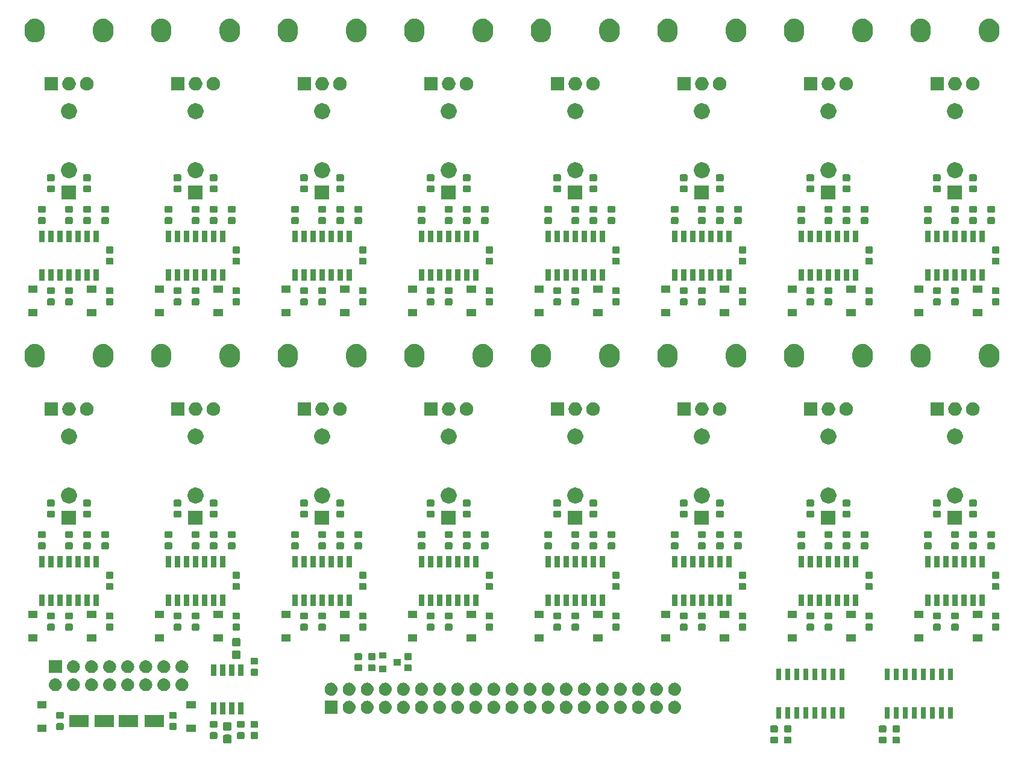
<source format=gbr>
G04 #@! TF.GenerationSoftware,KiCad,Pcbnew,(5.0.1-3-g963ef8bb5)*
G04 #@! TF.CreationDate,2020-08-17T13:32:48-04:00*
G04 #@! TF.ProjectId,Wave_Pool CV Input,576176655F506F6F6C20435620496E70,rev?*
G04 #@! TF.SameCoordinates,Original*
G04 #@! TF.FileFunction,Soldermask,Bot*
G04 #@! TF.FilePolarity,Negative*
%FSLAX46Y46*%
G04 Gerber Fmt 4.6, Leading zero omitted, Abs format (unit mm)*
G04 Created by KiCad (PCBNEW (5.0.1-3-g963ef8bb5)) date Monday, August 17, 2020 at 01:32:48 PM*
%MOMM*%
%LPD*%
G01*
G04 APERTURE LIST*
%ADD10C,0.100000*%
G04 APERTURE END LIST*
D10*
G36*
X191134591Y-146763085D02*
X191168569Y-146773393D01*
X191199887Y-146790133D01*
X191227339Y-146812661D01*
X191249867Y-146840113D01*
X191266607Y-146871431D01*
X191276915Y-146905409D01*
X191281000Y-146946890D01*
X191281000Y-147548110D01*
X191276915Y-147589591D01*
X191266607Y-147623569D01*
X191249867Y-147654887D01*
X191227339Y-147682339D01*
X191199887Y-147704867D01*
X191168569Y-147721607D01*
X191134591Y-147731915D01*
X191093110Y-147736000D01*
X190416890Y-147736000D01*
X190375409Y-147731915D01*
X190341431Y-147721607D01*
X190310113Y-147704867D01*
X190282661Y-147682339D01*
X190260133Y-147654887D01*
X190243393Y-147623569D01*
X190233085Y-147589591D01*
X190229000Y-147548110D01*
X190229000Y-146946890D01*
X190233085Y-146905409D01*
X190243393Y-146871431D01*
X190260133Y-146840113D01*
X190282661Y-146812661D01*
X190310113Y-146790133D01*
X190341431Y-146773393D01*
X190375409Y-146763085D01*
X190416890Y-146759000D01*
X191093110Y-146759000D01*
X191134591Y-146763085D01*
X191134591Y-146763085D01*
G37*
G36*
X189229591Y-146763085D02*
X189263569Y-146773393D01*
X189294887Y-146790133D01*
X189322339Y-146812661D01*
X189344867Y-146840113D01*
X189361607Y-146871431D01*
X189371915Y-146905409D01*
X189376000Y-146946890D01*
X189376000Y-147548110D01*
X189371915Y-147589591D01*
X189361607Y-147623569D01*
X189344867Y-147654887D01*
X189322339Y-147682339D01*
X189294887Y-147704867D01*
X189263569Y-147721607D01*
X189229591Y-147731915D01*
X189188110Y-147736000D01*
X188511890Y-147736000D01*
X188470409Y-147731915D01*
X188436431Y-147721607D01*
X188405113Y-147704867D01*
X188377661Y-147682339D01*
X188355133Y-147654887D01*
X188338393Y-147623569D01*
X188328085Y-147589591D01*
X188324000Y-147548110D01*
X188324000Y-146946890D01*
X188328085Y-146905409D01*
X188338393Y-146871431D01*
X188355133Y-146840113D01*
X188377661Y-146812661D01*
X188405113Y-146790133D01*
X188436431Y-146773393D01*
X188470409Y-146763085D01*
X188511890Y-146759000D01*
X189188110Y-146759000D01*
X189229591Y-146763085D01*
X189229591Y-146763085D01*
G37*
G36*
X175894591Y-146763085D02*
X175928569Y-146773393D01*
X175959887Y-146790133D01*
X175987339Y-146812661D01*
X176009867Y-146840113D01*
X176026607Y-146871431D01*
X176036915Y-146905409D01*
X176041000Y-146946890D01*
X176041000Y-147548110D01*
X176036915Y-147589591D01*
X176026607Y-147623569D01*
X176009867Y-147654887D01*
X175987339Y-147682339D01*
X175959887Y-147704867D01*
X175928569Y-147721607D01*
X175894591Y-147731915D01*
X175853110Y-147736000D01*
X175176890Y-147736000D01*
X175135409Y-147731915D01*
X175101431Y-147721607D01*
X175070113Y-147704867D01*
X175042661Y-147682339D01*
X175020133Y-147654887D01*
X175003393Y-147623569D01*
X174993085Y-147589591D01*
X174989000Y-147548110D01*
X174989000Y-146946890D01*
X174993085Y-146905409D01*
X175003393Y-146871431D01*
X175020133Y-146840113D01*
X175042661Y-146812661D01*
X175070113Y-146790133D01*
X175101431Y-146773393D01*
X175135409Y-146763085D01*
X175176890Y-146759000D01*
X175853110Y-146759000D01*
X175894591Y-146763085D01*
X175894591Y-146763085D01*
G37*
G36*
X173989591Y-146763085D02*
X174023569Y-146773393D01*
X174054887Y-146790133D01*
X174082339Y-146812661D01*
X174104867Y-146840113D01*
X174121607Y-146871431D01*
X174131915Y-146905409D01*
X174136000Y-146946890D01*
X174136000Y-147548110D01*
X174131915Y-147589591D01*
X174121607Y-147623569D01*
X174104867Y-147654887D01*
X174082339Y-147682339D01*
X174054887Y-147704867D01*
X174023569Y-147721607D01*
X173989591Y-147731915D01*
X173948110Y-147736000D01*
X173271890Y-147736000D01*
X173230409Y-147731915D01*
X173196431Y-147721607D01*
X173165113Y-147704867D01*
X173137661Y-147682339D01*
X173115133Y-147654887D01*
X173098393Y-147623569D01*
X173088085Y-147589591D01*
X173084000Y-147548110D01*
X173084000Y-146946890D01*
X173088085Y-146905409D01*
X173098393Y-146871431D01*
X173115133Y-146840113D01*
X173137661Y-146812661D01*
X173165113Y-146790133D01*
X173196431Y-146773393D01*
X173230409Y-146763085D01*
X173271890Y-146759000D01*
X173948110Y-146759000D01*
X173989591Y-146763085D01*
X173989591Y-146763085D01*
G37*
G36*
X97182811Y-146486105D02*
X97221867Y-146497953D01*
X97257863Y-146517193D01*
X97289414Y-146543086D01*
X97315307Y-146574637D01*
X97334547Y-146610633D01*
X97346395Y-146649689D01*
X97351000Y-146696449D01*
X97351000Y-147493551D01*
X97346395Y-147540311D01*
X97334547Y-147579367D01*
X97315307Y-147615363D01*
X97289414Y-147646914D01*
X97257863Y-147672807D01*
X97221867Y-147692047D01*
X97182811Y-147703895D01*
X97136051Y-147708500D01*
X96413949Y-147708500D01*
X96367189Y-147703895D01*
X96328133Y-147692047D01*
X96292137Y-147672807D01*
X96260586Y-147646914D01*
X96234693Y-147615363D01*
X96215453Y-147579367D01*
X96203605Y-147540311D01*
X96199000Y-147493551D01*
X96199000Y-146696449D01*
X96203605Y-146649689D01*
X96215453Y-146610633D01*
X96234693Y-146574637D01*
X96260586Y-146543086D01*
X96292137Y-146517193D01*
X96328133Y-146497953D01*
X96367189Y-146486105D01*
X96413949Y-146481500D01*
X97136051Y-146481500D01*
X97182811Y-146486105D01*
X97182811Y-146486105D01*
G37*
G36*
X100964591Y-146128085D02*
X100998569Y-146138393D01*
X101029887Y-146155133D01*
X101057339Y-146177661D01*
X101079867Y-146205113D01*
X101096607Y-146236431D01*
X101106915Y-146270409D01*
X101111000Y-146311890D01*
X101111000Y-146913110D01*
X101106915Y-146954591D01*
X101096607Y-146988569D01*
X101079867Y-147019887D01*
X101057339Y-147047339D01*
X101029887Y-147069867D01*
X100998569Y-147086607D01*
X100964591Y-147096915D01*
X100923110Y-147101000D01*
X100246890Y-147101000D01*
X100205409Y-147096915D01*
X100171431Y-147086607D01*
X100140113Y-147069867D01*
X100112661Y-147047339D01*
X100090133Y-147019887D01*
X100073393Y-146988569D01*
X100063085Y-146954591D01*
X100059000Y-146913110D01*
X100059000Y-146311890D01*
X100063085Y-146270409D01*
X100073393Y-146236431D01*
X100090133Y-146205113D01*
X100112661Y-146177661D01*
X100140113Y-146155133D01*
X100171431Y-146138393D01*
X100205409Y-146128085D01*
X100246890Y-146124000D01*
X100923110Y-146124000D01*
X100964591Y-146128085D01*
X100964591Y-146128085D01*
G37*
G36*
X99059591Y-146128085D02*
X99093569Y-146138393D01*
X99124887Y-146155133D01*
X99152339Y-146177661D01*
X99174867Y-146205113D01*
X99191607Y-146236431D01*
X99201915Y-146270409D01*
X99206000Y-146311890D01*
X99206000Y-146913110D01*
X99201915Y-146954591D01*
X99191607Y-146988569D01*
X99174867Y-147019887D01*
X99152339Y-147047339D01*
X99124887Y-147069867D01*
X99093569Y-147086607D01*
X99059591Y-147096915D01*
X99018110Y-147101000D01*
X98341890Y-147101000D01*
X98300409Y-147096915D01*
X98266431Y-147086607D01*
X98235113Y-147069867D01*
X98207661Y-147047339D01*
X98185133Y-147019887D01*
X98168393Y-146988569D01*
X98158085Y-146954591D01*
X98154000Y-146913110D01*
X98154000Y-146311890D01*
X98158085Y-146270409D01*
X98168393Y-146236431D01*
X98185133Y-146205113D01*
X98207661Y-146177661D01*
X98235113Y-146155133D01*
X98266431Y-146138393D01*
X98300409Y-146128085D01*
X98341890Y-146124000D01*
X99018110Y-146124000D01*
X99059591Y-146128085D01*
X99059591Y-146128085D01*
G37*
G36*
X95249591Y-146128085D02*
X95283569Y-146138393D01*
X95314887Y-146155133D01*
X95342339Y-146177661D01*
X95364867Y-146205113D01*
X95381607Y-146236431D01*
X95391915Y-146270409D01*
X95396000Y-146311890D01*
X95396000Y-146913110D01*
X95391915Y-146954591D01*
X95381607Y-146988569D01*
X95364867Y-147019887D01*
X95342339Y-147047339D01*
X95314887Y-147069867D01*
X95283569Y-147086607D01*
X95249591Y-147096915D01*
X95208110Y-147101000D01*
X94531890Y-147101000D01*
X94490409Y-147096915D01*
X94456431Y-147086607D01*
X94425113Y-147069867D01*
X94397661Y-147047339D01*
X94375133Y-147019887D01*
X94358393Y-146988569D01*
X94348085Y-146954591D01*
X94344000Y-146913110D01*
X94344000Y-146311890D01*
X94348085Y-146270409D01*
X94358393Y-146236431D01*
X94375133Y-146205113D01*
X94397661Y-146177661D01*
X94425113Y-146155133D01*
X94456431Y-146138393D01*
X94490409Y-146128085D01*
X94531890Y-146124000D01*
X95208110Y-146124000D01*
X95249591Y-146128085D01*
X95249591Y-146128085D01*
G37*
G36*
X191134591Y-145188085D02*
X191168569Y-145198393D01*
X191199887Y-145215133D01*
X191227339Y-145237661D01*
X191249867Y-145265113D01*
X191266607Y-145296431D01*
X191276915Y-145330409D01*
X191281000Y-145371890D01*
X191281000Y-145973110D01*
X191276915Y-146014591D01*
X191266607Y-146048569D01*
X191249867Y-146079887D01*
X191227339Y-146107339D01*
X191199887Y-146129867D01*
X191168569Y-146146607D01*
X191134591Y-146156915D01*
X191093110Y-146161000D01*
X190416890Y-146161000D01*
X190375409Y-146156915D01*
X190341431Y-146146607D01*
X190310113Y-146129867D01*
X190282661Y-146107339D01*
X190260133Y-146079887D01*
X190243393Y-146048569D01*
X190233085Y-146014591D01*
X190229000Y-145973110D01*
X190229000Y-145371890D01*
X190233085Y-145330409D01*
X190243393Y-145296431D01*
X190260133Y-145265113D01*
X190282661Y-145237661D01*
X190310113Y-145215133D01*
X190341431Y-145198393D01*
X190375409Y-145188085D01*
X190416890Y-145184000D01*
X191093110Y-145184000D01*
X191134591Y-145188085D01*
X191134591Y-145188085D01*
G37*
G36*
X189229591Y-145188085D02*
X189263569Y-145198393D01*
X189294887Y-145215133D01*
X189322339Y-145237661D01*
X189344867Y-145265113D01*
X189361607Y-145296431D01*
X189371915Y-145330409D01*
X189376000Y-145371890D01*
X189376000Y-145973110D01*
X189371915Y-146014591D01*
X189361607Y-146048569D01*
X189344867Y-146079887D01*
X189322339Y-146107339D01*
X189294887Y-146129867D01*
X189263569Y-146146607D01*
X189229591Y-146156915D01*
X189188110Y-146161000D01*
X188511890Y-146161000D01*
X188470409Y-146156915D01*
X188436431Y-146146607D01*
X188405113Y-146129867D01*
X188377661Y-146107339D01*
X188355133Y-146079887D01*
X188338393Y-146048569D01*
X188328085Y-146014591D01*
X188324000Y-145973110D01*
X188324000Y-145371890D01*
X188328085Y-145330409D01*
X188338393Y-145296431D01*
X188355133Y-145265113D01*
X188377661Y-145237661D01*
X188405113Y-145215133D01*
X188436431Y-145198393D01*
X188470409Y-145188085D01*
X188511890Y-145184000D01*
X189188110Y-145184000D01*
X189229591Y-145188085D01*
X189229591Y-145188085D01*
G37*
G36*
X175894591Y-145188085D02*
X175928569Y-145198393D01*
X175959887Y-145215133D01*
X175987339Y-145237661D01*
X176009867Y-145265113D01*
X176026607Y-145296431D01*
X176036915Y-145330409D01*
X176041000Y-145371890D01*
X176041000Y-145973110D01*
X176036915Y-146014591D01*
X176026607Y-146048569D01*
X176009867Y-146079887D01*
X175987339Y-146107339D01*
X175959887Y-146129867D01*
X175928569Y-146146607D01*
X175894591Y-146156915D01*
X175853110Y-146161000D01*
X175176890Y-146161000D01*
X175135409Y-146156915D01*
X175101431Y-146146607D01*
X175070113Y-146129867D01*
X175042661Y-146107339D01*
X175020133Y-146079887D01*
X175003393Y-146048569D01*
X174993085Y-146014591D01*
X174989000Y-145973110D01*
X174989000Y-145371890D01*
X174993085Y-145330409D01*
X175003393Y-145296431D01*
X175020133Y-145265113D01*
X175042661Y-145237661D01*
X175070113Y-145215133D01*
X175101431Y-145198393D01*
X175135409Y-145188085D01*
X175176890Y-145184000D01*
X175853110Y-145184000D01*
X175894591Y-145188085D01*
X175894591Y-145188085D01*
G37*
G36*
X173989591Y-145188085D02*
X174023569Y-145198393D01*
X174054887Y-145215133D01*
X174082339Y-145237661D01*
X174104867Y-145265113D01*
X174121607Y-145296431D01*
X174131915Y-145330409D01*
X174136000Y-145371890D01*
X174136000Y-145973110D01*
X174131915Y-146014591D01*
X174121607Y-146048569D01*
X174104867Y-146079887D01*
X174082339Y-146107339D01*
X174054887Y-146129867D01*
X174023569Y-146146607D01*
X173989591Y-146156915D01*
X173948110Y-146161000D01*
X173271890Y-146161000D01*
X173230409Y-146156915D01*
X173196431Y-146146607D01*
X173165113Y-146129867D01*
X173137661Y-146107339D01*
X173115133Y-146079887D01*
X173098393Y-146048569D01*
X173088085Y-146014591D01*
X173084000Y-145973110D01*
X173084000Y-145371890D01*
X173088085Y-145330409D01*
X173098393Y-145296431D01*
X173115133Y-145265113D01*
X173137661Y-145237661D01*
X173165113Y-145215133D01*
X173196431Y-145198393D01*
X173230409Y-145188085D01*
X173271890Y-145184000D01*
X173948110Y-145184000D01*
X173989591Y-145188085D01*
X173989591Y-145188085D01*
G37*
G36*
X71391000Y-146071000D02*
X70089000Y-146071000D01*
X70089000Y-145069000D01*
X71391000Y-145069000D01*
X71391000Y-146071000D01*
X71391000Y-146071000D01*
G37*
G36*
X92346000Y-146071000D02*
X91044000Y-146071000D01*
X91044000Y-145069000D01*
X92346000Y-145069000D01*
X92346000Y-146071000D01*
X92346000Y-146071000D01*
G37*
G36*
X97182811Y-144711105D02*
X97221867Y-144722953D01*
X97257863Y-144742193D01*
X97289414Y-144768086D01*
X97315307Y-144799637D01*
X97334547Y-144835633D01*
X97346395Y-144874689D01*
X97351000Y-144921449D01*
X97351000Y-145718551D01*
X97346395Y-145765311D01*
X97334547Y-145804367D01*
X97315307Y-145840363D01*
X97289414Y-145871914D01*
X97257863Y-145897807D01*
X97221867Y-145917047D01*
X97182811Y-145928895D01*
X97136051Y-145933500D01*
X96413949Y-145933500D01*
X96367189Y-145928895D01*
X96328133Y-145917047D01*
X96292137Y-145897807D01*
X96260586Y-145871914D01*
X96234693Y-145840363D01*
X96215453Y-145804367D01*
X96203605Y-145765311D01*
X96199000Y-145718551D01*
X96199000Y-144921449D01*
X96203605Y-144874689D01*
X96215453Y-144835633D01*
X96234693Y-144799637D01*
X96260586Y-144768086D01*
X96292137Y-144742193D01*
X96328133Y-144722953D01*
X96367189Y-144711105D01*
X96413949Y-144706500D01*
X97136051Y-144706500D01*
X97182811Y-144711105D01*
X97182811Y-144711105D01*
G37*
G36*
X89534591Y-144858085D02*
X89568569Y-144868393D01*
X89599887Y-144885133D01*
X89627339Y-144907661D01*
X89649867Y-144935113D01*
X89666607Y-144966431D01*
X89676915Y-145000409D01*
X89681000Y-145041890D01*
X89681000Y-145643110D01*
X89676915Y-145684591D01*
X89666607Y-145718569D01*
X89649867Y-145749887D01*
X89627339Y-145777339D01*
X89599887Y-145799867D01*
X89568569Y-145816607D01*
X89534591Y-145826915D01*
X89493110Y-145831000D01*
X88816890Y-145831000D01*
X88775409Y-145826915D01*
X88741431Y-145816607D01*
X88710113Y-145799867D01*
X88682661Y-145777339D01*
X88660133Y-145749887D01*
X88643393Y-145718569D01*
X88633085Y-145684591D01*
X88629000Y-145643110D01*
X88629000Y-145041890D01*
X88633085Y-145000409D01*
X88643393Y-144966431D01*
X88660133Y-144935113D01*
X88682661Y-144907661D01*
X88710113Y-144885133D01*
X88741431Y-144868393D01*
X88775409Y-144858085D01*
X88816890Y-144854000D01*
X89493110Y-144854000D01*
X89534591Y-144858085D01*
X89534591Y-144858085D01*
G37*
G36*
X73659591Y-144858085D02*
X73693569Y-144868393D01*
X73724887Y-144885133D01*
X73752339Y-144907661D01*
X73774867Y-144935113D01*
X73791607Y-144966431D01*
X73801915Y-145000409D01*
X73806000Y-145041890D01*
X73806000Y-145643110D01*
X73801915Y-145684591D01*
X73791607Y-145718569D01*
X73774867Y-145749887D01*
X73752339Y-145777339D01*
X73724887Y-145799867D01*
X73693569Y-145816607D01*
X73659591Y-145826915D01*
X73618110Y-145831000D01*
X72941890Y-145831000D01*
X72900409Y-145826915D01*
X72866431Y-145816607D01*
X72835113Y-145799867D01*
X72807661Y-145777339D01*
X72785133Y-145749887D01*
X72768393Y-145718569D01*
X72758085Y-145684591D01*
X72754000Y-145643110D01*
X72754000Y-145041890D01*
X72758085Y-145000409D01*
X72768393Y-144966431D01*
X72785133Y-144935113D01*
X72807661Y-144907661D01*
X72835113Y-144885133D01*
X72866431Y-144868393D01*
X72900409Y-144858085D01*
X72941890Y-144854000D01*
X73618110Y-144854000D01*
X73659591Y-144858085D01*
X73659591Y-144858085D01*
G37*
G36*
X100964591Y-144553085D02*
X100998569Y-144563393D01*
X101029887Y-144580133D01*
X101057339Y-144602661D01*
X101079867Y-144630113D01*
X101096607Y-144661431D01*
X101106915Y-144695409D01*
X101111000Y-144736890D01*
X101111000Y-145338110D01*
X101106915Y-145379591D01*
X101096607Y-145413569D01*
X101079867Y-145444887D01*
X101057339Y-145472339D01*
X101029887Y-145494867D01*
X100998569Y-145511607D01*
X100964591Y-145521915D01*
X100923110Y-145526000D01*
X100246890Y-145526000D01*
X100205409Y-145521915D01*
X100171431Y-145511607D01*
X100140113Y-145494867D01*
X100112661Y-145472339D01*
X100090133Y-145444887D01*
X100073393Y-145413569D01*
X100063085Y-145379591D01*
X100059000Y-145338110D01*
X100059000Y-144736890D01*
X100063085Y-144695409D01*
X100073393Y-144661431D01*
X100090133Y-144630113D01*
X100112661Y-144602661D01*
X100140113Y-144580133D01*
X100171431Y-144563393D01*
X100205409Y-144553085D01*
X100246890Y-144549000D01*
X100923110Y-144549000D01*
X100964591Y-144553085D01*
X100964591Y-144553085D01*
G37*
G36*
X95249591Y-144553085D02*
X95283569Y-144563393D01*
X95314887Y-144580133D01*
X95342339Y-144602661D01*
X95364867Y-144630113D01*
X95381607Y-144661431D01*
X95391915Y-144695409D01*
X95396000Y-144736890D01*
X95396000Y-145338110D01*
X95391915Y-145379591D01*
X95381607Y-145413569D01*
X95364867Y-145444887D01*
X95342339Y-145472339D01*
X95314887Y-145494867D01*
X95283569Y-145511607D01*
X95249591Y-145521915D01*
X95208110Y-145526000D01*
X94531890Y-145526000D01*
X94490409Y-145521915D01*
X94456431Y-145511607D01*
X94425113Y-145494867D01*
X94397661Y-145472339D01*
X94375133Y-145444887D01*
X94358393Y-145413569D01*
X94348085Y-145379591D01*
X94344000Y-145338110D01*
X94344000Y-144736890D01*
X94348085Y-144695409D01*
X94358393Y-144661431D01*
X94375133Y-144630113D01*
X94397661Y-144602661D01*
X94425113Y-144580133D01*
X94456431Y-144563393D01*
X94490409Y-144553085D01*
X94531890Y-144549000D01*
X95208110Y-144549000D01*
X95249591Y-144553085D01*
X95249591Y-144553085D01*
G37*
G36*
X99059591Y-144553085D02*
X99093569Y-144563393D01*
X99124887Y-144580133D01*
X99152339Y-144602661D01*
X99174867Y-144630113D01*
X99191607Y-144661431D01*
X99201915Y-144695409D01*
X99206000Y-144736890D01*
X99206000Y-145338110D01*
X99201915Y-145379591D01*
X99191607Y-145413569D01*
X99174867Y-145444887D01*
X99152339Y-145472339D01*
X99124887Y-145494867D01*
X99093569Y-145511607D01*
X99059591Y-145521915D01*
X99018110Y-145526000D01*
X98341890Y-145526000D01*
X98300409Y-145521915D01*
X98266431Y-145511607D01*
X98235113Y-145494867D01*
X98207661Y-145472339D01*
X98185133Y-145444887D01*
X98168393Y-145413569D01*
X98158085Y-145379591D01*
X98154000Y-145338110D01*
X98154000Y-144736890D01*
X98158085Y-144695409D01*
X98168393Y-144661431D01*
X98185133Y-144630113D01*
X98207661Y-144602661D01*
X98235113Y-144580133D01*
X98266431Y-144563393D01*
X98300409Y-144553085D01*
X98341890Y-144549000D01*
X99018110Y-144549000D01*
X99059591Y-144553085D01*
X99059591Y-144553085D01*
G37*
G36*
X77276000Y-145406000D02*
X74574000Y-145406000D01*
X74574000Y-143704000D01*
X77276000Y-143704000D01*
X77276000Y-145406000D01*
X77276000Y-145406000D01*
G37*
G36*
X80876000Y-145406000D02*
X78174000Y-145406000D01*
X78174000Y-143704000D01*
X80876000Y-143704000D01*
X80876000Y-145406000D01*
X80876000Y-145406000D01*
G37*
G36*
X84261000Y-145406000D02*
X81559000Y-145406000D01*
X81559000Y-143704000D01*
X84261000Y-143704000D01*
X84261000Y-145406000D01*
X84261000Y-145406000D01*
G37*
G36*
X87861000Y-145406000D02*
X85159000Y-145406000D01*
X85159000Y-143704000D01*
X87861000Y-143704000D01*
X87861000Y-145406000D01*
X87861000Y-145406000D01*
G37*
G36*
X73659591Y-143283085D02*
X73693569Y-143293393D01*
X73724887Y-143310133D01*
X73752339Y-143332661D01*
X73774867Y-143360113D01*
X73791607Y-143391431D01*
X73801915Y-143425409D01*
X73806000Y-143466890D01*
X73806000Y-144068110D01*
X73801915Y-144109591D01*
X73791607Y-144143569D01*
X73774867Y-144174887D01*
X73752339Y-144202339D01*
X73724887Y-144224867D01*
X73693569Y-144241607D01*
X73659591Y-144251915D01*
X73618110Y-144256000D01*
X72941890Y-144256000D01*
X72900409Y-144251915D01*
X72866431Y-144241607D01*
X72835113Y-144224867D01*
X72807661Y-144202339D01*
X72785133Y-144174887D01*
X72768393Y-144143569D01*
X72758085Y-144109591D01*
X72754000Y-144068110D01*
X72754000Y-143466890D01*
X72758085Y-143425409D01*
X72768393Y-143391431D01*
X72785133Y-143360113D01*
X72807661Y-143332661D01*
X72835113Y-143310133D01*
X72866431Y-143293393D01*
X72900409Y-143283085D01*
X72941890Y-143279000D01*
X73618110Y-143279000D01*
X73659591Y-143283085D01*
X73659591Y-143283085D01*
G37*
G36*
X89534591Y-143283085D02*
X89568569Y-143293393D01*
X89599887Y-143310133D01*
X89627339Y-143332661D01*
X89649867Y-143360113D01*
X89666607Y-143391431D01*
X89676915Y-143425409D01*
X89681000Y-143466890D01*
X89681000Y-144068110D01*
X89676915Y-144109591D01*
X89666607Y-144143569D01*
X89649867Y-144174887D01*
X89627339Y-144202339D01*
X89599887Y-144224867D01*
X89568569Y-144241607D01*
X89534591Y-144251915D01*
X89493110Y-144256000D01*
X88816890Y-144256000D01*
X88775409Y-144251915D01*
X88741431Y-144241607D01*
X88710113Y-144224867D01*
X88682661Y-144202339D01*
X88660133Y-144174887D01*
X88643393Y-144143569D01*
X88633085Y-144109591D01*
X88629000Y-144068110D01*
X88629000Y-143466890D01*
X88633085Y-143425409D01*
X88643393Y-143391431D01*
X88660133Y-143360113D01*
X88682661Y-143332661D01*
X88710113Y-143310133D01*
X88741431Y-143293393D01*
X88775409Y-143283085D01*
X88816890Y-143279000D01*
X89493110Y-143279000D01*
X89534591Y-143283085D01*
X89534591Y-143283085D01*
G37*
G36*
X174596000Y-144246000D02*
X173894000Y-144246000D01*
X173894000Y-142644000D01*
X174596000Y-142644000D01*
X174596000Y-144246000D01*
X174596000Y-144246000D01*
G37*
G36*
X175866000Y-144246000D02*
X175164000Y-144246000D01*
X175164000Y-142644000D01*
X175866000Y-142644000D01*
X175866000Y-144246000D01*
X175866000Y-144246000D01*
G37*
G36*
X177136000Y-144246000D02*
X176434000Y-144246000D01*
X176434000Y-142644000D01*
X177136000Y-142644000D01*
X177136000Y-144246000D01*
X177136000Y-144246000D01*
G37*
G36*
X178406000Y-144246000D02*
X177704000Y-144246000D01*
X177704000Y-142644000D01*
X178406000Y-142644000D01*
X178406000Y-144246000D01*
X178406000Y-144246000D01*
G37*
G36*
X179676000Y-144246000D02*
X178974000Y-144246000D01*
X178974000Y-142644000D01*
X179676000Y-142644000D01*
X179676000Y-144246000D01*
X179676000Y-144246000D01*
G37*
G36*
X180946000Y-144246000D02*
X180244000Y-144246000D01*
X180244000Y-142644000D01*
X180946000Y-142644000D01*
X180946000Y-144246000D01*
X180946000Y-144246000D01*
G37*
G36*
X196186000Y-144246000D02*
X195484000Y-144246000D01*
X195484000Y-142644000D01*
X196186000Y-142644000D01*
X196186000Y-144246000D01*
X196186000Y-144246000D01*
G37*
G36*
X182216000Y-144246000D02*
X181514000Y-144246000D01*
X181514000Y-142644000D01*
X182216000Y-142644000D01*
X182216000Y-144246000D01*
X182216000Y-144246000D01*
G37*
G36*
X183486000Y-144246000D02*
X182784000Y-144246000D01*
X182784000Y-142644000D01*
X183486000Y-142644000D01*
X183486000Y-144246000D01*
X183486000Y-144246000D01*
G37*
G36*
X189836000Y-144246000D02*
X189134000Y-144246000D01*
X189134000Y-142644000D01*
X189836000Y-142644000D01*
X189836000Y-144246000D01*
X189836000Y-144246000D01*
G37*
G36*
X191106000Y-144246000D02*
X190404000Y-144246000D01*
X190404000Y-142644000D01*
X191106000Y-142644000D01*
X191106000Y-144246000D01*
X191106000Y-144246000D01*
G37*
G36*
X192376000Y-144246000D02*
X191674000Y-144246000D01*
X191674000Y-142644000D01*
X192376000Y-142644000D01*
X192376000Y-144246000D01*
X192376000Y-144246000D01*
G37*
G36*
X193646000Y-144246000D02*
X192944000Y-144246000D01*
X192944000Y-142644000D01*
X193646000Y-142644000D01*
X193646000Y-144246000D01*
X193646000Y-144246000D01*
G37*
G36*
X197456000Y-144246000D02*
X196754000Y-144246000D01*
X196754000Y-142644000D01*
X197456000Y-142644000D01*
X197456000Y-144246000D01*
X197456000Y-144246000D01*
G37*
G36*
X194916000Y-144246000D02*
X194214000Y-144246000D01*
X194214000Y-142644000D01*
X194916000Y-142644000D01*
X194916000Y-144246000D01*
X194916000Y-144246000D01*
G37*
G36*
X198726000Y-144246000D02*
X198024000Y-144246000D01*
X198024000Y-142644000D01*
X198726000Y-142644000D01*
X198726000Y-144246000D01*
X198726000Y-144246000D01*
G37*
G36*
X96491000Y-143636000D02*
X95789000Y-143636000D01*
X95789000Y-141984000D01*
X96491000Y-141984000D01*
X96491000Y-143636000D01*
X96491000Y-143636000D01*
G37*
G36*
X95221000Y-143636000D02*
X94519000Y-143636000D01*
X94519000Y-141984000D01*
X95221000Y-141984000D01*
X95221000Y-143636000D01*
X95221000Y-143636000D01*
G37*
G36*
X99031000Y-143636000D02*
X98329000Y-143636000D01*
X98329000Y-141984000D01*
X99031000Y-141984000D01*
X99031000Y-143636000D01*
X99031000Y-143636000D01*
G37*
G36*
X97761000Y-143636000D02*
X97059000Y-143636000D01*
X97059000Y-141984000D01*
X97761000Y-141984000D01*
X97761000Y-143636000D01*
X97761000Y-143636000D01*
G37*
G36*
X112294600Y-143564600D02*
X110465400Y-143564600D01*
X110465400Y-141735400D01*
X112294600Y-141735400D01*
X112294600Y-143564600D01*
X112294600Y-143564600D01*
G37*
G36*
X114099294Y-141748633D02*
X114271694Y-141800931D01*
X114271696Y-141800932D01*
X114430583Y-141885859D01*
X114430585Y-141885860D01*
X114430584Y-141885860D01*
X114569849Y-142000151D01*
X114684140Y-142139416D01*
X114769069Y-142298306D01*
X114821367Y-142470706D01*
X114839025Y-142650000D01*
X114821367Y-142829294D01*
X114769069Y-143001694D01*
X114769068Y-143001696D01*
X114684141Y-143160583D01*
X114569849Y-143299849D01*
X114430583Y-143414141D01*
X114315603Y-143475599D01*
X114271694Y-143499069D01*
X114099294Y-143551367D01*
X113964931Y-143564600D01*
X113875069Y-143564600D01*
X113740706Y-143551367D01*
X113568306Y-143499069D01*
X113524397Y-143475599D01*
X113409417Y-143414141D01*
X113270151Y-143299849D01*
X113155859Y-143160583D01*
X113070932Y-143001696D01*
X113070931Y-143001694D01*
X113018633Y-142829294D01*
X113000975Y-142650000D01*
X113018633Y-142470706D01*
X113070931Y-142298306D01*
X113155860Y-142139416D01*
X113270151Y-142000151D01*
X113409416Y-141885860D01*
X113409415Y-141885860D01*
X113409417Y-141885859D01*
X113568304Y-141800932D01*
X113568306Y-141800931D01*
X113740706Y-141748633D01*
X113875069Y-141735400D01*
X113964931Y-141735400D01*
X114099294Y-141748633D01*
X114099294Y-141748633D01*
G37*
G36*
X116639294Y-141748633D02*
X116811694Y-141800931D01*
X116811696Y-141800932D01*
X116970583Y-141885859D01*
X116970585Y-141885860D01*
X116970584Y-141885860D01*
X117109849Y-142000151D01*
X117224140Y-142139416D01*
X117309069Y-142298306D01*
X117361367Y-142470706D01*
X117379025Y-142650000D01*
X117361367Y-142829294D01*
X117309069Y-143001694D01*
X117309068Y-143001696D01*
X117224141Y-143160583D01*
X117109849Y-143299849D01*
X116970583Y-143414141D01*
X116855603Y-143475599D01*
X116811694Y-143499069D01*
X116639294Y-143551367D01*
X116504931Y-143564600D01*
X116415069Y-143564600D01*
X116280706Y-143551367D01*
X116108306Y-143499069D01*
X116064397Y-143475599D01*
X115949417Y-143414141D01*
X115810151Y-143299849D01*
X115695859Y-143160583D01*
X115610932Y-143001696D01*
X115610931Y-143001694D01*
X115558633Y-142829294D01*
X115540975Y-142650000D01*
X115558633Y-142470706D01*
X115610931Y-142298306D01*
X115695860Y-142139416D01*
X115810151Y-142000151D01*
X115949416Y-141885860D01*
X115949415Y-141885860D01*
X115949417Y-141885859D01*
X116108304Y-141800932D01*
X116108306Y-141800931D01*
X116280706Y-141748633D01*
X116415069Y-141735400D01*
X116504931Y-141735400D01*
X116639294Y-141748633D01*
X116639294Y-141748633D01*
G37*
G36*
X119179294Y-141748633D02*
X119351694Y-141800931D01*
X119351696Y-141800932D01*
X119510583Y-141885859D01*
X119510585Y-141885860D01*
X119510584Y-141885860D01*
X119649849Y-142000151D01*
X119764140Y-142139416D01*
X119849069Y-142298306D01*
X119901367Y-142470706D01*
X119919025Y-142650000D01*
X119901367Y-142829294D01*
X119849069Y-143001694D01*
X119849068Y-143001696D01*
X119764141Y-143160583D01*
X119649849Y-143299849D01*
X119510583Y-143414141D01*
X119395603Y-143475599D01*
X119351694Y-143499069D01*
X119179294Y-143551367D01*
X119044931Y-143564600D01*
X118955069Y-143564600D01*
X118820706Y-143551367D01*
X118648306Y-143499069D01*
X118604397Y-143475599D01*
X118489417Y-143414141D01*
X118350151Y-143299849D01*
X118235859Y-143160583D01*
X118150932Y-143001696D01*
X118150931Y-143001694D01*
X118098633Y-142829294D01*
X118080975Y-142650000D01*
X118098633Y-142470706D01*
X118150931Y-142298306D01*
X118235860Y-142139416D01*
X118350151Y-142000151D01*
X118489416Y-141885860D01*
X118489415Y-141885860D01*
X118489417Y-141885859D01*
X118648304Y-141800932D01*
X118648306Y-141800931D01*
X118820706Y-141748633D01*
X118955069Y-141735400D01*
X119044931Y-141735400D01*
X119179294Y-141748633D01*
X119179294Y-141748633D01*
G37*
G36*
X121719294Y-141748633D02*
X121891694Y-141800931D01*
X121891696Y-141800932D01*
X122050583Y-141885859D01*
X122050585Y-141885860D01*
X122050584Y-141885860D01*
X122189849Y-142000151D01*
X122304140Y-142139416D01*
X122389069Y-142298306D01*
X122441367Y-142470706D01*
X122459025Y-142650000D01*
X122441367Y-142829294D01*
X122389069Y-143001694D01*
X122389068Y-143001696D01*
X122304141Y-143160583D01*
X122189849Y-143299849D01*
X122050583Y-143414141D01*
X121935603Y-143475599D01*
X121891694Y-143499069D01*
X121719294Y-143551367D01*
X121584931Y-143564600D01*
X121495069Y-143564600D01*
X121360706Y-143551367D01*
X121188306Y-143499069D01*
X121144397Y-143475599D01*
X121029417Y-143414141D01*
X120890151Y-143299849D01*
X120775859Y-143160583D01*
X120690932Y-143001696D01*
X120690931Y-143001694D01*
X120638633Y-142829294D01*
X120620975Y-142650000D01*
X120638633Y-142470706D01*
X120690931Y-142298306D01*
X120775860Y-142139416D01*
X120890151Y-142000151D01*
X121029416Y-141885860D01*
X121029415Y-141885860D01*
X121029417Y-141885859D01*
X121188304Y-141800932D01*
X121188306Y-141800931D01*
X121360706Y-141748633D01*
X121495069Y-141735400D01*
X121584931Y-141735400D01*
X121719294Y-141748633D01*
X121719294Y-141748633D01*
G37*
G36*
X124259294Y-141748633D02*
X124431694Y-141800931D01*
X124431696Y-141800932D01*
X124590583Y-141885859D01*
X124590585Y-141885860D01*
X124590584Y-141885860D01*
X124729849Y-142000151D01*
X124844140Y-142139416D01*
X124929069Y-142298306D01*
X124981367Y-142470706D01*
X124999025Y-142650000D01*
X124981367Y-142829294D01*
X124929069Y-143001694D01*
X124929068Y-143001696D01*
X124844141Y-143160583D01*
X124729849Y-143299849D01*
X124590583Y-143414141D01*
X124475603Y-143475599D01*
X124431694Y-143499069D01*
X124259294Y-143551367D01*
X124124931Y-143564600D01*
X124035069Y-143564600D01*
X123900706Y-143551367D01*
X123728306Y-143499069D01*
X123684397Y-143475599D01*
X123569417Y-143414141D01*
X123430151Y-143299849D01*
X123315859Y-143160583D01*
X123230932Y-143001696D01*
X123230931Y-143001694D01*
X123178633Y-142829294D01*
X123160975Y-142650000D01*
X123178633Y-142470706D01*
X123230931Y-142298306D01*
X123315860Y-142139416D01*
X123430151Y-142000151D01*
X123569416Y-141885860D01*
X123569415Y-141885860D01*
X123569417Y-141885859D01*
X123728304Y-141800932D01*
X123728306Y-141800931D01*
X123900706Y-141748633D01*
X124035069Y-141735400D01*
X124124931Y-141735400D01*
X124259294Y-141748633D01*
X124259294Y-141748633D01*
G37*
G36*
X126799294Y-141748633D02*
X126971694Y-141800931D01*
X126971696Y-141800932D01*
X127130583Y-141885859D01*
X127130585Y-141885860D01*
X127130584Y-141885860D01*
X127269849Y-142000151D01*
X127384140Y-142139416D01*
X127469069Y-142298306D01*
X127521367Y-142470706D01*
X127539025Y-142650000D01*
X127521367Y-142829294D01*
X127469069Y-143001694D01*
X127469068Y-143001696D01*
X127384141Y-143160583D01*
X127269849Y-143299849D01*
X127130583Y-143414141D01*
X127015603Y-143475599D01*
X126971694Y-143499069D01*
X126799294Y-143551367D01*
X126664931Y-143564600D01*
X126575069Y-143564600D01*
X126440706Y-143551367D01*
X126268306Y-143499069D01*
X126224397Y-143475599D01*
X126109417Y-143414141D01*
X125970151Y-143299849D01*
X125855859Y-143160583D01*
X125770932Y-143001696D01*
X125770931Y-143001694D01*
X125718633Y-142829294D01*
X125700975Y-142650000D01*
X125718633Y-142470706D01*
X125770931Y-142298306D01*
X125855860Y-142139416D01*
X125970151Y-142000151D01*
X126109416Y-141885860D01*
X126109415Y-141885860D01*
X126109417Y-141885859D01*
X126268304Y-141800932D01*
X126268306Y-141800931D01*
X126440706Y-141748633D01*
X126575069Y-141735400D01*
X126664931Y-141735400D01*
X126799294Y-141748633D01*
X126799294Y-141748633D01*
G37*
G36*
X129339294Y-141748633D02*
X129511694Y-141800931D01*
X129511696Y-141800932D01*
X129670583Y-141885859D01*
X129670585Y-141885860D01*
X129670584Y-141885860D01*
X129809849Y-142000151D01*
X129924140Y-142139416D01*
X130009069Y-142298306D01*
X130061367Y-142470706D01*
X130079025Y-142650000D01*
X130061367Y-142829294D01*
X130009069Y-143001694D01*
X130009068Y-143001696D01*
X129924141Y-143160583D01*
X129809849Y-143299849D01*
X129670583Y-143414141D01*
X129555603Y-143475599D01*
X129511694Y-143499069D01*
X129339294Y-143551367D01*
X129204931Y-143564600D01*
X129115069Y-143564600D01*
X128980706Y-143551367D01*
X128808306Y-143499069D01*
X128764397Y-143475599D01*
X128649417Y-143414141D01*
X128510151Y-143299849D01*
X128395859Y-143160583D01*
X128310932Y-143001696D01*
X128310931Y-143001694D01*
X128258633Y-142829294D01*
X128240975Y-142650000D01*
X128258633Y-142470706D01*
X128310931Y-142298306D01*
X128395860Y-142139416D01*
X128510151Y-142000151D01*
X128649416Y-141885860D01*
X128649415Y-141885860D01*
X128649417Y-141885859D01*
X128808304Y-141800932D01*
X128808306Y-141800931D01*
X128980706Y-141748633D01*
X129115069Y-141735400D01*
X129204931Y-141735400D01*
X129339294Y-141748633D01*
X129339294Y-141748633D01*
G37*
G36*
X131879294Y-141748633D02*
X132051694Y-141800931D01*
X132051696Y-141800932D01*
X132210583Y-141885859D01*
X132210585Y-141885860D01*
X132210584Y-141885860D01*
X132349849Y-142000151D01*
X132464140Y-142139416D01*
X132549069Y-142298306D01*
X132601367Y-142470706D01*
X132619025Y-142650000D01*
X132601367Y-142829294D01*
X132549069Y-143001694D01*
X132549068Y-143001696D01*
X132464141Y-143160583D01*
X132349849Y-143299849D01*
X132210583Y-143414141D01*
X132095603Y-143475599D01*
X132051694Y-143499069D01*
X131879294Y-143551367D01*
X131744931Y-143564600D01*
X131655069Y-143564600D01*
X131520706Y-143551367D01*
X131348306Y-143499069D01*
X131304397Y-143475599D01*
X131189417Y-143414141D01*
X131050151Y-143299849D01*
X130935859Y-143160583D01*
X130850932Y-143001696D01*
X130850931Y-143001694D01*
X130798633Y-142829294D01*
X130780975Y-142650000D01*
X130798633Y-142470706D01*
X130850931Y-142298306D01*
X130935860Y-142139416D01*
X131050151Y-142000151D01*
X131189416Y-141885860D01*
X131189415Y-141885860D01*
X131189417Y-141885859D01*
X131348304Y-141800932D01*
X131348306Y-141800931D01*
X131520706Y-141748633D01*
X131655069Y-141735400D01*
X131744931Y-141735400D01*
X131879294Y-141748633D01*
X131879294Y-141748633D01*
G37*
G36*
X134419294Y-141748633D02*
X134591694Y-141800931D01*
X134591696Y-141800932D01*
X134750583Y-141885859D01*
X134750585Y-141885860D01*
X134750584Y-141885860D01*
X134889849Y-142000151D01*
X135004140Y-142139416D01*
X135089069Y-142298306D01*
X135141367Y-142470706D01*
X135159025Y-142650000D01*
X135141367Y-142829294D01*
X135089069Y-143001694D01*
X135089068Y-143001696D01*
X135004141Y-143160583D01*
X134889849Y-143299849D01*
X134750583Y-143414141D01*
X134635603Y-143475599D01*
X134591694Y-143499069D01*
X134419294Y-143551367D01*
X134284931Y-143564600D01*
X134195069Y-143564600D01*
X134060706Y-143551367D01*
X133888306Y-143499069D01*
X133844397Y-143475599D01*
X133729417Y-143414141D01*
X133590151Y-143299849D01*
X133475859Y-143160583D01*
X133390932Y-143001696D01*
X133390931Y-143001694D01*
X133338633Y-142829294D01*
X133320975Y-142650000D01*
X133338633Y-142470706D01*
X133390931Y-142298306D01*
X133475860Y-142139416D01*
X133590151Y-142000151D01*
X133729416Y-141885860D01*
X133729415Y-141885860D01*
X133729417Y-141885859D01*
X133888304Y-141800932D01*
X133888306Y-141800931D01*
X134060706Y-141748633D01*
X134195069Y-141735400D01*
X134284931Y-141735400D01*
X134419294Y-141748633D01*
X134419294Y-141748633D01*
G37*
G36*
X136959294Y-141748633D02*
X137131694Y-141800931D01*
X137131696Y-141800932D01*
X137290583Y-141885859D01*
X137290585Y-141885860D01*
X137290584Y-141885860D01*
X137429849Y-142000151D01*
X137544140Y-142139416D01*
X137629069Y-142298306D01*
X137681367Y-142470706D01*
X137699025Y-142650000D01*
X137681367Y-142829294D01*
X137629069Y-143001694D01*
X137629068Y-143001696D01*
X137544141Y-143160583D01*
X137429849Y-143299849D01*
X137290583Y-143414141D01*
X137175603Y-143475599D01*
X137131694Y-143499069D01*
X136959294Y-143551367D01*
X136824931Y-143564600D01*
X136735069Y-143564600D01*
X136600706Y-143551367D01*
X136428306Y-143499069D01*
X136384397Y-143475599D01*
X136269417Y-143414141D01*
X136130151Y-143299849D01*
X136015859Y-143160583D01*
X135930932Y-143001696D01*
X135930931Y-143001694D01*
X135878633Y-142829294D01*
X135860975Y-142650000D01*
X135878633Y-142470706D01*
X135930931Y-142298306D01*
X136015860Y-142139416D01*
X136130151Y-142000151D01*
X136269416Y-141885860D01*
X136269415Y-141885860D01*
X136269417Y-141885859D01*
X136428304Y-141800932D01*
X136428306Y-141800931D01*
X136600706Y-141748633D01*
X136735069Y-141735400D01*
X136824931Y-141735400D01*
X136959294Y-141748633D01*
X136959294Y-141748633D01*
G37*
G36*
X139499294Y-141748633D02*
X139671694Y-141800931D01*
X139671696Y-141800932D01*
X139830583Y-141885859D01*
X139830585Y-141885860D01*
X139830584Y-141885860D01*
X139969849Y-142000151D01*
X140084140Y-142139416D01*
X140169069Y-142298306D01*
X140221367Y-142470706D01*
X140239025Y-142650000D01*
X140221367Y-142829294D01*
X140169069Y-143001694D01*
X140169068Y-143001696D01*
X140084141Y-143160583D01*
X139969849Y-143299849D01*
X139830583Y-143414141D01*
X139715603Y-143475599D01*
X139671694Y-143499069D01*
X139499294Y-143551367D01*
X139364931Y-143564600D01*
X139275069Y-143564600D01*
X139140706Y-143551367D01*
X138968306Y-143499069D01*
X138924397Y-143475599D01*
X138809417Y-143414141D01*
X138670151Y-143299849D01*
X138555859Y-143160583D01*
X138470932Y-143001696D01*
X138470931Y-143001694D01*
X138418633Y-142829294D01*
X138400975Y-142650000D01*
X138418633Y-142470706D01*
X138470931Y-142298306D01*
X138555860Y-142139416D01*
X138670151Y-142000151D01*
X138809416Y-141885860D01*
X138809415Y-141885860D01*
X138809417Y-141885859D01*
X138968304Y-141800932D01*
X138968306Y-141800931D01*
X139140706Y-141748633D01*
X139275069Y-141735400D01*
X139364931Y-141735400D01*
X139499294Y-141748633D01*
X139499294Y-141748633D01*
G37*
G36*
X142039294Y-141748633D02*
X142211694Y-141800931D01*
X142211696Y-141800932D01*
X142370583Y-141885859D01*
X142370585Y-141885860D01*
X142370584Y-141885860D01*
X142509849Y-142000151D01*
X142624140Y-142139416D01*
X142709069Y-142298306D01*
X142761367Y-142470706D01*
X142779025Y-142650000D01*
X142761367Y-142829294D01*
X142709069Y-143001694D01*
X142709068Y-143001696D01*
X142624141Y-143160583D01*
X142509849Y-143299849D01*
X142370583Y-143414141D01*
X142255603Y-143475599D01*
X142211694Y-143499069D01*
X142039294Y-143551367D01*
X141904931Y-143564600D01*
X141815069Y-143564600D01*
X141680706Y-143551367D01*
X141508306Y-143499069D01*
X141464397Y-143475599D01*
X141349417Y-143414141D01*
X141210151Y-143299849D01*
X141095859Y-143160583D01*
X141010932Y-143001696D01*
X141010931Y-143001694D01*
X140958633Y-142829294D01*
X140940975Y-142650000D01*
X140958633Y-142470706D01*
X141010931Y-142298306D01*
X141095860Y-142139416D01*
X141210151Y-142000151D01*
X141349416Y-141885860D01*
X141349415Y-141885860D01*
X141349417Y-141885859D01*
X141508304Y-141800932D01*
X141508306Y-141800931D01*
X141680706Y-141748633D01*
X141815069Y-141735400D01*
X141904931Y-141735400D01*
X142039294Y-141748633D01*
X142039294Y-141748633D01*
G37*
G36*
X144579294Y-141748633D02*
X144751694Y-141800931D01*
X144751696Y-141800932D01*
X144910583Y-141885859D01*
X144910585Y-141885860D01*
X144910584Y-141885860D01*
X145049849Y-142000151D01*
X145164140Y-142139416D01*
X145249069Y-142298306D01*
X145301367Y-142470706D01*
X145319025Y-142650000D01*
X145301367Y-142829294D01*
X145249069Y-143001694D01*
X145249068Y-143001696D01*
X145164141Y-143160583D01*
X145049849Y-143299849D01*
X144910583Y-143414141D01*
X144795603Y-143475599D01*
X144751694Y-143499069D01*
X144579294Y-143551367D01*
X144444931Y-143564600D01*
X144355069Y-143564600D01*
X144220706Y-143551367D01*
X144048306Y-143499069D01*
X144004397Y-143475599D01*
X143889417Y-143414141D01*
X143750151Y-143299849D01*
X143635859Y-143160583D01*
X143550932Y-143001696D01*
X143550931Y-143001694D01*
X143498633Y-142829294D01*
X143480975Y-142650000D01*
X143498633Y-142470706D01*
X143550931Y-142298306D01*
X143635860Y-142139416D01*
X143750151Y-142000151D01*
X143889416Y-141885860D01*
X143889415Y-141885860D01*
X143889417Y-141885859D01*
X144048304Y-141800932D01*
X144048306Y-141800931D01*
X144220706Y-141748633D01*
X144355069Y-141735400D01*
X144444931Y-141735400D01*
X144579294Y-141748633D01*
X144579294Y-141748633D01*
G37*
G36*
X147119294Y-141748633D02*
X147291694Y-141800931D01*
X147291696Y-141800932D01*
X147450583Y-141885859D01*
X147450585Y-141885860D01*
X147450584Y-141885860D01*
X147589849Y-142000151D01*
X147704140Y-142139416D01*
X147789069Y-142298306D01*
X147841367Y-142470706D01*
X147859025Y-142650000D01*
X147841367Y-142829294D01*
X147789069Y-143001694D01*
X147789068Y-143001696D01*
X147704141Y-143160583D01*
X147589849Y-143299849D01*
X147450583Y-143414141D01*
X147335603Y-143475599D01*
X147291694Y-143499069D01*
X147119294Y-143551367D01*
X146984931Y-143564600D01*
X146895069Y-143564600D01*
X146760706Y-143551367D01*
X146588306Y-143499069D01*
X146544397Y-143475599D01*
X146429417Y-143414141D01*
X146290151Y-143299849D01*
X146175859Y-143160583D01*
X146090932Y-143001696D01*
X146090931Y-143001694D01*
X146038633Y-142829294D01*
X146020975Y-142650000D01*
X146038633Y-142470706D01*
X146090931Y-142298306D01*
X146175860Y-142139416D01*
X146290151Y-142000151D01*
X146429416Y-141885860D01*
X146429415Y-141885860D01*
X146429417Y-141885859D01*
X146588304Y-141800932D01*
X146588306Y-141800931D01*
X146760706Y-141748633D01*
X146895069Y-141735400D01*
X146984931Y-141735400D01*
X147119294Y-141748633D01*
X147119294Y-141748633D01*
G37*
G36*
X149659294Y-141748633D02*
X149831694Y-141800931D01*
X149831696Y-141800932D01*
X149990583Y-141885859D01*
X149990585Y-141885860D01*
X149990584Y-141885860D01*
X150129849Y-142000151D01*
X150244140Y-142139416D01*
X150329069Y-142298306D01*
X150381367Y-142470706D01*
X150399025Y-142650000D01*
X150381367Y-142829294D01*
X150329069Y-143001694D01*
X150329068Y-143001696D01*
X150244141Y-143160583D01*
X150129849Y-143299849D01*
X149990583Y-143414141D01*
X149875603Y-143475599D01*
X149831694Y-143499069D01*
X149659294Y-143551367D01*
X149524931Y-143564600D01*
X149435069Y-143564600D01*
X149300706Y-143551367D01*
X149128306Y-143499069D01*
X149084397Y-143475599D01*
X148969417Y-143414141D01*
X148830151Y-143299849D01*
X148715859Y-143160583D01*
X148630932Y-143001696D01*
X148630931Y-143001694D01*
X148578633Y-142829294D01*
X148560975Y-142650000D01*
X148578633Y-142470706D01*
X148630931Y-142298306D01*
X148715860Y-142139416D01*
X148830151Y-142000151D01*
X148969416Y-141885860D01*
X148969415Y-141885860D01*
X148969417Y-141885859D01*
X149128304Y-141800932D01*
X149128306Y-141800931D01*
X149300706Y-141748633D01*
X149435069Y-141735400D01*
X149524931Y-141735400D01*
X149659294Y-141748633D01*
X149659294Y-141748633D01*
G37*
G36*
X152199294Y-141748633D02*
X152371694Y-141800931D01*
X152371696Y-141800932D01*
X152530583Y-141885859D01*
X152530585Y-141885860D01*
X152530584Y-141885860D01*
X152669849Y-142000151D01*
X152784140Y-142139416D01*
X152869069Y-142298306D01*
X152921367Y-142470706D01*
X152939025Y-142650000D01*
X152921367Y-142829294D01*
X152869069Y-143001694D01*
X152869068Y-143001696D01*
X152784141Y-143160583D01*
X152669849Y-143299849D01*
X152530583Y-143414141D01*
X152415603Y-143475599D01*
X152371694Y-143499069D01*
X152199294Y-143551367D01*
X152064931Y-143564600D01*
X151975069Y-143564600D01*
X151840706Y-143551367D01*
X151668306Y-143499069D01*
X151624397Y-143475599D01*
X151509417Y-143414141D01*
X151370151Y-143299849D01*
X151255859Y-143160583D01*
X151170932Y-143001696D01*
X151170931Y-143001694D01*
X151118633Y-142829294D01*
X151100975Y-142650000D01*
X151118633Y-142470706D01*
X151170931Y-142298306D01*
X151255860Y-142139416D01*
X151370151Y-142000151D01*
X151509416Y-141885860D01*
X151509415Y-141885860D01*
X151509417Y-141885859D01*
X151668304Y-141800932D01*
X151668306Y-141800931D01*
X151840706Y-141748633D01*
X151975069Y-141735400D01*
X152064931Y-141735400D01*
X152199294Y-141748633D01*
X152199294Y-141748633D01*
G37*
G36*
X154739294Y-141748633D02*
X154911694Y-141800931D01*
X154911696Y-141800932D01*
X155070583Y-141885859D01*
X155070585Y-141885860D01*
X155070584Y-141885860D01*
X155209849Y-142000151D01*
X155324140Y-142139416D01*
X155409069Y-142298306D01*
X155461367Y-142470706D01*
X155479025Y-142650000D01*
X155461367Y-142829294D01*
X155409069Y-143001694D01*
X155409068Y-143001696D01*
X155324141Y-143160583D01*
X155209849Y-143299849D01*
X155070583Y-143414141D01*
X154955603Y-143475599D01*
X154911694Y-143499069D01*
X154739294Y-143551367D01*
X154604931Y-143564600D01*
X154515069Y-143564600D01*
X154380706Y-143551367D01*
X154208306Y-143499069D01*
X154164397Y-143475599D01*
X154049417Y-143414141D01*
X153910151Y-143299849D01*
X153795859Y-143160583D01*
X153710932Y-143001696D01*
X153710931Y-143001694D01*
X153658633Y-142829294D01*
X153640975Y-142650000D01*
X153658633Y-142470706D01*
X153710931Y-142298306D01*
X153795860Y-142139416D01*
X153910151Y-142000151D01*
X154049416Y-141885860D01*
X154049415Y-141885860D01*
X154049417Y-141885859D01*
X154208304Y-141800932D01*
X154208306Y-141800931D01*
X154380706Y-141748633D01*
X154515069Y-141735400D01*
X154604931Y-141735400D01*
X154739294Y-141748633D01*
X154739294Y-141748633D01*
G37*
G36*
X157279294Y-141748633D02*
X157451694Y-141800931D01*
X157451696Y-141800932D01*
X157610583Y-141885859D01*
X157610585Y-141885860D01*
X157610584Y-141885860D01*
X157749849Y-142000151D01*
X157864140Y-142139416D01*
X157949069Y-142298306D01*
X158001367Y-142470706D01*
X158019025Y-142650000D01*
X158001367Y-142829294D01*
X157949069Y-143001694D01*
X157949068Y-143001696D01*
X157864141Y-143160583D01*
X157749849Y-143299849D01*
X157610583Y-143414141D01*
X157495603Y-143475599D01*
X157451694Y-143499069D01*
X157279294Y-143551367D01*
X157144931Y-143564600D01*
X157055069Y-143564600D01*
X156920706Y-143551367D01*
X156748306Y-143499069D01*
X156704397Y-143475599D01*
X156589417Y-143414141D01*
X156450151Y-143299849D01*
X156335859Y-143160583D01*
X156250932Y-143001696D01*
X156250931Y-143001694D01*
X156198633Y-142829294D01*
X156180975Y-142650000D01*
X156198633Y-142470706D01*
X156250931Y-142298306D01*
X156335860Y-142139416D01*
X156450151Y-142000151D01*
X156589416Y-141885860D01*
X156589415Y-141885860D01*
X156589417Y-141885859D01*
X156748304Y-141800932D01*
X156748306Y-141800931D01*
X156920706Y-141748633D01*
X157055069Y-141735400D01*
X157144931Y-141735400D01*
X157279294Y-141748633D01*
X157279294Y-141748633D01*
G37*
G36*
X159819294Y-141748633D02*
X159991694Y-141800931D01*
X159991696Y-141800932D01*
X160150583Y-141885859D01*
X160150585Y-141885860D01*
X160150584Y-141885860D01*
X160289849Y-142000151D01*
X160404140Y-142139416D01*
X160489069Y-142298306D01*
X160541367Y-142470706D01*
X160559025Y-142650000D01*
X160541367Y-142829294D01*
X160489069Y-143001694D01*
X160489068Y-143001696D01*
X160404141Y-143160583D01*
X160289849Y-143299849D01*
X160150583Y-143414141D01*
X160035603Y-143475599D01*
X159991694Y-143499069D01*
X159819294Y-143551367D01*
X159684931Y-143564600D01*
X159595069Y-143564600D01*
X159460706Y-143551367D01*
X159288306Y-143499069D01*
X159244397Y-143475599D01*
X159129417Y-143414141D01*
X158990151Y-143299849D01*
X158875859Y-143160583D01*
X158790932Y-143001696D01*
X158790931Y-143001694D01*
X158738633Y-142829294D01*
X158720975Y-142650000D01*
X158738633Y-142470706D01*
X158790931Y-142298306D01*
X158875860Y-142139416D01*
X158990151Y-142000151D01*
X159129416Y-141885860D01*
X159129415Y-141885860D01*
X159129417Y-141885859D01*
X159288304Y-141800932D01*
X159288306Y-141800931D01*
X159460706Y-141748633D01*
X159595069Y-141735400D01*
X159684931Y-141735400D01*
X159819294Y-141748633D01*
X159819294Y-141748633D01*
G37*
G36*
X92346000Y-142771000D02*
X91044000Y-142771000D01*
X91044000Y-141769000D01*
X92346000Y-141769000D01*
X92346000Y-142771000D01*
X92346000Y-142771000D01*
G37*
G36*
X71391000Y-142771000D02*
X70089000Y-142771000D01*
X70089000Y-141769000D01*
X71391000Y-141769000D01*
X71391000Y-142771000D01*
X71391000Y-142771000D01*
G37*
G36*
X159819294Y-139208633D02*
X159991694Y-139260931D01*
X159991696Y-139260932D01*
X160150583Y-139345859D01*
X160289849Y-139460151D01*
X160404141Y-139599417D01*
X160432048Y-139651627D01*
X160489069Y-139758306D01*
X160541367Y-139930706D01*
X160559025Y-140110000D01*
X160541367Y-140289294D01*
X160489069Y-140461694D01*
X160489068Y-140461696D01*
X160404141Y-140620583D01*
X160289849Y-140759849D01*
X160150583Y-140874141D01*
X159991696Y-140959068D01*
X159991694Y-140959069D01*
X159819294Y-141011367D01*
X159684931Y-141024600D01*
X159595069Y-141024600D01*
X159460706Y-141011367D01*
X159288306Y-140959069D01*
X159288304Y-140959068D01*
X159129417Y-140874141D01*
X158990151Y-140759849D01*
X158875859Y-140620583D01*
X158790932Y-140461696D01*
X158790931Y-140461694D01*
X158738633Y-140289294D01*
X158720975Y-140110000D01*
X158738633Y-139930706D01*
X158790931Y-139758306D01*
X158847952Y-139651627D01*
X158875859Y-139599417D01*
X158990151Y-139460151D01*
X159129417Y-139345859D01*
X159288304Y-139260932D01*
X159288306Y-139260931D01*
X159460706Y-139208633D01*
X159595069Y-139195400D01*
X159684931Y-139195400D01*
X159819294Y-139208633D01*
X159819294Y-139208633D01*
G37*
G36*
X157279294Y-139208633D02*
X157451694Y-139260931D01*
X157451696Y-139260932D01*
X157610583Y-139345859D01*
X157749849Y-139460151D01*
X157864141Y-139599417D01*
X157892048Y-139651627D01*
X157949069Y-139758306D01*
X158001367Y-139930706D01*
X158019025Y-140110000D01*
X158001367Y-140289294D01*
X157949069Y-140461694D01*
X157949068Y-140461696D01*
X157864141Y-140620583D01*
X157749849Y-140759849D01*
X157610583Y-140874141D01*
X157451696Y-140959068D01*
X157451694Y-140959069D01*
X157279294Y-141011367D01*
X157144931Y-141024600D01*
X157055069Y-141024600D01*
X156920706Y-141011367D01*
X156748306Y-140959069D01*
X156748304Y-140959068D01*
X156589417Y-140874141D01*
X156450151Y-140759849D01*
X156335859Y-140620583D01*
X156250932Y-140461696D01*
X156250931Y-140461694D01*
X156198633Y-140289294D01*
X156180975Y-140110000D01*
X156198633Y-139930706D01*
X156250931Y-139758306D01*
X156307952Y-139651627D01*
X156335859Y-139599417D01*
X156450151Y-139460151D01*
X156589417Y-139345859D01*
X156748304Y-139260932D01*
X156748306Y-139260931D01*
X156920706Y-139208633D01*
X157055069Y-139195400D01*
X157144931Y-139195400D01*
X157279294Y-139208633D01*
X157279294Y-139208633D01*
G37*
G36*
X154739294Y-139208633D02*
X154911694Y-139260931D01*
X154911696Y-139260932D01*
X155070583Y-139345859D01*
X155209849Y-139460151D01*
X155324141Y-139599417D01*
X155352048Y-139651627D01*
X155409069Y-139758306D01*
X155461367Y-139930706D01*
X155479025Y-140110000D01*
X155461367Y-140289294D01*
X155409069Y-140461694D01*
X155409068Y-140461696D01*
X155324141Y-140620583D01*
X155209849Y-140759849D01*
X155070583Y-140874141D01*
X154911696Y-140959068D01*
X154911694Y-140959069D01*
X154739294Y-141011367D01*
X154604931Y-141024600D01*
X154515069Y-141024600D01*
X154380706Y-141011367D01*
X154208306Y-140959069D01*
X154208304Y-140959068D01*
X154049417Y-140874141D01*
X153910151Y-140759849D01*
X153795859Y-140620583D01*
X153710932Y-140461696D01*
X153710931Y-140461694D01*
X153658633Y-140289294D01*
X153640975Y-140110000D01*
X153658633Y-139930706D01*
X153710931Y-139758306D01*
X153767952Y-139651627D01*
X153795859Y-139599417D01*
X153910151Y-139460151D01*
X154049417Y-139345859D01*
X154208304Y-139260932D01*
X154208306Y-139260931D01*
X154380706Y-139208633D01*
X154515069Y-139195400D01*
X154604931Y-139195400D01*
X154739294Y-139208633D01*
X154739294Y-139208633D01*
G37*
G36*
X152199294Y-139208633D02*
X152371694Y-139260931D01*
X152371696Y-139260932D01*
X152530583Y-139345859D01*
X152669849Y-139460151D01*
X152784141Y-139599417D01*
X152812048Y-139651627D01*
X152869069Y-139758306D01*
X152921367Y-139930706D01*
X152939025Y-140110000D01*
X152921367Y-140289294D01*
X152869069Y-140461694D01*
X152869068Y-140461696D01*
X152784141Y-140620583D01*
X152669849Y-140759849D01*
X152530583Y-140874141D01*
X152371696Y-140959068D01*
X152371694Y-140959069D01*
X152199294Y-141011367D01*
X152064931Y-141024600D01*
X151975069Y-141024600D01*
X151840706Y-141011367D01*
X151668306Y-140959069D01*
X151668304Y-140959068D01*
X151509417Y-140874141D01*
X151370151Y-140759849D01*
X151255859Y-140620583D01*
X151170932Y-140461696D01*
X151170931Y-140461694D01*
X151118633Y-140289294D01*
X151100975Y-140110000D01*
X151118633Y-139930706D01*
X151170931Y-139758306D01*
X151227952Y-139651627D01*
X151255859Y-139599417D01*
X151370151Y-139460151D01*
X151509417Y-139345859D01*
X151668304Y-139260932D01*
X151668306Y-139260931D01*
X151840706Y-139208633D01*
X151975069Y-139195400D01*
X152064931Y-139195400D01*
X152199294Y-139208633D01*
X152199294Y-139208633D01*
G37*
G36*
X149659294Y-139208633D02*
X149831694Y-139260931D01*
X149831696Y-139260932D01*
X149990583Y-139345859D01*
X150129849Y-139460151D01*
X150244141Y-139599417D01*
X150272048Y-139651627D01*
X150329069Y-139758306D01*
X150381367Y-139930706D01*
X150399025Y-140110000D01*
X150381367Y-140289294D01*
X150329069Y-140461694D01*
X150329068Y-140461696D01*
X150244141Y-140620583D01*
X150129849Y-140759849D01*
X149990583Y-140874141D01*
X149831696Y-140959068D01*
X149831694Y-140959069D01*
X149659294Y-141011367D01*
X149524931Y-141024600D01*
X149435069Y-141024600D01*
X149300706Y-141011367D01*
X149128306Y-140959069D01*
X149128304Y-140959068D01*
X148969417Y-140874141D01*
X148830151Y-140759849D01*
X148715859Y-140620583D01*
X148630932Y-140461696D01*
X148630931Y-140461694D01*
X148578633Y-140289294D01*
X148560975Y-140110000D01*
X148578633Y-139930706D01*
X148630931Y-139758306D01*
X148687952Y-139651627D01*
X148715859Y-139599417D01*
X148830151Y-139460151D01*
X148969417Y-139345859D01*
X149128304Y-139260932D01*
X149128306Y-139260931D01*
X149300706Y-139208633D01*
X149435069Y-139195400D01*
X149524931Y-139195400D01*
X149659294Y-139208633D01*
X149659294Y-139208633D01*
G37*
G36*
X147119294Y-139208633D02*
X147291694Y-139260931D01*
X147291696Y-139260932D01*
X147450583Y-139345859D01*
X147589849Y-139460151D01*
X147704141Y-139599417D01*
X147732048Y-139651627D01*
X147789069Y-139758306D01*
X147841367Y-139930706D01*
X147859025Y-140110000D01*
X147841367Y-140289294D01*
X147789069Y-140461694D01*
X147789068Y-140461696D01*
X147704141Y-140620583D01*
X147589849Y-140759849D01*
X147450583Y-140874141D01*
X147291696Y-140959068D01*
X147291694Y-140959069D01*
X147119294Y-141011367D01*
X146984931Y-141024600D01*
X146895069Y-141024600D01*
X146760706Y-141011367D01*
X146588306Y-140959069D01*
X146588304Y-140959068D01*
X146429417Y-140874141D01*
X146290151Y-140759849D01*
X146175859Y-140620583D01*
X146090932Y-140461696D01*
X146090931Y-140461694D01*
X146038633Y-140289294D01*
X146020975Y-140110000D01*
X146038633Y-139930706D01*
X146090931Y-139758306D01*
X146147952Y-139651627D01*
X146175859Y-139599417D01*
X146290151Y-139460151D01*
X146429417Y-139345859D01*
X146588304Y-139260932D01*
X146588306Y-139260931D01*
X146760706Y-139208633D01*
X146895069Y-139195400D01*
X146984931Y-139195400D01*
X147119294Y-139208633D01*
X147119294Y-139208633D01*
G37*
G36*
X144579294Y-139208633D02*
X144751694Y-139260931D01*
X144751696Y-139260932D01*
X144910583Y-139345859D01*
X145049849Y-139460151D01*
X145164141Y-139599417D01*
X145192048Y-139651627D01*
X145249069Y-139758306D01*
X145301367Y-139930706D01*
X145319025Y-140110000D01*
X145301367Y-140289294D01*
X145249069Y-140461694D01*
X145249068Y-140461696D01*
X145164141Y-140620583D01*
X145049849Y-140759849D01*
X144910583Y-140874141D01*
X144751696Y-140959068D01*
X144751694Y-140959069D01*
X144579294Y-141011367D01*
X144444931Y-141024600D01*
X144355069Y-141024600D01*
X144220706Y-141011367D01*
X144048306Y-140959069D01*
X144048304Y-140959068D01*
X143889417Y-140874141D01*
X143750151Y-140759849D01*
X143635859Y-140620583D01*
X143550932Y-140461696D01*
X143550931Y-140461694D01*
X143498633Y-140289294D01*
X143480975Y-140110000D01*
X143498633Y-139930706D01*
X143550931Y-139758306D01*
X143607952Y-139651627D01*
X143635859Y-139599417D01*
X143750151Y-139460151D01*
X143889417Y-139345859D01*
X144048304Y-139260932D01*
X144048306Y-139260931D01*
X144220706Y-139208633D01*
X144355069Y-139195400D01*
X144444931Y-139195400D01*
X144579294Y-139208633D01*
X144579294Y-139208633D01*
G37*
G36*
X142039294Y-139208633D02*
X142211694Y-139260931D01*
X142211696Y-139260932D01*
X142370583Y-139345859D01*
X142509849Y-139460151D01*
X142624141Y-139599417D01*
X142652048Y-139651627D01*
X142709069Y-139758306D01*
X142761367Y-139930706D01*
X142779025Y-140110000D01*
X142761367Y-140289294D01*
X142709069Y-140461694D01*
X142709068Y-140461696D01*
X142624141Y-140620583D01*
X142509849Y-140759849D01*
X142370583Y-140874141D01*
X142211696Y-140959068D01*
X142211694Y-140959069D01*
X142039294Y-141011367D01*
X141904931Y-141024600D01*
X141815069Y-141024600D01*
X141680706Y-141011367D01*
X141508306Y-140959069D01*
X141508304Y-140959068D01*
X141349417Y-140874141D01*
X141210151Y-140759849D01*
X141095859Y-140620583D01*
X141010932Y-140461696D01*
X141010931Y-140461694D01*
X140958633Y-140289294D01*
X140940975Y-140110000D01*
X140958633Y-139930706D01*
X141010931Y-139758306D01*
X141067952Y-139651627D01*
X141095859Y-139599417D01*
X141210151Y-139460151D01*
X141349417Y-139345859D01*
X141508304Y-139260932D01*
X141508306Y-139260931D01*
X141680706Y-139208633D01*
X141815069Y-139195400D01*
X141904931Y-139195400D01*
X142039294Y-139208633D01*
X142039294Y-139208633D01*
G37*
G36*
X139499294Y-139208633D02*
X139671694Y-139260931D01*
X139671696Y-139260932D01*
X139830583Y-139345859D01*
X139969849Y-139460151D01*
X140084141Y-139599417D01*
X140112048Y-139651627D01*
X140169069Y-139758306D01*
X140221367Y-139930706D01*
X140239025Y-140110000D01*
X140221367Y-140289294D01*
X140169069Y-140461694D01*
X140169068Y-140461696D01*
X140084141Y-140620583D01*
X139969849Y-140759849D01*
X139830583Y-140874141D01*
X139671696Y-140959068D01*
X139671694Y-140959069D01*
X139499294Y-141011367D01*
X139364931Y-141024600D01*
X139275069Y-141024600D01*
X139140706Y-141011367D01*
X138968306Y-140959069D01*
X138968304Y-140959068D01*
X138809417Y-140874141D01*
X138670151Y-140759849D01*
X138555859Y-140620583D01*
X138470932Y-140461696D01*
X138470931Y-140461694D01*
X138418633Y-140289294D01*
X138400975Y-140110000D01*
X138418633Y-139930706D01*
X138470931Y-139758306D01*
X138527952Y-139651627D01*
X138555859Y-139599417D01*
X138670151Y-139460151D01*
X138809417Y-139345859D01*
X138968304Y-139260932D01*
X138968306Y-139260931D01*
X139140706Y-139208633D01*
X139275069Y-139195400D01*
X139364931Y-139195400D01*
X139499294Y-139208633D01*
X139499294Y-139208633D01*
G37*
G36*
X136959294Y-139208633D02*
X137131694Y-139260931D01*
X137131696Y-139260932D01*
X137290583Y-139345859D01*
X137429849Y-139460151D01*
X137544141Y-139599417D01*
X137572048Y-139651627D01*
X137629069Y-139758306D01*
X137681367Y-139930706D01*
X137699025Y-140110000D01*
X137681367Y-140289294D01*
X137629069Y-140461694D01*
X137629068Y-140461696D01*
X137544141Y-140620583D01*
X137429849Y-140759849D01*
X137290583Y-140874141D01*
X137131696Y-140959068D01*
X137131694Y-140959069D01*
X136959294Y-141011367D01*
X136824931Y-141024600D01*
X136735069Y-141024600D01*
X136600706Y-141011367D01*
X136428306Y-140959069D01*
X136428304Y-140959068D01*
X136269417Y-140874141D01*
X136130151Y-140759849D01*
X136015859Y-140620583D01*
X135930932Y-140461696D01*
X135930931Y-140461694D01*
X135878633Y-140289294D01*
X135860975Y-140110000D01*
X135878633Y-139930706D01*
X135930931Y-139758306D01*
X135987952Y-139651627D01*
X136015859Y-139599417D01*
X136130151Y-139460151D01*
X136269417Y-139345859D01*
X136428304Y-139260932D01*
X136428306Y-139260931D01*
X136600706Y-139208633D01*
X136735069Y-139195400D01*
X136824931Y-139195400D01*
X136959294Y-139208633D01*
X136959294Y-139208633D01*
G37*
G36*
X134419294Y-139208633D02*
X134591694Y-139260931D01*
X134591696Y-139260932D01*
X134750583Y-139345859D01*
X134889849Y-139460151D01*
X135004141Y-139599417D01*
X135032048Y-139651627D01*
X135089069Y-139758306D01*
X135141367Y-139930706D01*
X135159025Y-140110000D01*
X135141367Y-140289294D01*
X135089069Y-140461694D01*
X135089068Y-140461696D01*
X135004141Y-140620583D01*
X134889849Y-140759849D01*
X134750583Y-140874141D01*
X134591696Y-140959068D01*
X134591694Y-140959069D01*
X134419294Y-141011367D01*
X134284931Y-141024600D01*
X134195069Y-141024600D01*
X134060706Y-141011367D01*
X133888306Y-140959069D01*
X133888304Y-140959068D01*
X133729417Y-140874141D01*
X133590151Y-140759849D01*
X133475859Y-140620583D01*
X133390932Y-140461696D01*
X133390931Y-140461694D01*
X133338633Y-140289294D01*
X133320975Y-140110000D01*
X133338633Y-139930706D01*
X133390931Y-139758306D01*
X133447952Y-139651627D01*
X133475859Y-139599417D01*
X133590151Y-139460151D01*
X133729417Y-139345859D01*
X133888304Y-139260932D01*
X133888306Y-139260931D01*
X134060706Y-139208633D01*
X134195069Y-139195400D01*
X134284931Y-139195400D01*
X134419294Y-139208633D01*
X134419294Y-139208633D01*
G37*
G36*
X131879294Y-139208633D02*
X132051694Y-139260931D01*
X132051696Y-139260932D01*
X132210583Y-139345859D01*
X132349849Y-139460151D01*
X132464141Y-139599417D01*
X132492048Y-139651627D01*
X132549069Y-139758306D01*
X132601367Y-139930706D01*
X132619025Y-140110000D01*
X132601367Y-140289294D01*
X132549069Y-140461694D01*
X132549068Y-140461696D01*
X132464141Y-140620583D01*
X132349849Y-140759849D01*
X132210583Y-140874141D01*
X132051696Y-140959068D01*
X132051694Y-140959069D01*
X131879294Y-141011367D01*
X131744931Y-141024600D01*
X131655069Y-141024600D01*
X131520706Y-141011367D01*
X131348306Y-140959069D01*
X131348304Y-140959068D01*
X131189417Y-140874141D01*
X131050151Y-140759849D01*
X130935859Y-140620583D01*
X130850932Y-140461696D01*
X130850931Y-140461694D01*
X130798633Y-140289294D01*
X130780975Y-140110000D01*
X130798633Y-139930706D01*
X130850931Y-139758306D01*
X130907952Y-139651627D01*
X130935859Y-139599417D01*
X131050151Y-139460151D01*
X131189417Y-139345859D01*
X131348304Y-139260932D01*
X131348306Y-139260931D01*
X131520706Y-139208633D01*
X131655069Y-139195400D01*
X131744931Y-139195400D01*
X131879294Y-139208633D01*
X131879294Y-139208633D01*
G37*
G36*
X129339294Y-139208633D02*
X129511694Y-139260931D01*
X129511696Y-139260932D01*
X129670583Y-139345859D01*
X129809849Y-139460151D01*
X129924141Y-139599417D01*
X129952048Y-139651627D01*
X130009069Y-139758306D01*
X130061367Y-139930706D01*
X130079025Y-140110000D01*
X130061367Y-140289294D01*
X130009069Y-140461694D01*
X130009068Y-140461696D01*
X129924141Y-140620583D01*
X129809849Y-140759849D01*
X129670583Y-140874141D01*
X129511696Y-140959068D01*
X129511694Y-140959069D01*
X129339294Y-141011367D01*
X129204931Y-141024600D01*
X129115069Y-141024600D01*
X128980706Y-141011367D01*
X128808306Y-140959069D01*
X128808304Y-140959068D01*
X128649417Y-140874141D01*
X128510151Y-140759849D01*
X128395859Y-140620583D01*
X128310932Y-140461696D01*
X128310931Y-140461694D01*
X128258633Y-140289294D01*
X128240975Y-140110000D01*
X128258633Y-139930706D01*
X128310931Y-139758306D01*
X128367952Y-139651627D01*
X128395859Y-139599417D01*
X128510151Y-139460151D01*
X128649417Y-139345859D01*
X128808304Y-139260932D01*
X128808306Y-139260931D01*
X128980706Y-139208633D01*
X129115069Y-139195400D01*
X129204931Y-139195400D01*
X129339294Y-139208633D01*
X129339294Y-139208633D01*
G37*
G36*
X126799294Y-139208633D02*
X126971694Y-139260931D01*
X126971696Y-139260932D01*
X127130583Y-139345859D01*
X127269849Y-139460151D01*
X127384141Y-139599417D01*
X127412048Y-139651627D01*
X127469069Y-139758306D01*
X127521367Y-139930706D01*
X127539025Y-140110000D01*
X127521367Y-140289294D01*
X127469069Y-140461694D01*
X127469068Y-140461696D01*
X127384141Y-140620583D01*
X127269849Y-140759849D01*
X127130583Y-140874141D01*
X126971696Y-140959068D01*
X126971694Y-140959069D01*
X126799294Y-141011367D01*
X126664931Y-141024600D01*
X126575069Y-141024600D01*
X126440706Y-141011367D01*
X126268306Y-140959069D01*
X126268304Y-140959068D01*
X126109417Y-140874141D01*
X125970151Y-140759849D01*
X125855859Y-140620583D01*
X125770932Y-140461696D01*
X125770931Y-140461694D01*
X125718633Y-140289294D01*
X125700975Y-140110000D01*
X125718633Y-139930706D01*
X125770931Y-139758306D01*
X125827952Y-139651627D01*
X125855859Y-139599417D01*
X125970151Y-139460151D01*
X126109417Y-139345859D01*
X126268304Y-139260932D01*
X126268306Y-139260931D01*
X126440706Y-139208633D01*
X126575069Y-139195400D01*
X126664931Y-139195400D01*
X126799294Y-139208633D01*
X126799294Y-139208633D01*
G37*
G36*
X124259294Y-139208633D02*
X124431694Y-139260931D01*
X124431696Y-139260932D01*
X124590583Y-139345859D01*
X124729849Y-139460151D01*
X124844141Y-139599417D01*
X124872048Y-139651627D01*
X124929069Y-139758306D01*
X124981367Y-139930706D01*
X124999025Y-140110000D01*
X124981367Y-140289294D01*
X124929069Y-140461694D01*
X124929068Y-140461696D01*
X124844141Y-140620583D01*
X124729849Y-140759849D01*
X124590583Y-140874141D01*
X124431696Y-140959068D01*
X124431694Y-140959069D01*
X124259294Y-141011367D01*
X124124931Y-141024600D01*
X124035069Y-141024600D01*
X123900706Y-141011367D01*
X123728306Y-140959069D01*
X123728304Y-140959068D01*
X123569417Y-140874141D01*
X123430151Y-140759849D01*
X123315859Y-140620583D01*
X123230932Y-140461696D01*
X123230931Y-140461694D01*
X123178633Y-140289294D01*
X123160975Y-140110000D01*
X123178633Y-139930706D01*
X123230931Y-139758306D01*
X123287952Y-139651627D01*
X123315859Y-139599417D01*
X123430151Y-139460151D01*
X123569417Y-139345859D01*
X123728304Y-139260932D01*
X123728306Y-139260931D01*
X123900706Y-139208633D01*
X124035069Y-139195400D01*
X124124931Y-139195400D01*
X124259294Y-139208633D01*
X124259294Y-139208633D01*
G37*
G36*
X121719294Y-139208633D02*
X121891694Y-139260931D01*
X121891696Y-139260932D01*
X122050583Y-139345859D01*
X122189849Y-139460151D01*
X122304141Y-139599417D01*
X122332048Y-139651627D01*
X122389069Y-139758306D01*
X122441367Y-139930706D01*
X122459025Y-140110000D01*
X122441367Y-140289294D01*
X122389069Y-140461694D01*
X122389068Y-140461696D01*
X122304141Y-140620583D01*
X122189849Y-140759849D01*
X122050583Y-140874141D01*
X121891696Y-140959068D01*
X121891694Y-140959069D01*
X121719294Y-141011367D01*
X121584931Y-141024600D01*
X121495069Y-141024600D01*
X121360706Y-141011367D01*
X121188306Y-140959069D01*
X121188304Y-140959068D01*
X121029417Y-140874141D01*
X120890151Y-140759849D01*
X120775859Y-140620583D01*
X120690932Y-140461696D01*
X120690931Y-140461694D01*
X120638633Y-140289294D01*
X120620975Y-140110000D01*
X120638633Y-139930706D01*
X120690931Y-139758306D01*
X120747952Y-139651627D01*
X120775859Y-139599417D01*
X120890151Y-139460151D01*
X121029417Y-139345859D01*
X121188304Y-139260932D01*
X121188306Y-139260931D01*
X121360706Y-139208633D01*
X121495069Y-139195400D01*
X121584931Y-139195400D01*
X121719294Y-139208633D01*
X121719294Y-139208633D01*
G37*
G36*
X119179294Y-139208633D02*
X119351694Y-139260931D01*
X119351696Y-139260932D01*
X119510583Y-139345859D01*
X119649849Y-139460151D01*
X119764141Y-139599417D01*
X119792048Y-139651627D01*
X119849069Y-139758306D01*
X119901367Y-139930706D01*
X119919025Y-140110000D01*
X119901367Y-140289294D01*
X119849069Y-140461694D01*
X119849068Y-140461696D01*
X119764141Y-140620583D01*
X119649849Y-140759849D01*
X119510583Y-140874141D01*
X119351696Y-140959068D01*
X119351694Y-140959069D01*
X119179294Y-141011367D01*
X119044931Y-141024600D01*
X118955069Y-141024600D01*
X118820706Y-141011367D01*
X118648306Y-140959069D01*
X118648304Y-140959068D01*
X118489417Y-140874141D01*
X118350151Y-140759849D01*
X118235859Y-140620583D01*
X118150932Y-140461696D01*
X118150931Y-140461694D01*
X118098633Y-140289294D01*
X118080975Y-140110000D01*
X118098633Y-139930706D01*
X118150931Y-139758306D01*
X118207952Y-139651627D01*
X118235859Y-139599417D01*
X118350151Y-139460151D01*
X118489417Y-139345859D01*
X118648304Y-139260932D01*
X118648306Y-139260931D01*
X118820706Y-139208633D01*
X118955069Y-139195400D01*
X119044931Y-139195400D01*
X119179294Y-139208633D01*
X119179294Y-139208633D01*
G37*
G36*
X116639294Y-139208633D02*
X116811694Y-139260931D01*
X116811696Y-139260932D01*
X116970583Y-139345859D01*
X117109849Y-139460151D01*
X117224141Y-139599417D01*
X117252048Y-139651627D01*
X117309069Y-139758306D01*
X117361367Y-139930706D01*
X117379025Y-140110000D01*
X117361367Y-140289294D01*
X117309069Y-140461694D01*
X117309068Y-140461696D01*
X117224141Y-140620583D01*
X117109849Y-140759849D01*
X116970583Y-140874141D01*
X116811696Y-140959068D01*
X116811694Y-140959069D01*
X116639294Y-141011367D01*
X116504931Y-141024600D01*
X116415069Y-141024600D01*
X116280706Y-141011367D01*
X116108306Y-140959069D01*
X116108304Y-140959068D01*
X115949417Y-140874141D01*
X115810151Y-140759849D01*
X115695859Y-140620583D01*
X115610932Y-140461696D01*
X115610931Y-140461694D01*
X115558633Y-140289294D01*
X115540975Y-140110000D01*
X115558633Y-139930706D01*
X115610931Y-139758306D01*
X115667952Y-139651627D01*
X115695859Y-139599417D01*
X115810151Y-139460151D01*
X115949417Y-139345859D01*
X116108304Y-139260932D01*
X116108306Y-139260931D01*
X116280706Y-139208633D01*
X116415069Y-139195400D01*
X116504931Y-139195400D01*
X116639294Y-139208633D01*
X116639294Y-139208633D01*
G37*
G36*
X114099294Y-139208633D02*
X114271694Y-139260931D01*
X114271696Y-139260932D01*
X114430583Y-139345859D01*
X114569849Y-139460151D01*
X114684141Y-139599417D01*
X114712048Y-139651627D01*
X114769069Y-139758306D01*
X114821367Y-139930706D01*
X114839025Y-140110000D01*
X114821367Y-140289294D01*
X114769069Y-140461694D01*
X114769068Y-140461696D01*
X114684141Y-140620583D01*
X114569849Y-140759849D01*
X114430583Y-140874141D01*
X114271696Y-140959068D01*
X114271694Y-140959069D01*
X114099294Y-141011367D01*
X113964931Y-141024600D01*
X113875069Y-141024600D01*
X113740706Y-141011367D01*
X113568306Y-140959069D01*
X113568304Y-140959068D01*
X113409417Y-140874141D01*
X113270151Y-140759849D01*
X113155859Y-140620583D01*
X113070932Y-140461696D01*
X113070931Y-140461694D01*
X113018633Y-140289294D01*
X113000975Y-140110000D01*
X113018633Y-139930706D01*
X113070931Y-139758306D01*
X113127952Y-139651627D01*
X113155859Y-139599417D01*
X113270151Y-139460151D01*
X113409417Y-139345859D01*
X113568304Y-139260932D01*
X113568306Y-139260931D01*
X113740706Y-139208633D01*
X113875069Y-139195400D01*
X113964931Y-139195400D01*
X114099294Y-139208633D01*
X114099294Y-139208633D01*
G37*
G36*
X111559294Y-139208633D02*
X111731694Y-139260931D01*
X111731696Y-139260932D01*
X111890583Y-139345859D01*
X112029849Y-139460151D01*
X112144141Y-139599417D01*
X112172048Y-139651627D01*
X112229069Y-139758306D01*
X112281367Y-139930706D01*
X112299025Y-140110000D01*
X112281367Y-140289294D01*
X112229069Y-140461694D01*
X112229068Y-140461696D01*
X112144141Y-140620583D01*
X112029849Y-140759849D01*
X111890583Y-140874141D01*
X111731696Y-140959068D01*
X111731694Y-140959069D01*
X111559294Y-141011367D01*
X111424931Y-141024600D01*
X111335069Y-141024600D01*
X111200706Y-141011367D01*
X111028306Y-140959069D01*
X111028304Y-140959068D01*
X110869417Y-140874141D01*
X110730151Y-140759849D01*
X110615859Y-140620583D01*
X110530932Y-140461696D01*
X110530931Y-140461694D01*
X110478633Y-140289294D01*
X110460975Y-140110000D01*
X110478633Y-139930706D01*
X110530931Y-139758306D01*
X110587952Y-139651627D01*
X110615859Y-139599417D01*
X110730151Y-139460151D01*
X110869417Y-139345859D01*
X111028304Y-139260932D01*
X111028306Y-139260931D01*
X111200706Y-139208633D01*
X111335069Y-139195400D01*
X111424931Y-139195400D01*
X111559294Y-139208633D01*
X111559294Y-139208633D01*
G37*
G36*
X75295443Y-138580519D02*
X75361627Y-138587037D01*
X75474853Y-138621384D01*
X75531467Y-138638557D01*
X75670087Y-138712652D01*
X75687991Y-138722222D01*
X75723729Y-138751552D01*
X75825186Y-138834814D01*
X75908448Y-138936271D01*
X75937778Y-138972009D01*
X75937779Y-138972011D01*
X76021443Y-139128533D01*
X76021443Y-139128534D01*
X76072963Y-139298373D01*
X76090359Y-139475000D01*
X76072963Y-139651627D01*
X76040603Y-139758304D01*
X76021443Y-139821467D01*
X75963053Y-139930706D01*
X75937778Y-139977991D01*
X75908448Y-140013729D01*
X75825186Y-140115186D01*
X75723729Y-140198448D01*
X75687991Y-140227778D01*
X75687989Y-140227779D01*
X75531467Y-140311443D01*
X75474853Y-140328616D01*
X75361627Y-140362963D01*
X75295442Y-140369482D01*
X75229260Y-140376000D01*
X75140740Y-140376000D01*
X75074558Y-140369482D01*
X75008373Y-140362963D01*
X74895147Y-140328616D01*
X74838533Y-140311443D01*
X74682011Y-140227779D01*
X74682009Y-140227778D01*
X74646271Y-140198448D01*
X74544814Y-140115186D01*
X74461552Y-140013729D01*
X74432222Y-139977991D01*
X74406947Y-139930706D01*
X74348557Y-139821467D01*
X74329397Y-139758304D01*
X74297037Y-139651627D01*
X74279641Y-139475000D01*
X74297037Y-139298373D01*
X74348557Y-139128534D01*
X74348557Y-139128533D01*
X74432221Y-138972011D01*
X74432222Y-138972009D01*
X74461552Y-138936271D01*
X74544814Y-138834814D01*
X74646271Y-138751552D01*
X74682009Y-138722222D01*
X74699913Y-138712652D01*
X74838533Y-138638557D01*
X74895147Y-138621384D01*
X75008373Y-138587037D01*
X75074557Y-138580519D01*
X75140740Y-138574000D01*
X75229260Y-138574000D01*
X75295443Y-138580519D01*
X75295443Y-138580519D01*
G37*
G36*
X77835443Y-138580519D02*
X77901627Y-138587037D01*
X78014853Y-138621384D01*
X78071467Y-138638557D01*
X78210087Y-138712652D01*
X78227991Y-138722222D01*
X78263729Y-138751552D01*
X78365186Y-138834814D01*
X78448448Y-138936271D01*
X78477778Y-138972009D01*
X78477779Y-138972011D01*
X78561443Y-139128533D01*
X78561443Y-139128534D01*
X78612963Y-139298373D01*
X78630359Y-139475000D01*
X78612963Y-139651627D01*
X78580603Y-139758304D01*
X78561443Y-139821467D01*
X78503053Y-139930706D01*
X78477778Y-139977991D01*
X78448448Y-140013729D01*
X78365186Y-140115186D01*
X78263729Y-140198448D01*
X78227991Y-140227778D01*
X78227989Y-140227779D01*
X78071467Y-140311443D01*
X78014853Y-140328616D01*
X77901627Y-140362963D01*
X77835442Y-140369482D01*
X77769260Y-140376000D01*
X77680740Y-140376000D01*
X77614558Y-140369482D01*
X77548373Y-140362963D01*
X77435147Y-140328616D01*
X77378533Y-140311443D01*
X77222011Y-140227779D01*
X77222009Y-140227778D01*
X77186271Y-140198448D01*
X77084814Y-140115186D01*
X77001552Y-140013729D01*
X76972222Y-139977991D01*
X76946947Y-139930706D01*
X76888557Y-139821467D01*
X76869397Y-139758304D01*
X76837037Y-139651627D01*
X76819641Y-139475000D01*
X76837037Y-139298373D01*
X76888557Y-139128534D01*
X76888557Y-139128533D01*
X76972221Y-138972011D01*
X76972222Y-138972009D01*
X77001552Y-138936271D01*
X77084814Y-138834814D01*
X77186271Y-138751552D01*
X77222009Y-138722222D01*
X77239913Y-138712652D01*
X77378533Y-138638557D01*
X77435147Y-138621384D01*
X77548373Y-138587037D01*
X77614557Y-138580519D01*
X77680740Y-138574000D01*
X77769260Y-138574000D01*
X77835443Y-138580519D01*
X77835443Y-138580519D01*
G37*
G36*
X72755443Y-138580519D02*
X72821627Y-138587037D01*
X72934853Y-138621384D01*
X72991467Y-138638557D01*
X73130087Y-138712652D01*
X73147991Y-138722222D01*
X73183729Y-138751552D01*
X73285186Y-138834814D01*
X73368448Y-138936271D01*
X73397778Y-138972009D01*
X73397779Y-138972011D01*
X73481443Y-139128533D01*
X73481443Y-139128534D01*
X73532963Y-139298373D01*
X73550359Y-139475000D01*
X73532963Y-139651627D01*
X73500603Y-139758304D01*
X73481443Y-139821467D01*
X73423053Y-139930706D01*
X73397778Y-139977991D01*
X73368448Y-140013729D01*
X73285186Y-140115186D01*
X73183729Y-140198448D01*
X73147991Y-140227778D01*
X73147989Y-140227779D01*
X72991467Y-140311443D01*
X72934853Y-140328616D01*
X72821627Y-140362963D01*
X72755442Y-140369482D01*
X72689260Y-140376000D01*
X72600740Y-140376000D01*
X72534558Y-140369482D01*
X72468373Y-140362963D01*
X72355147Y-140328616D01*
X72298533Y-140311443D01*
X72142011Y-140227779D01*
X72142009Y-140227778D01*
X72106271Y-140198448D01*
X72004814Y-140115186D01*
X71921552Y-140013729D01*
X71892222Y-139977991D01*
X71866947Y-139930706D01*
X71808557Y-139821467D01*
X71789397Y-139758304D01*
X71757037Y-139651627D01*
X71739641Y-139475000D01*
X71757037Y-139298373D01*
X71808557Y-139128534D01*
X71808557Y-139128533D01*
X71892221Y-138972011D01*
X71892222Y-138972009D01*
X71921552Y-138936271D01*
X72004814Y-138834814D01*
X72106271Y-138751552D01*
X72142009Y-138722222D01*
X72159913Y-138712652D01*
X72298533Y-138638557D01*
X72355147Y-138621384D01*
X72468373Y-138587037D01*
X72534557Y-138580519D01*
X72600740Y-138574000D01*
X72689260Y-138574000D01*
X72755443Y-138580519D01*
X72755443Y-138580519D01*
G37*
G36*
X80375443Y-138580519D02*
X80441627Y-138587037D01*
X80554853Y-138621384D01*
X80611467Y-138638557D01*
X80750087Y-138712652D01*
X80767991Y-138722222D01*
X80803729Y-138751552D01*
X80905186Y-138834814D01*
X80988448Y-138936271D01*
X81017778Y-138972009D01*
X81017779Y-138972011D01*
X81101443Y-139128533D01*
X81101443Y-139128534D01*
X81152963Y-139298373D01*
X81170359Y-139475000D01*
X81152963Y-139651627D01*
X81120603Y-139758304D01*
X81101443Y-139821467D01*
X81043053Y-139930706D01*
X81017778Y-139977991D01*
X80988448Y-140013729D01*
X80905186Y-140115186D01*
X80803729Y-140198448D01*
X80767991Y-140227778D01*
X80767989Y-140227779D01*
X80611467Y-140311443D01*
X80554853Y-140328616D01*
X80441627Y-140362963D01*
X80375442Y-140369482D01*
X80309260Y-140376000D01*
X80220740Y-140376000D01*
X80154558Y-140369482D01*
X80088373Y-140362963D01*
X79975147Y-140328616D01*
X79918533Y-140311443D01*
X79762011Y-140227779D01*
X79762009Y-140227778D01*
X79726271Y-140198448D01*
X79624814Y-140115186D01*
X79541552Y-140013729D01*
X79512222Y-139977991D01*
X79486947Y-139930706D01*
X79428557Y-139821467D01*
X79409397Y-139758304D01*
X79377037Y-139651627D01*
X79359641Y-139475000D01*
X79377037Y-139298373D01*
X79428557Y-139128534D01*
X79428557Y-139128533D01*
X79512221Y-138972011D01*
X79512222Y-138972009D01*
X79541552Y-138936271D01*
X79624814Y-138834814D01*
X79726271Y-138751552D01*
X79762009Y-138722222D01*
X79779913Y-138712652D01*
X79918533Y-138638557D01*
X79975147Y-138621384D01*
X80088373Y-138587037D01*
X80154557Y-138580519D01*
X80220740Y-138574000D01*
X80309260Y-138574000D01*
X80375443Y-138580519D01*
X80375443Y-138580519D01*
G37*
G36*
X90535443Y-138580519D02*
X90601627Y-138587037D01*
X90714853Y-138621384D01*
X90771467Y-138638557D01*
X90910087Y-138712652D01*
X90927991Y-138722222D01*
X90963729Y-138751552D01*
X91065186Y-138834814D01*
X91148448Y-138936271D01*
X91177778Y-138972009D01*
X91177779Y-138972011D01*
X91261443Y-139128533D01*
X91261443Y-139128534D01*
X91312963Y-139298373D01*
X91330359Y-139475000D01*
X91312963Y-139651627D01*
X91280603Y-139758304D01*
X91261443Y-139821467D01*
X91203053Y-139930706D01*
X91177778Y-139977991D01*
X91148448Y-140013729D01*
X91065186Y-140115186D01*
X90963729Y-140198448D01*
X90927991Y-140227778D01*
X90927989Y-140227779D01*
X90771467Y-140311443D01*
X90714853Y-140328616D01*
X90601627Y-140362963D01*
X90535442Y-140369482D01*
X90469260Y-140376000D01*
X90380740Y-140376000D01*
X90314558Y-140369482D01*
X90248373Y-140362963D01*
X90135147Y-140328616D01*
X90078533Y-140311443D01*
X89922011Y-140227779D01*
X89922009Y-140227778D01*
X89886271Y-140198448D01*
X89784814Y-140115186D01*
X89701552Y-140013729D01*
X89672222Y-139977991D01*
X89646947Y-139930706D01*
X89588557Y-139821467D01*
X89569397Y-139758304D01*
X89537037Y-139651627D01*
X89519641Y-139475000D01*
X89537037Y-139298373D01*
X89588557Y-139128534D01*
X89588557Y-139128533D01*
X89672221Y-138972011D01*
X89672222Y-138972009D01*
X89701552Y-138936271D01*
X89784814Y-138834814D01*
X89886271Y-138751552D01*
X89922009Y-138722222D01*
X89939913Y-138712652D01*
X90078533Y-138638557D01*
X90135147Y-138621384D01*
X90248373Y-138587037D01*
X90314557Y-138580519D01*
X90380740Y-138574000D01*
X90469260Y-138574000D01*
X90535443Y-138580519D01*
X90535443Y-138580519D01*
G37*
G36*
X82915443Y-138580519D02*
X82981627Y-138587037D01*
X83094853Y-138621384D01*
X83151467Y-138638557D01*
X83290087Y-138712652D01*
X83307991Y-138722222D01*
X83343729Y-138751552D01*
X83445186Y-138834814D01*
X83528448Y-138936271D01*
X83557778Y-138972009D01*
X83557779Y-138972011D01*
X83641443Y-139128533D01*
X83641443Y-139128534D01*
X83692963Y-139298373D01*
X83710359Y-139475000D01*
X83692963Y-139651627D01*
X83660603Y-139758304D01*
X83641443Y-139821467D01*
X83583053Y-139930706D01*
X83557778Y-139977991D01*
X83528448Y-140013729D01*
X83445186Y-140115186D01*
X83343729Y-140198448D01*
X83307991Y-140227778D01*
X83307989Y-140227779D01*
X83151467Y-140311443D01*
X83094853Y-140328616D01*
X82981627Y-140362963D01*
X82915442Y-140369482D01*
X82849260Y-140376000D01*
X82760740Y-140376000D01*
X82694558Y-140369482D01*
X82628373Y-140362963D01*
X82515147Y-140328616D01*
X82458533Y-140311443D01*
X82302011Y-140227779D01*
X82302009Y-140227778D01*
X82266271Y-140198448D01*
X82164814Y-140115186D01*
X82081552Y-140013729D01*
X82052222Y-139977991D01*
X82026947Y-139930706D01*
X81968557Y-139821467D01*
X81949397Y-139758304D01*
X81917037Y-139651627D01*
X81899641Y-139475000D01*
X81917037Y-139298373D01*
X81968557Y-139128534D01*
X81968557Y-139128533D01*
X82052221Y-138972011D01*
X82052222Y-138972009D01*
X82081552Y-138936271D01*
X82164814Y-138834814D01*
X82266271Y-138751552D01*
X82302009Y-138722222D01*
X82319913Y-138712652D01*
X82458533Y-138638557D01*
X82515147Y-138621384D01*
X82628373Y-138587037D01*
X82694557Y-138580519D01*
X82760740Y-138574000D01*
X82849260Y-138574000D01*
X82915443Y-138580519D01*
X82915443Y-138580519D01*
G37*
G36*
X87995443Y-138580519D02*
X88061627Y-138587037D01*
X88174853Y-138621384D01*
X88231467Y-138638557D01*
X88370087Y-138712652D01*
X88387991Y-138722222D01*
X88423729Y-138751552D01*
X88525186Y-138834814D01*
X88608448Y-138936271D01*
X88637778Y-138972009D01*
X88637779Y-138972011D01*
X88721443Y-139128533D01*
X88721443Y-139128534D01*
X88772963Y-139298373D01*
X88790359Y-139475000D01*
X88772963Y-139651627D01*
X88740603Y-139758304D01*
X88721443Y-139821467D01*
X88663053Y-139930706D01*
X88637778Y-139977991D01*
X88608448Y-140013729D01*
X88525186Y-140115186D01*
X88423729Y-140198448D01*
X88387991Y-140227778D01*
X88387989Y-140227779D01*
X88231467Y-140311443D01*
X88174853Y-140328616D01*
X88061627Y-140362963D01*
X87995442Y-140369482D01*
X87929260Y-140376000D01*
X87840740Y-140376000D01*
X87774558Y-140369482D01*
X87708373Y-140362963D01*
X87595147Y-140328616D01*
X87538533Y-140311443D01*
X87382011Y-140227779D01*
X87382009Y-140227778D01*
X87346271Y-140198448D01*
X87244814Y-140115186D01*
X87161552Y-140013729D01*
X87132222Y-139977991D01*
X87106947Y-139930706D01*
X87048557Y-139821467D01*
X87029397Y-139758304D01*
X86997037Y-139651627D01*
X86979641Y-139475000D01*
X86997037Y-139298373D01*
X87048557Y-139128534D01*
X87048557Y-139128533D01*
X87132221Y-138972011D01*
X87132222Y-138972009D01*
X87161552Y-138936271D01*
X87244814Y-138834814D01*
X87346271Y-138751552D01*
X87382009Y-138722222D01*
X87399913Y-138712652D01*
X87538533Y-138638557D01*
X87595147Y-138621384D01*
X87708373Y-138587037D01*
X87774557Y-138580519D01*
X87840740Y-138574000D01*
X87929260Y-138574000D01*
X87995443Y-138580519D01*
X87995443Y-138580519D01*
G37*
G36*
X85455443Y-138580519D02*
X85521627Y-138587037D01*
X85634853Y-138621384D01*
X85691467Y-138638557D01*
X85830087Y-138712652D01*
X85847991Y-138722222D01*
X85883729Y-138751552D01*
X85985186Y-138834814D01*
X86068448Y-138936271D01*
X86097778Y-138972009D01*
X86097779Y-138972011D01*
X86181443Y-139128533D01*
X86181443Y-139128534D01*
X86232963Y-139298373D01*
X86250359Y-139475000D01*
X86232963Y-139651627D01*
X86200603Y-139758304D01*
X86181443Y-139821467D01*
X86123053Y-139930706D01*
X86097778Y-139977991D01*
X86068448Y-140013729D01*
X85985186Y-140115186D01*
X85883729Y-140198448D01*
X85847991Y-140227778D01*
X85847989Y-140227779D01*
X85691467Y-140311443D01*
X85634853Y-140328616D01*
X85521627Y-140362963D01*
X85455442Y-140369482D01*
X85389260Y-140376000D01*
X85300740Y-140376000D01*
X85234558Y-140369482D01*
X85168373Y-140362963D01*
X85055147Y-140328616D01*
X84998533Y-140311443D01*
X84842011Y-140227779D01*
X84842009Y-140227778D01*
X84806271Y-140198448D01*
X84704814Y-140115186D01*
X84621552Y-140013729D01*
X84592222Y-139977991D01*
X84566947Y-139930706D01*
X84508557Y-139821467D01*
X84489397Y-139758304D01*
X84457037Y-139651627D01*
X84439641Y-139475000D01*
X84457037Y-139298373D01*
X84508557Y-139128534D01*
X84508557Y-139128533D01*
X84592221Y-138972011D01*
X84592222Y-138972009D01*
X84621552Y-138936271D01*
X84704814Y-138834814D01*
X84806271Y-138751552D01*
X84842009Y-138722222D01*
X84859913Y-138712652D01*
X84998533Y-138638557D01*
X85055147Y-138621384D01*
X85168373Y-138587037D01*
X85234557Y-138580519D01*
X85300740Y-138574000D01*
X85389260Y-138574000D01*
X85455443Y-138580519D01*
X85455443Y-138580519D01*
G37*
G36*
X183486000Y-138846000D02*
X182784000Y-138846000D01*
X182784000Y-137244000D01*
X183486000Y-137244000D01*
X183486000Y-138846000D01*
X183486000Y-138846000D01*
G37*
G36*
X174596000Y-138846000D02*
X173894000Y-138846000D01*
X173894000Y-137244000D01*
X174596000Y-137244000D01*
X174596000Y-138846000D01*
X174596000Y-138846000D01*
G37*
G36*
X175866000Y-138846000D02*
X175164000Y-138846000D01*
X175164000Y-137244000D01*
X175866000Y-137244000D01*
X175866000Y-138846000D01*
X175866000Y-138846000D01*
G37*
G36*
X177136000Y-138846000D02*
X176434000Y-138846000D01*
X176434000Y-137244000D01*
X177136000Y-137244000D01*
X177136000Y-138846000D01*
X177136000Y-138846000D01*
G37*
G36*
X178406000Y-138846000D02*
X177704000Y-138846000D01*
X177704000Y-137244000D01*
X178406000Y-137244000D01*
X178406000Y-138846000D01*
X178406000Y-138846000D01*
G37*
G36*
X179676000Y-138846000D02*
X178974000Y-138846000D01*
X178974000Y-137244000D01*
X179676000Y-137244000D01*
X179676000Y-138846000D01*
X179676000Y-138846000D01*
G37*
G36*
X180946000Y-138846000D02*
X180244000Y-138846000D01*
X180244000Y-137244000D01*
X180946000Y-137244000D01*
X180946000Y-138846000D01*
X180946000Y-138846000D01*
G37*
G36*
X182216000Y-138846000D02*
X181514000Y-138846000D01*
X181514000Y-137244000D01*
X182216000Y-137244000D01*
X182216000Y-138846000D01*
X182216000Y-138846000D01*
G37*
G36*
X189836000Y-138846000D02*
X189134000Y-138846000D01*
X189134000Y-137244000D01*
X189836000Y-137244000D01*
X189836000Y-138846000D01*
X189836000Y-138846000D01*
G37*
G36*
X191106000Y-138846000D02*
X190404000Y-138846000D01*
X190404000Y-137244000D01*
X191106000Y-137244000D01*
X191106000Y-138846000D01*
X191106000Y-138846000D01*
G37*
G36*
X192376000Y-138846000D02*
X191674000Y-138846000D01*
X191674000Y-137244000D01*
X192376000Y-137244000D01*
X192376000Y-138846000D01*
X192376000Y-138846000D01*
G37*
G36*
X193646000Y-138846000D02*
X192944000Y-138846000D01*
X192944000Y-137244000D01*
X193646000Y-137244000D01*
X193646000Y-138846000D01*
X193646000Y-138846000D01*
G37*
G36*
X194916000Y-138846000D02*
X194214000Y-138846000D01*
X194214000Y-137244000D01*
X194916000Y-137244000D01*
X194916000Y-138846000D01*
X194916000Y-138846000D01*
G37*
G36*
X196186000Y-138846000D02*
X195484000Y-138846000D01*
X195484000Y-137244000D01*
X196186000Y-137244000D01*
X196186000Y-138846000D01*
X196186000Y-138846000D01*
G37*
G36*
X197456000Y-138846000D02*
X196754000Y-138846000D01*
X196754000Y-137244000D01*
X197456000Y-137244000D01*
X197456000Y-138846000D01*
X197456000Y-138846000D01*
G37*
G36*
X198726000Y-138846000D02*
X198024000Y-138846000D01*
X198024000Y-137244000D01*
X198726000Y-137244000D01*
X198726000Y-138846000D01*
X198726000Y-138846000D01*
G37*
G36*
X95221000Y-138236000D02*
X94519000Y-138236000D01*
X94519000Y-136584000D01*
X95221000Y-136584000D01*
X95221000Y-138236000D01*
X95221000Y-138236000D01*
G37*
G36*
X96491000Y-138236000D02*
X95789000Y-138236000D01*
X95789000Y-136584000D01*
X96491000Y-136584000D01*
X96491000Y-138236000D01*
X96491000Y-138236000D01*
G37*
G36*
X97761000Y-138236000D02*
X97059000Y-138236000D01*
X97059000Y-136584000D01*
X97761000Y-136584000D01*
X97761000Y-138236000D01*
X97761000Y-138236000D01*
G37*
G36*
X99031000Y-138236000D02*
X98329000Y-138236000D01*
X98329000Y-136584000D01*
X99031000Y-136584000D01*
X99031000Y-138236000D01*
X99031000Y-138236000D01*
G37*
G36*
X100964591Y-137238085D02*
X100998569Y-137248393D01*
X101029887Y-137265133D01*
X101057339Y-137287661D01*
X101079867Y-137315113D01*
X101096607Y-137346431D01*
X101106915Y-137380409D01*
X101111000Y-137421890D01*
X101111000Y-138023110D01*
X101106915Y-138064591D01*
X101096607Y-138098569D01*
X101079867Y-138129887D01*
X101057339Y-138157339D01*
X101029887Y-138179867D01*
X100998569Y-138196607D01*
X100964591Y-138206915D01*
X100923110Y-138211000D01*
X100246890Y-138211000D01*
X100205409Y-138206915D01*
X100171431Y-138196607D01*
X100140113Y-138179867D01*
X100112661Y-138157339D01*
X100090133Y-138129887D01*
X100073393Y-138098569D01*
X100063085Y-138064591D01*
X100059000Y-138023110D01*
X100059000Y-137421890D01*
X100063085Y-137380409D01*
X100073393Y-137346431D01*
X100090133Y-137315113D01*
X100112661Y-137287661D01*
X100140113Y-137265133D01*
X100171431Y-137248393D01*
X100205409Y-137238085D01*
X100246890Y-137234000D01*
X100923110Y-137234000D01*
X100964591Y-137238085D01*
X100964591Y-137238085D01*
G37*
G36*
X77835442Y-136040518D02*
X77901627Y-136047037D01*
X78014853Y-136081384D01*
X78071467Y-136098557D01*
X78210087Y-136172652D01*
X78227991Y-136182222D01*
X78263729Y-136211552D01*
X78365186Y-136294814D01*
X78444738Y-136391750D01*
X78477778Y-136432009D01*
X78477779Y-136432011D01*
X78561443Y-136588533D01*
X78575842Y-136636000D01*
X78612963Y-136758373D01*
X78630359Y-136935000D01*
X78612963Y-137111627D01*
X78578616Y-137224853D01*
X78561443Y-137281467D01*
X78506220Y-137384780D01*
X78477778Y-137437991D01*
X78453603Y-137467448D01*
X78365186Y-137575186D01*
X78263729Y-137658448D01*
X78227991Y-137687778D01*
X78227989Y-137687779D01*
X78071467Y-137771443D01*
X78014853Y-137788616D01*
X77901627Y-137822963D01*
X77835443Y-137829481D01*
X77769260Y-137836000D01*
X77680740Y-137836000D01*
X77614557Y-137829481D01*
X77548373Y-137822963D01*
X77435147Y-137788616D01*
X77378533Y-137771443D01*
X77222011Y-137687779D01*
X77222009Y-137687778D01*
X77186271Y-137658448D01*
X77084814Y-137575186D01*
X76996397Y-137467448D01*
X76972222Y-137437991D01*
X76943780Y-137384780D01*
X76888557Y-137281467D01*
X76871384Y-137224853D01*
X76837037Y-137111627D01*
X76819641Y-136935000D01*
X76837037Y-136758373D01*
X76874158Y-136636000D01*
X76888557Y-136588533D01*
X76972221Y-136432011D01*
X76972222Y-136432009D01*
X77005262Y-136391750D01*
X77084814Y-136294814D01*
X77186271Y-136211552D01*
X77222009Y-136182222D01*
X77239913Y-136172652D01*
X77378533Y-136098557D01*
X77435147Y-136081384D01*
X77548373Y-136047037D01*
X77614558Y-136040518D01*
X77680740Y-136034000D01*
X77769260Y-136034000D01*
X77835442Y-136040518D01*
X77835442Y-136040518D01*
G37*
G36*
X75295442Y-136040518D02*
X75361627Y-136047037D01*
X75474853Y-136081384D01*
X75531467Y-136098557D01*
X75670087Y-136172652D01*
X75687991Y-136182222D01*
X75723729Y-136211552D01*
X75825186Y-136294814D01*
X75904738Y-136391750D01*
X75937778Y-136432009D01*
X75937779Y-136432011D01*
X76021443Y-136588533D01*
X76035842Y-136636000D01*
X76072963Y-136758373D01*
X76090359Y-136935000D01*
X76072963Y-137111627D01*
X76038616Y-137224853D01*
X76021443Y-137281467D01*
X75966220Y-137384780D01*
X75937778Y-137437991D01*
X75913603Y-137467448D01*
X75825186Y-137575186D01*
X75723729Y-137658448D01*
X75687991Y-137687778D01*
X75687989Y-137687779D01*
X75531467Y-137771443D01*
X75474853Y-137788616D01*
X75361627Y-137822963D01*
X75295443Y-137829481D01*
X75229260Y-137836000D01*
X75140740Y-137836000D01*
X75074557Y-137829481D01*
X75008373Y-137822963D01*
X74895147Y-137788616D01*
X74838533Y-137771443D01*
X74682011Y-137687779D01*
X74682009Y-137687778D01*
X74646271Y-137658448D01*
X74544814Y-137575186D01*
X74456397Y-137467448D01*
X74432222Y-137437991D01*
X74403780Y-137384780D01*
X74348557Y-137281467D01*
X74331384Y-137224853D01*
X74297037Y-137111627D01*
X74279641Y-136935000D01*
X74297037Y-136758373D01*
X74334158Y-136636000D01*
X74348557Y-136588533D01*
X74432221Y-136432011D01*
X74432222Y-136432009D01*
X74465262Y-136391750D01*
X74544814Y-136294814D01*
X74646271Y-136211552D01*
X74682009Y-136182222D01*
X74699913Y-136172652D01*
X74838533Y-136098557D01*
X74895147Y-136081384D01*
X75008373Y-136047037D01*
X75074558Y-136040518D01*
X75140740Y-136034000D01*
X75229260Y-136034000D01*
X75295442Y-136040518D01*
X75295442Y-136040518D01*
G37*
G36*
X73546000Y-137836000D02*
X71744000Y-137836000D01*
X71744000Y-136034000D01*
X73546000Y-136034000D01*
X73546000Y-137836000D01*
X73546000Y-137836000D01*
G37*
G36*
X80375442Y-136040518D02*
X80441627Y-136047037D01*
X80554853Y-136081384D01*
X80611467Y-136098557D01*
X80750087Y-136172652D01*
X80767991Y-136182222D01*
X80803729Y-136211552D01*
X80905186Y-136294814D01*
X80984738Y-136391750D01*
X81017778Y-136432009D01*
X81017779Y-136432011D01*
X81101443Y-136588533D01*
X81115842Y-136636000D01*
X81152963Y-136758373D01*
X81170359Y-136935000D01*
X81152963Y-137111627D01*
X81118616Y-137224853D01*
X81101443Y-137281467D01*
X81046220Y-137384780D01*
X81017778Y-137437991D01*
X80993603Y-137467448D01*
X80905186Y-137575186D01*
X80803729Y-137658448D01*
X80767991Y-137687778D01*
X80767989Y-137687779D01*
X80611467Y-137771443D01*
X80554853Y-137788616D01*
X80441627Y-137822963D01*
X80375443Y-137829481D01*
X80309260Y-137836000D01*
X80220740Y-137836000D01*
X80154557Y-137829481D01*
X80088373Y-137822963D01*
X79975147Y-137788616D01*
X79918533Y-137771443D01*
X79762011Y-137687779D01*
X79762009Y-137687778D01*
X79726271Y-137658448D01*
X79624814Y-137575186D01*
X79536397Y-137467448D01*
X79512222Y-137437991D01*
X79483780Y-137384780D01*
X79428557Y-137281467D01*
X79411384Y-137224853D01*
X79377037Y-137111627D01*
X79359641Y-136935000D01*
X79377037Y-136758373D01*
X79414158Y-136636000D01*
X79428557Y-136588533D01*
X79512221Y-136432011D01*
X79512222Y-136432009D01*
X79545262Y-136391750D01*
X79624814Y-136294814D01*
X79726271Y-136211552D01*
X79762009Y-136182222D01*
X79779913Y-136172652D01*
X79918533Y-136098557D01*
X79975147Y-136081384D01*
X80088373Y-136047037D01*
X80154558Y-136040518D01*
X80220740Y-136034000D01*
X80309260Y-136034000D01*
X80375442Y-136040518D01*
X80375442Y-136040518D01*
G37*
G36*
X82915442Y-136040518D02*
X82981627Y-136047037D01*
X83094853Y-136081384D01*
X83151467Y-136098557D01*
X83290087Y-136172652D01*
X83307991Y-136182222D01*
X83343729Y-136211552D01*
X83445186Y-136294814D01*
X83524738Y-136391750D01*
X83557778Y-136432009D01*
X83557779Y-136432011D01*
X83641443Y-136588533D01*
X83655842Y-136636000D01*
X83692963Y-136758373D01*
X83710359Y-136935000D01*
X83692963Y-137111627D01*
X83658616Y-137224853D01*
X83641443Y-137281467D01*
X83586220Y-137384780D01*
X83557778Y-137437991D01*
X83533603Y-137467448D01*
X83445186Y-137575186D01*
X83343729Y-137658448D01*
X83307991Y-137687778D01*
X83307989Y-137687779D01*
X83151467Y-137771443D01*
X83094853Y-137788616D01*
X82981627Y-137822963D01*
X82915443Y-137829481D01*
X82849260Y-137836000D01*
X82760740Y-137836000D01*
X82694557Y-137829481D01*
X82628373Y-137822963D01*
X82515147Y-137788616D01*
X82458533Y-137771443D01*
X82302011Y-137687779D01*
X82302009Y-137687778D01*
X82266271Y-137658448D01*
X82164814Y-137575186D01*
X82076397Y-137467448D01*
X82052222Y-137437991D01*
X82023780Y-137384780D01*
X81968557Y-137281467D01*
X81951384Y-137224853D01*
X81917037Y-137111627D01*
X81899641Y-136935000D01*
X81917037Y-136758373D01*
X81954158Y-136636000D01*
X81968557Y-136588533D01*
X82052221Y-136432011D01*
X82052222Y-136432009D01*
X82085262Y-136391750D01*
X82164814Y-136294814D01*
X82266271Y-136211552D01*
X82302009Y-136182222D01*
X82319913Y-136172652D01*
X82458533Y-136098557D01*
X82515147Y-136081384D01*
X82628373Y-136047037D01*
X82694558Y-136040518D01*
X82760740Y-136034000D01*
X82849260Y-136034000D01*
X82915442Y-136040518D01*
X82915442Y-136040518D01*
G37*
G36*
X85455442Y-136040518D02*
X85521627Y-136047037D01*
X85634853Y-136081384D01*
X85691467Y-136098557D01*
X85830087Y-136172652D01*
X85847991Y-136182222D01*
X85883729Y-136211552D01*
X85985186Y-136294814D01*
X86064738Y-136391750D01*
X86097778Y-136432009D01*
X86097779Y-136432011D01*
X86181443Y-136588533D01*
X86195842Y-136636000D01*
X86232963Y-136758373D01*
X86250359Y-136935000D01*
X86232963Y-137111627D01*
X86198616Y-137224853D01*
X86181443Y-137281467D01*
X86126220Y-137384780D01*
X86097778Y-137437991D01*
X86073603Y-137467448D01*
X85985186Y-137575186D01*
X85883729Y-137658448D01*
X85847991Y-137687778D01*
X85847989Y-137687779D01*
X85691467Y-137771443D01*
X85634853Y-137788616D01*
X85521627Y-137822963D01*
X85455443Y-137829481D01*
X85389260Y-137836000D01*
X85300740Y-137836000D01*
X85234557Y-137829481D01*
X85168373Y-137822963D01*
X85055147Y-137788616D01*
X84998533Y-137771443D01*
X84842011Y-137687779D01*
X84842009Y-137687778D01*
X84806271Y-137658448D01*
X84704814Y-137575186D01*
X84616397Y-137467448D01*
X84592222Y-137437991D01*
X84563780Y-137384780D01*
X84508557Y-137281467D01*
X84491384Y-137224853D01*
X84457037Y-137111627D01*
X84439641Y-136935000D01*
X84457037Y-136758373D01*
X84494158Y-136636000D01*
X84508557Y-136588533D01*
X84592221Y-136432011D01*
X84592222Y-136432009D01*
X84625262Y-136391750D01*
X84704814Y-136294814D01*
X84806271Y-136211552D01*
X84842009Y-136182222D01*
X84859913Y-136172652D01*
X84998533Y-136098557D01*
X85055147Y-136081384D01*
X85168373Y-136047037D01*
X85234558Y-136040518D01*
X85300740Y-136034000D01*
X85389260Y-136034000D01*
X85455442Y-136040518D01*
X85455442Y-136040518D01*
G37*
G36*
X87995442Y-136040518D02*
X88061627Y-136047037D01*
X88174853Y-136081384D01*
X88231467Y-136098557D01*
X88370087Y-136172652D01*
X88387991Y-136182222D01*
X88423729Y-136211552D01*
X88525186Y-136294814D01*
X88604738Y-136391750D01*
X88637778Y-136432009D01*
X88637779Y-136432011D01*
X88721443Y-136588533D01*
X88735842Y-136636000D01*
X88772963Y-136758373D01*
X88790359Y-136935000D01*
X88772963Y-137111627D01*
X88738616Y-137224853D01*
X88721443Y-137281467D01*
X88666220Y-137384780D01*
X88637778Y-137437991D01*
X88613603Y-137467448D01*
X88525186Y-137575186D01*
X88423729Y-137658448D01*
X88387991Y-137687778D01*
X88387989Y-137687779D01*
X88231467Y-137771443D01*
X88174853Y-137788616D01*
X88061627Y-137822963D01*
X87995443Y-137829481D01*
X87929260Y-137836000D01*
X87840740Y-137836000D01*
X87774557Y-137829481D01*
X87708373Y-137822963D01*
X87595147Y-137788616D01*
X87538533Y-137771443D01*
X87382011Y-137687779D01*
X87382009Y-137687778D01*
X87346271Y-137658448D01*
X87244814Y-137575186D01*
X87156397Y-137467448D01*
X87132222Y-137437991D01*
X87103780Y-137384780D01*
X87048557Y-137281467D01*
X87031384Y-137224853D01*
X86997037Y-137111627D01*
X86979641Y-136935000D01*
X86997037Y-136758373D01*
X87034158Y-136636000D01*
X87048557Y-136588533D01*
X87132221Y-136432011D01*
X87132222Y-136432009D01*
X87165262Y-136391750D01*
X87244814Y-136294814D01*
X87346271Y-136211552D01*
X87382009Y-136182222D01*
X87399913Y-136172652D01*
X87538533Y-136098557D01*
X87595147Y-136081384D01*
X87708373Y-136047037D01*
X87774558Y-136040518D01*
X87840740Y-136034000D01*
X87929260Y-136034000D01*
X87995442Y-136040518D01*
X87995442Y-136040518D01*
G37*
G36*
X90535442Y-136040518D02*
X90601627Y-136047037D01*
X90714853Y-136081384D01*
X90771467Y-136098557D01*
X90910087Y-136172652D01*
X90927991Y-136182222D01*
X90963729Y-136211552D01*
X91065186Y-136294814D01*
X91144738Y-136391750D01*
X91177778Y-136432009D01*
X91177779Y-136432011D01*
X91261443Y-136588533D01*
X91275842Y-136636000D01*
X91312963Y-136758373D01*
X91330359Y-136935000D01*
X91312963Y-137111627D01*
X91278616Y-137224853D01*
X91261443Y-137281467D01*
X91206220Y-137384780D01*
X91177778Y-137437991D01*
X91153603Y-137467448D01*
X91065186Y-137575186D01*
X90963729Y-137658448D01*
X90927991Y-137687778D01*
X90927989Y-137687779D01*
X90771467Y-137771443D01*
X90714853Y-137788616D01*
X90601627Y-137822963D01*
X90535443Y-137829481D01*
X90469260Y-137836000D01*
X90380740Y-137836000D01*
X90314557Y-137829481D01*
X90248373Y-137822963D01*
X90135147Y-137788616D01*
X90078533Y-137771443D01*
X89922011Y-137687779D01*
X89922009Y-137687778D01*
X89886271Y-137658448D01*
X89784814Y-137575186D01*
X89696397Y-137467448D01*
X89672222Y-137437991D01*
X89643780Y-137384780D01*
X89588557Y-137281467D01*
X89571384Y-137224853D01*
X89537037Y-137111627D01*
X89519641Y-136935000D01*
X89537037Y-136758373D01*
X89574158Y-136636000D01*
X89588557Y-136588533D01*
X89672221Y-136432011D01*
X89672222Y-136432009D01*
X89705262Y-136391750D01*
X89784814Y-136294814D01*
X89886271Y-136211552D01*
X89922009Y-136182222D01*
X89939913Y-136172652D01*
X90078533Y-136098557D01*
X90135147Y-136081384D01*
X90248373Y-136047037D01*
X90314558Y-136040518D01*
X90380740Y-136034000D01*
X90469260Y-136034000D01*
X90535442Y-136040518D01*
X90535442Y-136040518D01*
G37*
G36*
X119136000Y-137701000D02*
X118134000Y-137701000D01*
X118134000Y-136799000D01*
X119136000Y-136799000D01*
X119136000Y-137701000D01*
X119136000Y-137701000D01*
G37*
G36*
X117474591Y-136603085D02*
X117508569Y-136613393D01*
X117539887Y-136630133D01*
X117567339Y-136652661D01*
X117589867Y-136680113D01*
X117606607Y-136711431D01*
X117616915Y-136745409D01*
X117621000Y-136786890D01*
X117621000Y-137388110D01*
X117616915Y-137429591D01*
X117606607Y-137463569D01*
X117589867Y-137494887D01*
X117567339Y-137522339D01*
X117539887Y-137544867D01*
X117508569Y-137561607D01*
X117474591Y-137571915D01*
X117433110Y-137576000D01*
X116756890Y-137576000D01*
X116715409Y-137571915D01*
X116681431Y-137561607D01*
X116650113Y-137544867D01*
X116622661Y-137522339D01*
X116600133Y-137494887D01*
X116583393Y-137463569D01*
X116573085Y-137429591D01*
X116569000Y-137388110D01*
X116569000Y-136786890D01*
X116573085Y-136745409D01*
X116583393Y-136711431D01*
X116600133Y-136680113D01*
X116622661Y-136652661D01*
X116650113Y-136630133D01*
X116681431Y-136613393D01*
X116715409Y-136603085D01*
X116756890Y-136599000D01*
X117433110Y-136599000D01*
X117474591Y-136603085D01*
X117474591Y-136603085D01*
G37*
G36*
X122554591Y-136603085D02*
X122588569Y-136613393D01*
X122619887Y-136630133D01*
X122647339Y-136652661D01*
X122669867Y-136680113D01*
X122686607Y-136711431D01*
X122696915Y-136745409D01*
X122701000Y-136786890D01*
X122701000Y-137388110D01*
X122696915Y-137429591D01*
X122686607Y-137463569D01*
X122669867Y-137494887D01*
X122647339Y-137522339D01*
X122619887Y-137544867D01*
X122588569Y-137561607D01*
X122554591Y-137571915D01*
X122513110Y-137576000D01*
X121836890Y-137576000D01*
X121795409Y-137571915D01*
X121761431Y-137561607D01*
X121730113Y-137544867D01*
X121702661Y-137522339D01*
X121680133Y-137494887D01*
X121663393Y-137463569D01*
X121653085Y-137429591D01*
X121649000Y-137388110D01*
X121649000Y-136786890D01*
X121653085Y-136745409D01*
X121663393Y-136711431D01*
X121680133Y-136680113D01*
X121702661Y-136652661D01*
X121730113Y-136630133D01*
X121761431Y-136613393D01*
X121795409Y-136603085D01*
X121836890Y-136599000D01*
X122513110Y-136599000D01*
X122554591Y-136603085D01*
X122554591Y-136603085D01*
G37*
G36*
X115569591Y-136603085D02*
X115603569Y-136613393D01*
X115634887Y-136630133D01*
X115662339Y-136652661D01*
X115684867Y-136680113D01*
X115701607Y-136711431D01*
X115711915Y-136745409D01*
X115716000Y-136786890D01*
X115716000Y-137388110D01*
X115711915Y-137429591D01*
X115701607Y-137463569D01*
X115684867Y-137494887D01*
X115662339Y-137522339D01*
X115634887Y-137544867D01*
X115603569Y-137561607D01*
X115569591Y-137571915D01*
X115528110Y-137576000D01*
X114851890Y-137576000D01*
X114810409Y-137571915D01*
X114776431Y-137561607D01*
X114745113Y-137544867D01*
X114717661Y-137522339D01*
X114695133Y-137494887D01*
X114678393Y-137463569D01*
X114668085Y-137429591D01*
X114664000Y-137388110D01*
X114664000Y-136786890D01*
X114668085Y-136745409D01*
X114678393Y-136711431D01*
X114695133Y-136680113D01*
X114717661Y-136652661D01*
X114745113Y-136630133D01*
X114776431Y-136613393D01*
X114810409Y-136603085D01*
X114851890Y-136599000D01*
X115528110Y-136599000D01*
X115569591Y-136603085D01*
X115569591Y-136603085D01*
G37*
G36*
X121136000Y-136751000D02*
X120134000Y-136751000D01*
X120134000Y-135849000D01*
X121136000Y-135849000D01*
X121136000Y-136751000D01*
X121136000Y-136751000D01*
G37*
G36*
X100964591Y-135663085D02*
X100998569Y-135673393D01*
X101029887Y-135690133D01*
X101057339Y-135712661D01*
X101079867Y-135740113D01*
X101096607Y-135771431D01*
X101106915Y-135805409D01*
X101111000Y-135846890D01*
X101111000Y-136448110D01*
X101106915Y-136489591D01*
X101096607Y-136523569D01*
X101079867Y-136554887D01*
X101057339Y-136582339D01*
X101029887Y-136604867D01*
X100998569Y-136621607D01*
X100964591Y-136631915D01*
X100923110Y-136636000D01*
X100246890Y-136636000D01*
X100205409Y-136631915D01*
X100171431Y-136621607D01*
X100140113Y-136604867D01*
X100112661Y-136582339D01*
X100090133Y-136554887D01*
X100073393Y-136523569D01*
X100063085Y-136489591D01*
X100059000Y-136448110D01*
X100059000Y-135846890D01*
X100063085Y-135805409D01*
X100073393Y-135771431D01*
X100090133Y-135740113D01*
X100112661Y-135712661D01*
X100140113Y-135690133D01*
X100171431Y-135673393D01*
X100205409Y-135663085D01*
X100246890Y-135659000D01*
X100923110Y-135659000D01*
X100964591Y-135663085D01*
X100964591Y-135663085D01*
G37*
G36*
X122554591Y-135028085D02*
X122588569Y-135038393D01*
X122619887Y-135055133D01*
X122647339Y-135077661D01*
X122669867Y-135105113D01*
X122686607Y-135136431D01*
X122696915Y-135170409D01*
X122701000Y-135211890D01*
X122701000Y-135813110D01*
X122696915Y-135854591D01*
X122686607Y-135888569D01*
X122669867Y-135919887D01*
X122647339Y-135947339D01*
X122619887Y-135969867D01*
X122588569Y-135986607D01*
X122554591Y-135996915D01*
X122513110Y-136001000D01*
X121836890Y-136001000D01*
X121795409Y-135996915D01*
X121761431Y-135986607D01*
X121730113Y-135969867D01*
X121702661Y-135947339D01*
X121680133Y-135919887D01*
X121663393Y-135888569D01*
X121653085Y-135854591D01*
X121649000Y-135813110D01*
X121649000Y-135211890D01*
X121653085Y-135170409D01*
X121663393Y-135136431D01*
X121680133Y-135105113D01*
X121702661Y-135077661D01*
X121730113Y-135055133D01*
X121761431Y-135038393D01*
X121795409Y-135028085D01*
X121836890Y-135024000D01*
X122513110Y-135024000D01*
X122554591Y-135028085D01*
X122554591Y-135028085D01*
G37*
G36*
X117474591Y-135028085D02*
X117508569Y-135038393D01*
X117539887Y-135055133D01*
X117567339Y-135077661D01*
X117589867Y-135105113D01*
X117606607Y-135136431D01*
X117616915Y-135170409D01*
X117621000Y-135211890D01*
X117621000Y-135813110D01*
X117616915Y-135854591D01*
X117606607Y-135888569D01*
X117589867Y-135919887D01*
X117567339Y-135947339D01*
X117539887Y-135969867D01*
X117508569Y-135986607D01*
X117474591Y-135996915D01*
X117433110Y-136001000D01*
X116756890Y-136001000D01*
X116715409Y-135996915D01*
X116681431Y-135986607D01*
X116650113Y-135969867D01*
X116622661Y-135947339D01*
X116600133Y-135919887D01*
X116583393Y-135888569D01*
X116573085Y-135854591D01*
X116569000Y-135813110D01*
X116569000Y-135211890D01*
X116573085Y-135170409D01*
X116583393Y-135136431D01*
X116600133Y-135105113D01*
X116622661Y-135077661D01*
X116650113Y-135055133D01*
X116681431Y-135038393D01*
X116715409Y-135028085D01*
X116756890Y-135024000D01*
X117433110Y-135024000D01*
X117474591Y-135028085D01*
X117474591Y-135028085D01*
G37*
G36*
X115569591Y-135028085D02*
X115603569Y-135038393D01*
X115634887Y-135055133D01*
X115662339Y-135077661D01*
X115684867Y-135105113D01*
X115701607Y-135136431D01*
X115711915Y-135170409D01*
X115716000Y-135211890D01*
X115716000Y-135813110D01*
X115711915Y-135854591D01*
X115701607Y-135888569D01*
X115684867Y-135919887D01*
X115662339Y-135947339D01*
X115634887Y-135969867D01*
X115603569Y-135986607D01*
X115569591Y-135996915D01*
X115528110Y-136001000D01*
X114851890Y-136001000D01*
X114810409Y-135996915D01*
X114776431Y-135986607D01*
X114745113Y-135969867D01*
X114717661Y-135947339D01*
X114695133Y-135919887D01*
X114678393Y-135888569D01*
X114668085Y-135854591D01*
X114664000Y-135813110D01*
X114664000Y-135211890D01*
X114668085Y-135170409D01*
X114678393Y-135136431D01*
X114695133Y-135105113D01*
X114717661Y-135077661D01*
X114745113Y-135055133D01*
X114776431Y-135038393D01*
X114810409Y-135028085D01*
X114851890Y-135024000D01*
X115528110Y-135024000D01*
X115569591Y-135028085D01*
X115569591Y-135028085D01*
G37*
G36*
X98452811Y-134673605D02*
X98491867Y-134685453D01*
X98527863Y-134704693D01*
X98559414Y-134730586D01*
X98585307Y-134762137D01*
X98604547Y-134798133D01*
X98616395Y-134837189D01*
X98621000Y-134883949D01*
X98621000Y-135681051D01*
X98616395Y-135727811D01*
X98604547Y-135766867D01*
X98585307Y-135802863D01*
X98559414Y-135834414D01*
X98527863Y-135860307D01*
X98491867Y-135879547D01*
X98452811Y-135891395D01*
X98406051Y-135896000D01*
X97683949Y-135896000D01*
X97637189Y-135891395D01*
X97598133Y-135879547D01*
X97562137Y-135860307D01*
X97530586Y-135834414D01*
X97504693Y-135802863D01*
X97485453Y-135766867D01*
X97473605Y-135727811D01*
X97469000Y-135681051D01*
X97469000Y-134883949D01*
X97473605Y-134837189D01*
X97485453Y-134798133D01*
X97504693Y-134762137D01*
X97530586Y-134730586D01*
X97562137Y-134704693D01*
X97598133Y-134685453D01*
X97637189Y-134673605D01*
X97683949Y-134669000D01*
X98406051Y-134669000D01*
X98452811Y-134673605D01*
X98452811Y-134673605D01*
G37*
G36*
X119136000Y-135801000D02*
X118134000Y-135801000D01*
X118134000Y-134899000D01*
X119136000Y-134899000D01*
X119136000Y-135801000D01*
X119136000Y-135801000D01*
G37*
G36*
X98452811Y-132898605D02*
X98491867Y-132910453D01*
X98527863Y-132929693D01*
X98559414Y-132955586D01*
X98585307Y-132987137D01*
X98604547Y-133023133D01*
X98616395Y-133062189D01*
X98621000Y-133108949D01*
X98621000Y-133906051D01*
X98616395Y-133952811D01*
X98604547Y-133991867D01*
X98585307Y-134027863D01*
X98559414Y-134059414D01*
X98527863Y-134085307D01*
X98491867Y-134104547D01*
X98452811Y-134116395D01*
X98406051Y-134121000D01*
X97683949Y-134121000D01*
X97637189Y-134116395D01*
X97598133Y-134104547D01*
X97562137Y-134085307D01*
X97530586Y-134059414D01*
X97504693Y-134027863D01*
X97485453Y-133991867D01*
X97473605Y-133952811D01*
X97469000Y-133906051D01*
X97469000Y-133108949D01*
X97473605Y-133062189D01*
X97485453Y-133023133D01*
X97504693Y-132987137D01*
X97530586Y-132955586D01*
X97562137Y-132929693D01*
X97598133Y-132910453D01*
X97637189Y-132898605D01*
X97683949Y-132894000D01*
X98406051Y-132894000D01*
X98452811Y-132898605D01*
X98452811Y-132898605D01*
G37*
G36*
X194581000Y-133371000D02*
X193279000Y-133371000D01*
X193279000Y-132369000D01*
X194581000Y-132369000D01*
X194581000Y-133371000D01*
X194581000Y-133371000D01*
G37*
G36*
X185056000Y-133371000D02*
X183754000Y-133371000D01*
X183754000Y-132369000D01*
X185056000Y-132369000D01*
X185056000Y-133371000D01*
X185056000Y-133371000D01*
G37*
G36*
X176801000Y-133371000D02*
X175499000Y-133371000D01*
X175499000Y-132369000D01*
X176801000Y-132369000D01*
X176801000Y-133371000D01*
X176801000Y-133371000D01*
G37*
G36*
X167276000Y-133371000D02*
X165974000Y-133371000D01*
X165974000Y-132369000D01*
X167276000Y-132369000D01*
X167276000Y-133371000D01*
X167276000Y-133371000D01*
G37*
G36*
X159021000Y-133371000D02*
X157719000Y-133371000D01*
X157719000Y-132369000D01*
X159021000Y-132369000D01*
X159021000Y-133371000D01*
X159021000Y-133371000D01*
G37*
G36*
X202836000Y-133371000D02*
X201534000Y-133371000D01*
X201534000Y-132369000D01*
X202836000Y-132369000D01*
X202836000Y-133371000D01*
X202836000Y-133371000D01*
G37*
G36*
X149496000Y-133371000D02*
X148194000Y-133371000D01*
X148194000Y-132369000D01*
X149496000Y-132369000D01*
X149496000Y-133371000D01*
X149496000Y-133371000D01*
G37*
G36*
X141241000Y-133371000D02*
X139939000Y-133371000D01*
X139939000Y-132369000D01*
X141241000Y-132369000D01*
X141241000Y-133371000D01*
X141241000Y-133371000D01*
G37*
G36*
X131716000Y-133371000D02*
X130414000Y-133371000D01*
X130414000Y-132369000D01*
X131716000Y-132369000D01*
X131716000Y-133371000D01*
X131716000Y-133371000D01*
G37*
G36*
X123461000Y-133371000D02*
X122159000Y-133371000D01*
X122159000Y-132369000D01*
X123461000Y-132369000D01*
X123461000Y-133371000D01*
X123461000Y-133371000D01*
G37*
G36*
X113936000Y-133371000D02*
X112634000Y-133371000D01*
X112634000Y-132369000D01*
X113936000Y-132369000D01*
X113936000Y-133371000D01*
X113936000Y-133371000D01*
G37*
G36*
X105681000Y-133371000D02*
X104379000Y-133371000D01*
X104379000Y-132369000D01*
X105681000Y-132369000D01*
X105681000Y-133371000D01*
X105681000Y-133371000D01*
G37*
G36*
X96156000Y-133371000D02*
X94854000Y-133371000D01*
X94854000Y-132369000D01*
X96156000Y-132369000D01*
X96156000Y-133371000D01*
X96156000Y-133371000D01*
G37*
G36*
X87901000Y-133371000D02*
X86599000Y-133371000D01*
X86599000Y-132369000D01*
X87901000Y-132369000D01*
X87901000Y-133371000D01*
X87901000Y-133371000D01*
G37*
G36*
X78376000Y-133371000D02*
X77074000Y-133371000D01*
X77074000Y-132369000D01*
X78376000Y-132369000D01*
X78376000Y-133371000D01*
X78376000Y-133371000D01*
G37*
G36*
X70121000Y-133371000D02*
X68819000Y-133371000D01*
X68819000Y-132369000D01*
X70121000Y-132369000D01*
X70121000Y-133371000D01*
X70121000Y-133371000D01*
G37*
G36*
X72389591Y-130888085D02*
X72423569Y-130898393D01*
X72454887Y-130915133D01*
X72482339Y-130937661D01*
X72504867Y-130965113D01*
X72521607Y-130996431D01*
X72531915Y-131030409D01*
X72536000Y-131071890D01*
X72536000Y-131673110D01*
X72531915Y-131714591D01*
X72521607Y-131748569D01*
X72504867Y-131779887D01*
X72482339Y-131807339D01*
X72454887Y-131829867D01*
X72423569Y-131846607D01*
X72389591Y-131856915D01*
X72348110Y-131861000D01*
X71671890Y-131861000D01*
X71630409Y-131856915D01*
X71596431Y-131846607D01*
X71565113Y-131829867D01*
X71537661Y-131807339D01*
X71515133Y-131779887D01*
X71498393Y-131748569D01*
X71488085Y-131714591D01*
X71484000Y-131673110D01*
X71484000Y-131071890D01*
X71488085Y-131030409D01*
X71498393Y-130996431D01*
X71515133Y-130965113D01*
X71537661Y-130937661D01*
X71565113Y-130915133D01*
X71596431Y-130898393D01*
X71630409Y-130888085D01*
X71671890Y-130884000D01*
X72348110Y-130884000D01*
X72389591Y-130888085D01*
X72389591Y-130888085D01*
G37*
G36*
X90169591Y-130888085D02*
X90203569Y-130898393D01*
X90234887Y-130915133D01*
X90262339Y-130937661D01*
X90284867Y-130965113D01*
X90301607Y-130996431D01*
X90311915Y-131030409D01*
X90316000Y-131071890D01*
X90316000Y-131673110D01*
X90311915Y-131714591D01*
X90301607Y-131748569D01*
X90284867Y-131779887D01*
X90262339Y-131807339D01*
X90234887Y-131829867D01*
X90203569Y-131846607D01*
X90169591Y-131856915D01*
X90128110Y-131861000D01*
X89451890Y-131861000D01*
X89410409Y-131856915D01*
X89376431Y-131846607D01*
X89345113Y-131829867D01*
X89317661Y-131807339D01*
X89295133Y-131779887D01*
X89278393Y-131748569D01*
X89268085Y-131714591D01*
X89264000Y-131673110D01*
X89264000Y-131071890D01*
X89268085Y-131030409D01*
X89278393Y-130996431D01*
X89295133Y-130965113D01*
X89317661Y-130937661D01*
X89345113Y-130915133D01*
X89376431Y-130898393D01*
X89410409Y-130888085D01*
X89451890Y-130884000D01*
X90128110Y-130884000D01*
X90169591Y-130888085D01*
X90169591Y-130888085D01*
G37*
G36*
X92709591Y-130888085D02*
X92743569Y-130898393D01*
X92774887Y-130915133D01*
X92802339Y-130937661D01*
X92824867Y-130965113D01*
X92841607Y-130996431D01*
X92851915Y-131030409D01*
X92856000Y-131071890D01*
X92856000Y-131673110D01*
X92851915Y-131714591D01*
X92841607Y-131748569D01*
X92824867Y-131779887D01*
X92802339Y-131807339D01*
X92774887Y-131829867D01*
X92743569Y-131846607D01*
X92709591Y-131856915D01*
X92668110Y-131861000D01*
X91991890Y-131861000D01*
X91950409Y-131856915D01*
X91916431Y-131846607D01*
X91885113Y-131829867D01*
X91857661Y-131807339D01*
X91835133Y-131779887D01*
X91818393Y-131748569D01*
X91808085Y-131714591D01*
X91804000Y-131673110D01*
X91804000Y-131071890D01*
X91808085Y-131030409D01*
X91818393Y-130996431D01*
X91835133Y-130965113D01*
X91857661Y-130937661D01*
X91885113Y-130915133D01*
X91916431Y-130898393D01*
X91950409Y-130888085D01*
X91991890Y-130884000D01*
X92668110Y-130884000D01*
X92709591Y-130888085D01*
X92709591Y-130888085D01*
G37*
G36*
X110489591Y-130888085D02*
X110523569Y-130898393D01*
X110554887Y-130915133D01*
X110582339Y-130937661D01*
X110604867Y-130965113D01*
X110621607Y-130996431D01*
X110631915Y-131030409D01*
X110636000Y-131071890D01*
X110636000Y-131673110D01*
X110631915Y-131714591D01*
X110621607Y-131748569D01*
X110604867Y-131779887D01*
X110582339Y-131807339D01*
X110554887Y-131829867D01*
X110523569Y-131846607D01*
X110489591Y-131856915D01*
X110448110Y-131861000D01*
X109771890Y-131861000D01*
X109730409Y-131856915D01*
X109696431Y-131846607D01*
X109665113Y-131829867D01*
X109637661Y-131807339D01*
X109615133Y-131779887D01*
X109598393Y-131748569D01*
X109588085Y-131714591D01*
X109584000Y-131673110D01*
X109584000Y-131071890D01*
X109588085Y-131030409D01*
X109598393Y-130996431D01*
X109615133Y-130965113D01*
X109637661Y-130937661D01*
X109665113Y-130915133D01*
X109696431Y-130898393D01*
X109730409Y-130888085D01*
X109771890Y-130884000D01*
X110448110Y-130884000D01*
X110489591Y-130888085D01*
X110489591Y-130888085D01*
G37*
G36*
X107949591Y-130888085D02*
X107983569Y-130898393D01*
X108014887Y-130915133D01*
X108042339Y-130937661D01*
X108064867Y-130965113D01*
X108081607Y-130996431D01*
X108091915Y-131030409D01*
X108096000Y-131071890D01*
X108096000Y-131673110D01*
X108091915Y-131714591D01*
X108081607Y-131748569D01*
X108064867Y-131779887D01*
X108042339Y-131807339D01*
X108014887Y-131829867D01*
X107983569Y-131846607D01*
X107949591Y-131856915D01*
X107908110Y-131861000D01*
X107231890Y-131861000D01*
X107190409Y-131856915D01*
X107156431Y-131846607D01*
X107125113Y-131829867D01*
X107097661Y-131807339D01*
X107075133Y-131779887D01*
X107058393Y-131748569D01*
X107048085Y-131714591D01*
X107044000Y-131673110D01*
X107044000Y-131071890D01*
X107048085Y-131030409D01*
X107058393Y-130996431D01*
X107075133Y-130965113D01*
X107097661Y-130937661D01*
X107125113Y-130915133D01*
X107156431Y-130898393D01*
X107190409Y-130888085D01*
X107231890Y-130884000D01*
X107908110Y-130884000D01*
X107949591Y-130888085D01*
X107949591Y-130888085D01*
G37*
G36*
X128269591Y-130888085D02*
X128303569Y-130898393D01*
X128334887Y-130915133D01*
X128362339Y-130937661D01*
X128384867Y-130965113D01*
X128401607Y-130996431D01*
X128411915Y-131030409D01*
X128416000Y-131071890D01*
X128416000Y-131673110D01*
X128411915Y-131714591D01*
X128401607Y-131748569D01*
X128384867Y-131779887D01*
X128362339Y-131807339D01*
X128334887Y-131829867D01*
X128303569Y-131846607D01*
X128269591Y-131856915D01*
X128228110Y-131861000D01*
X127551890Y-131861000D01*
X127510409Y-131856915D01*
X127476431Y-131846607D01*
X127445113Y-131829867D01*
X127417661Y-131807339D01*
X127395133Y-131779887D01*
X127378393Y-131748569D01*
X127368085Y-131714591D01*
X127364000Y-131673110D01*
X127364000Y-131071890D01*
X127368085Y-131030409D01*
X127378393Y-130996431D01*
X127395133Y-130965113D01*
X127417661Y-130937661D01*
X127445113Y-130915133D01*
X127476431Y-130898393D01*
X127510409Y-130888085D01*
X127551890Y-130884000D01*
X128228110Y-130884000D01*
X128269591Y-130888085D01*
X128269591Y-130888085D01*
G37*
G36*
X125729591Y-130888085D02*
X125763569Y-130898393D01*
X125794887Y-130915133D01*
X125822339Y-130937661D01*
X125844867Y-130965113D01*
X125861607Y-130996431D01*
X125871915Y-131030409D01*
X125876000Y-131071890D01*
X125876000Y-131673110D01*
X125871915Y-131714591D01*
X125861607Y-131748569D01*
X125844867Y-131779887D01*
X125822339Y-131807339D01*
X125794887Y-131829867D01*
X125763569Y-131846607D01*
X125729591Y-131856915D01*
X125688110Y-131861000D01*
X125011890Y-131861000D01*
X124970409Y-131856915D01*
X124936431Y-131846607D01*
X124905113Y-131829867D01*
X124877661Y-131807339D01*
X124855133Y-131779887D01*
X124838393Y-131748569D01*
X124828085Y-131714591D01*
X124824000Y-131673110D01*
X124824000Y-131071890D01*
X124828085Y-131030409D01*
X124838393Y-130996431D01*
X124855133Y-130965113D01*
X124877661Y-130937661D01*
X124905113Y-130915133D01*
X124936431Y-130898393D01*
X124970409Y-130888085D01*
X125011890Y-130884000D01*
X125688110Y-130884000D01*
X125729591Y-130888085D01*
X125729591Y-130888085D01*
G37*
G36*
X146049591Y-130888085D02*
X146083569Y-130898393D01*
X146114887Y-130915133D01*
X146142339Y-130937661D01*
X146164867Y-130965113D01*
X146181607Y-130996431D01*
X146191915Y-131030409D01*
X146196000Y-131071890D01*
X146196000Y-131673110D01*
X146191915Y-131714591D01*
X146181607Y-131748569D01*
X146164867Y-131779887D01*
X146142339Y-131807339D01*
X146114887Y-131829867D01*
X146083569Y-131846607D01*
X146049591Y-131856915D01*
X146008110Y-131861000D01*
X145331890Y-131861000D01*
X145290409Y-131856915D01*
X145256431Y-131846607D01*
X145225113Y-131829867D01*
X145197661Y-131807339D01*
X145175133Y-131779887D01*
X145158393Y-131748569D01*
X145148085Y-131714591D01*
X145144000Y-131673110D01*
X145144000Y-131071890D01*
X145148085Y-131030409D01*
X145158393Y-130996431D01*
X145175133Y-130965113D01*
X145197661Y-130937661D01*
X145225113Y-130915133D01*
X145256431Y-130898393D01*
X145290409Y-130888085D01*
X145331890Y-130884000D01*
X146008110Y-130884000D01*
X146049591Y-130888085D01*
X146049591Y-130888085D01*
G37*
G36*
X151764591Y-130888085D02*
X151798569Y-130898393D01*
X151829887Y-130915133D01*
X151857339Y-130937661D01*
X151879867Y-130965113D01*
X151896607Y-130996431D01*
X151906915Y-131030409D01*
X151911000Y-131071890D01*
X151911000Y-131673110D01*
X151906915Y-131714591D01*
X151896607Y-131748569D01*
X151879867Y-131779887D01*
X151857339Y-131807339D01*
X151829887Y-131829867D01*
X151798569Y-131846607D01*
X151764591Y-131856915D01*
X151723110Y-131861000D01*
X151046890Y-131861000D01*
X151005409Y-131856915D01*
X150971431Y-131846607D01*
X150940113Y-131829867D01*
X150912661Y-131807339D01*
X150890133Y-131779887D01*
X150873393Y-131748569D01*
X150863085Y-131714591D01*
X150859000Y-131673110D01*
X150859000Y-131071890D01*
X150863085Y-131030409D01*
X150873393Y-130996431D01*
X150890133Y-130965113D01*
X150912661Y-130937661D01*
X150940113Y-130915133D01*
X150971431Y-130898393D01*
X151005409Y-130888085D01*
X151046890Y-130884000D01*
X151723110Y-130884000D01*
X151764591Y-130888085D01*
X151764591Y-130888085D01*
G37*
G36*
X163829591Y-130888085D02*
X163863569Y-130898393D01*
X163894887Y-130915133D01*
X163922339Y-130937661D01*
X163944867Y-130965113D01*
X163961607Y-130996431D01*
X163971915Y-131030409D01*
X163976000Y-131071890D01*
X163976000Y-131673110D01*
X163971915Y-131714591D01*
X163961607Y-131748569D01*
X163944867Y-131779887D01*
X163922339Y-131807339D01*
X163894887Y-131829867D01*
X163863569Y-131846607D01*
X163829591Y-131856915D01*
X163788110Y-131861000D01*
X163111890Y-131861000D01*
X163070409Y-131856915D01*
X163036431Y-131846607D01*
X163005113Y-131829867D01*
X162977661Y-131807339D01*
X162955133Y-131779887D01*
X162938393Y-131748569D01*
X162928085Y-131714591D01*
X162924000Y-131673110D01*
X162924000Y-131071890D01*
X162928085Y-131030409D01*
X162938393Y-130996431D01*
X162955133Y-130965113D01*
X162977661Y-130937661D01*
X163005113Y-130915133D01*
X163036431Y-130898393D01*
X163070409Y-130888085D01*
X163111890Y-130884000D01*
X163788110Y-130884000D01*
X163829591Y-130888085D01*
X163829591Y-130888085D01*
G37*
G36*
X169544591Y-130888085D02*
X169578569Y-130898393D01*
X169609887Y-130915133D01*
X169637339Y-130937661D01*
X169659867Y-130965113D01*
X169676607Y-130996431D01*
X169686915Y-131030409D01*
X169691000Y-131071890D01*
X169691000Y-131673110D01*
X169686915Y-131714591D01*
X169676607Y-131748569D01*
X169659867Y-131779887D01*
X169637339Y-131807339D01*
X169609887Y-131829867D01*
X169578569Y-131846607D01*
X169544591Y-131856915D01*
X169503110Y-131861000D01*
X168826890Y-131861000D01*
X168785409Y-131856915D01*
X168751431Y-131846607D01*
X168720113Y-131829867D01*
X168692661Y-131807339D01*
X168670133Y-131779887D01*
X168653393Y-131748569D01*
X168643085Y-131714591D01*
X168639000Y-131673110D01*
X168639000Y-131071890D01*
X168643085Y-131030409D01*
X168653393Y-130996431D01*
X168670133Y-130965113D01*
X168692661Y-130937661D01*
X168720113Y-130915133D01*
X168751431Y-130898393D01*
X168785409Y-130888085D01*
X168826890Y-130884000D01*
X169503110Y-130884000D01*
X169544591Y-130888085D01*
X169544591Y-130888085D01*
G37*
G36*
X181609591Y-130888085D02*
X181643569Y-130898393D01*
X181674887Y-130915133D01*
X181702339Y-130937661D01*
X181724867Y-130965113D01*
X181741607Y-130996431D01*
X181751915Y-131030409D01*
X181756000Y-131071890D01*
X181756000Y-131673110D01*
X181751915Y-131714591D01*
X181741607Y-131748569D01*
X181724867Y-131779887D01*
X181702339Y-131807339D01*
X181674887Y-131829867D01*
X181643569Y-131846607D01*
X181609591Y-131856915D01*
X181568110Y-131861000D01*
X180891890Y-131861000D01*
X180850409Y-131856915D01*
X180816431Y-131846607D01*
X180785113Y-131829867D01*
X180757661Y-131807339D01*
X180735133Y-131779887D01*
X180718393Y-131748569D01*
X180708085Y-131714591D01*
X180704000Y-131673110D01*
X180704000Y-131071890D01*
X180708085Y-131030409D01*
X180718393Y-130996431D01*
X180735133Y-130965113D01*
X180757661Y-130937661D01*
X180785113Y-130915133D01*
X180816431Y-130898393D01*
X180850409Y-130888085D01*
X180891890Y-130884000D01*
X181568110Y-130884000D01*
X181609591Y-130888085D01*
X181609591Y-130888085D01*
G37*
G36*
X187324591Y-130888085D02*
X187358569Y-130898393D01*
X187389887Y-130915133D01*
X187417339Y-130937661D01*
X187439867Y-130965113D01*
X187456607Y-130996431D01*
X187466915Y-131030409D01*
X187471000Y-131071890D01*
X187471000Y-131673110D01*
X187466915Y-131714591D01*
X187456607Y-131748569D01*
X187439867Y-131779887D01*
X187417339Y-131807339D01*
X187389887Y-131829867D01*
X187358569Y-131846607D01*
X187324591Y-131856915D01*
X187283110Y-131861000D01*
X186606890Y-131861000D01*
X186565409Y-131856915D01*
X186531431Y-131846607D01*
X186500113Y-131829867D01*
X186472661Y-131807339D01*
X186450133Y-131779887D01*
X186433393Y-131748569D01*
X186423085Y-131714591D01*
X186419000Y-131673110D01*
X186419000Y-131071890D01*
X186423085Y-131030409D01*
X186433393Y-130996431D01*
X186450133Y-130965113D01*
X186472661Y-130937661D01*
X186500113Y-130915133D01*
X186531431Y-130898393D01*
X186565409Y-130888085D01*
X186606890Y-130884000D01*
X187283110Y-130884000D01*
X187324591Y-130888085D01*
X187324591Y-130888085D01*
G37*
G36*
X199389591Y-130888085D02*
X199423569Y-130898393D01*
X199454887Y-130915133D01*
X199482339Y-130937661D01*
X199504867Y-130965113D01*
X199521607Y-130996431D01*
X199531915Y-131030409D01*
X199536000Y-131071890D01*
X199536000Y-131673110D01*
X199531915Y-131714591D01*
X199521607Y-131748569D01*
X199504867Y-131779887D01*
X199482339Y-131807339D01*
X199454887Y-131829867D01*
X199423569Y-131846607D01*
X199389591Y-131856915D01*
X199348110Y-131861000D01*
X198671890Y-131861000D01*
X198630409Y-131856915D01*
X198596431Y-131846607D01*
X198565113Y-131829867D01*
X198537661Y-131807339D01*
X198515133Y-131779887D01*
X198498393Y-131748569D01*
X198488085Y-131714591D01*
X198484000Y-131673110D01*
X198484000Y-131071890D01*
X198488085Y-131030409D01*
X198498393Y-130996431D01*
X198515133Y-130965113D01*
X198537661Y-130937661D01*
X198565113Y-130915133D01*
X198596431Y-130898393D01*
X198630409Y-130888085D01*
X198671890Y-130884000D01*
X199348110Y-130884000D01*
X199389591Y-130888085D01*
X199389591Y-130888085D01*
G37*
G36*
X205104591Y-130888085D02*
X205138569Y-130898393D01*
X205169887Y-130915133D01*
X205197339Y-130937661D01*
X205219867Y-130965113D01*
X205236607Y-130996431D01*
X205246915Y-131030409D01*
X205251000Y-131071890D01*
X205251000Y-131673110D01*
X205246915Y-131714591D01*
X205236607Y-131748569D01*
X205219867Y-131779887D01*
X205197339Y-131807339D01*
X205169887Y-131829867D01*
X205138569Y-131846607D01*
X205104591Y-131856915D01*
X205063110Y-131861000D01*
X204386890Y-131861000D01*
X204345409Y-131856915D01*
X204311431Y-131846607D01*
X204280113Y-131829867D01*
X204252661Y-131807339D01*
X204230133Y-131779887D01*
X204213393Y-131748569D01*
X204203085Y-131714591D01*
X204199000Y-131673110D01*
X204199000Y-131071890D01*
X204203085Y-131030409D01*
X204213393Y-130996431D01*
X204230133Y-130965113D01*
X204252661Y-130937661D01*
X204280113Y-130915133D01*
X204311431Y-130898393D01*
X204345409Y-130888085D01*
X204386890Y-130884000D01*
X205063110Y-130884000D01*
X205104591Y-130888085D01*
X205104591Y-130888085D01*
G37*
G36*
X133984591Y-130888085D02*
X134018569Y-130898393D01*
X134049887Y-130915133D01*
X134077339Y-130937661D01*
X134099867Y-130965113D01*
X134116607Y-130996431D01*
X134126915Y-131030409D01*
X134131000Y-131071890D01*
X134131000Y-131673110D01*
X134126915Y-131714591D01*
X134116607Y-131748569D01*
X134099867Y-131779887D01*
X134077339Y-131807339D01*
X134049887Y-131829867D01*
X134018569Y-131846607D01*
X133984591Y-131856915D01*
X133943110Y-131861000D01*
X133266890Y-131861000D01*
X133225409Y-131856915D01*
X133191431Y-131846607D01*
X133160113Y-131829867D01*
X133132661Y-131807339D01*
X133110133Y-131779887D01*
X133093393Y-131748569D01*
X133083085Y-131714591D01*
X133079000Y-131673110D01*
X133079000Y-131071890D01*
X133083085Y-131030409D01*
X133093393Y-130996431D01*
X133110133Y-130965113D01*
X133132661Y-130937661D01*
X133160113Y-130915133D01*
X133191431Y-130898393D01*
X133225409Y-130888085D01*
X133266890Y-130884000D01*
X133943110Y-130884000D01*
X133984591Y-130888085D01*
X133984591Y-130888085D01*
G37*
G36*
X74929591Y-130888085D02*
X74963569Y-130898393D01*
X74994887Y-130915133D01*
X75022339Y-130937661D01*
X75044867Y-130965113D01*
X75061607Y-130996431D01*
X75071915Y-131030409D01*
X75076000Y-131071890D01*
X75076000Y-131673110D01*
X75071915Y-131714591D01*
X75061607Y-131748569D01*
X75044867Y-131779887D01*
X75022339Y-131807339D01*
X74994887Y-131829867D01*
X74963569Y-131846607D01*
X74929591Y-131856915D01*
X74888110Y-131861000D01*
X74211890Y-131861000D01*
X74170409Y-131856915D01*
X74136431Y-131846607D01*
X74105113Y-131829867D01*
X74077661Y-131807339D01*
X74055133Y-131779887D01*
X74038393Y-131748569D01*
X74028085Y-131714591D01*
X74024000Y-131673110D01*
X74024000Y-131071890D01*
X74028085Y-131030409D01*
X74038393Y-130996431D01*
X74055133Y-130965113D01*
X74077661Y-130937661D01*
X74105113Y-130915133D01*
X74136431Y-130898393D01*
X74170409Y-130888085D01*
X74211890Y-130884000D01*
X74888110Y-130884000D01*
X74929591Y-130888085D01*
X74929591Y-130888085D01*
G37*
G36*
X143509591Y-130888085D02*
X143543569Y-130898393D01*
X143574887Y-130915133D01*
X143602339Y-130937661D01*
X143624867Y-130965113D01*
X143641607Y-130996431D01*
X143651915Y-131030409D01*
X143656000Y-131071890D01*
X143656000Y-131673110D01*
X143651915Y-131714591D01*
X143641607Y-131748569D01*
X143624867Y-131779887D01*
X143602339Y-131807339D01*
X143574887Y-131829867D01*
X143543569Y-131846607D01*
X143509591Y-131856915D01*
X143468110Y-131861000D01*
X142791890Y-131861000D01*
X142750409Y-131856915D01*
X142716431Y-131846607D01*
X142685113Y-131829867D01*
X142657661Y-131807339D01*
X142635133Y-131779887D01*
X142618393Y-131748569D01*
X142608085Y-131714591D01*
X142604000Y-131673110D01*
X142604000Y-131071890D01*
X142608085Y-131030409D01*
X142618393Y-130996431D01*
X142635133Y-130965113D01*
X142657661Y-130937661D01*
X142685113Y-130915133D01*
X142716431Y-130898393D01*
X142750409Y-130888085D01*
X142791890Y-130884000D01*
X143468110Y-130884000D01*
X143509591Y-130888085D01*
X143509591Y-130888085D01*
G37*
G36*
X161289591Y-130888085D02*
X161323569Y-130898393D01*
X161354887Y-130915133D01*
X161382339Y-130937661D01*
X161404867Y-130965113D01*
X161421607Y-130996431D01*
X161431915Y-131030409D01*
X161436000Y-131071890D01*
X161436000Y-131673110D01*
X161431915Y-131714591D01*
X161421607Y-131748569D01*
X161404867Y-131779887D01*
X161382339Y-131807339D01*
X161354887Y-131829867D01*
X161323569Y-131846607D01*
X161289591Y-131856915D01*
X161248110Y-131861000D01*
X160571890Y-131861000D01*
X160530409Y-131856915D01*
X160496431Y-131846607D01*
X160465113Y-131829867D01*
X160437661Y-131807339D01*
X160415133Y-131779887D01*
X160398393Y-131748569D01*
X160388085Y-131714591D01*
X160384000Y-131673110D01*
X160384000Y-131071890D01*
X160388085Y-131030409D01*
X160398393Y-130996431D01*
X160415133Y-130965113D01*
X160437661Y-130937661D01*
X160465113Y-130915133D01*
X160496431Y-130898393D01*
X160530409Y-130888085D01*
X160571890Y-130884000D01*
X161248110Y-130884000D01*
X161289591Y-130888085D01*
X161289591Y-130888085D01*
G37*
G36*
X179069591Y-130888085D02*
X179103569Y-130898393D01*
X179134887Y-130915133D01*
X179162339Y-130937661D01*
X179184867Y-130965113D01*
X179201607Y-130996431D01*
X179211915Y-131030409D01*
X179216000Y-131071890D01*
X179216000Y-131673110D01*
X179211915Y-131714591D01*
X179201607Y-131748569D01*
X179184867Y-131779887D01*
X179162339Y-131807339D01*
X179134887Y-131829867D01*
X179103569Y-131846607D01*
X179069591Y-131856915D01*
X179028110Y-131861000D01*
X178351890Y-131861000D01*
X178310409Y-131856915D01*
X178276431Y-131846607D01*
X178245113Y-131829867D01*
X178217661Y-131807339D01*
X178195133Y-131779887D01*
X178178393Y-131748569D01*
X178168085Y-131714591D01*
X178164000Y-131673110D01*
X178164000Y-131071890D01*
X178168085Y-131030409D01*
X178178393Y-130996431D01*
X178195133Y-130965113D01*
X178217661Y-130937661D01*
X178245113Y-130915133D01*
X178276431Y-130898393D01*
X178310409Y-130888085D01*
X178351890Y-130884000D01*
X179028110Y-130884000D01*
X179069591Y-130888085D01*
X179069591Y-130888085D01*
G37*
G36*
X116204591Y-130888085D02*
X116238569Y-130898393D01*
X116269887Y-130915133D01*
X116297339Y-130937661D01*
X116319867Y-130965113D01*
X116336607Y-130996431D01*
X116346915Y-131030409D01*
X116351000Y-131071890D01*
X116351000Y-131673110D01*
X116346915Y-131714591D01*
X116336607Y-131748569D01*
X116319867Y-131779887D01*
X116297339Y-131807339D01*
X116269887Y-131829867D01*
X116238569Y-131846607D01*
X116204591Y-131856915D01*
X116163110Y-131861000D01*
X115486890Y-131861000D01*
X115445409Y-131856915D01*
X115411431Y-131846607D01*
X115380113Y-131829867D01*
X115352661Y-131807339D01*
X115330133Y-131779887D01*
X115313393Y-131748569D01*
X115303085Y-131714591D01*
X115299000Y-131673110D01*
X115299000Y-131071890D01*
X115303085Y-131030409D01*
X115313393Y-130996431D01*
X115330133Y-130965113D01*
X115352661Y-130937661D01*
X115380113Y-130915133D01*
X115411431Y-130898393D01*
X115445409Y-130888085D01*
X115486890Y-130884000D01*
X116163110Y-130884000D01*
X116204591Y-130888085D01*
X116204591Y-130888085D01*
G37*
G36*
X196849591Y-130888085D02*
X196883569Y-130898393D01*
X196914887Y-130915133D01*
X196942339Y-130937661D01*
X196964867Y-130965113D01*
X196981607Y-130996431D01*
X196991915Y-131030409D01*
X196996000Y-131071890D01*
X196996000Y-131673110D01*
X196991915Y-131714591D01*
X196981607Y-131748569D01*
X196964867Y-131779887D01*
X196942339Y-131807339D01*
X196914887Y-131829867D01*
X196883569Y-131846607D01*
X196849591Y-131856915D01*
X196808110Y-131861000D01*
X196131890Y-131861000D01*
X196090409Y-131856915D01*
X196056431Y-131846607D01*
X196025113Y-131829867D01*
X195997661Y-131807339D01*
X195975133Y-131779887D01*
X195958393Y-131748569D01*
X195948085Y-131714591D01*
X195944000Y-131673110D01*
X195944000Y-131071890D01*
X195948085Y-131030409D01*
X195958393Y-130996431D01*
X195975133Y-130965113D01*
X195997661Y-130937661D01*
X196025113Y-130915133D01*
X196056431Y-130898393D01*
X196090409Y-130888085D01*
X196131890Y-130884000D01*
X196808110Y-130884000D01*
X196849591Y-130888085D01*
X196849591Y-130888085D01*
G37*
G36*
X98424591Y-130888085D02*
X98458569Y-130898393D01*
X98489887Y-130915133D01*
X98517339Y-130937661D01*
X98539867Y-130965113D01*
X98556607Y-130996431D01*
X98566915Y-131030409D01*
X98571000Y-131071890D01*
X98571000Y-131673110D01*
X98566915Y-131714591D01*
X98556607Y-131748569D01*
X98539867Y-131779887D01*
X98517339Y-131807339D01*
X98489887Y-131829867D01*
X98458569Y-131846607D01*
X98424591Y-131856915D01*
X98383110Y-131861000D01*
X97706890Y-131861000D01*
X97665409Y-131856915D01*
X97631431Y-131846607D01*
X97600113Y-131829867D01*
X97572661Y-131807339D01*
X97550133Y-131779887D01*
X97533393Y-131748569D01*
X97523085Y-131714591D01*
X97519000Y-131673110D01*
X97519000Y-131071890D01*
X97523085Y-131030409D01*
X97533393Y-130996431D01*
X97550133Y-130965113D01*
X97572661Y-130937661D01*
X97600113Y-130915133D01*
X97631431Y-130898393D01*
X97665409Y-130888085D01*
X97706890Y-130884000D01*
X98383110Y-130884000D01*
X98424591Y-130888085D01*
X98424591Y-130888085D01*
G37*
G36*
X80644591Y-130888085D02*
X80678569Y-130898393D01*
X80709887Y-130915133D01*
X80737339Y-130937661D01*
X80759867Y-130965113D01*
X80776607Y-130996431D01*
X80786915Y-131030409D01*
X80791000Y-131071890D01*
X80791000Y-131673110D01*
X80786915Y-131714591D01*
X80776607Y-131748569D01*
X80759867Y-131779887D01*
X80737339Y-131807339D01*
X80709887Y-131829867D01*
X80678569Y-131846607D01*
X80644591Y-131856915D01*
X80603110Y-131861000D01*
X79926890Y-131861000D01*
X79885409Y-131856915D01*
X79851431Y-131846607D01*
X79820113Y-131829867D01*
X79792661Y-131807339D01*
X79770133Y-131779887D01*
X79753393Y-131748569D01*
X79743085Y-131714591D01*
X79739000Y-131673110D01*
X79739000Y-131071890D01*
X79743085Y-131030409D01*
X79753393Y-130996431D01*
X79770133Y-130965113D01*
X79792661Y-130937661D01*
X79820113Y-130915133D01*
X79851431Y-130898393D01*
X79885409Y-130888085D01*
X79926890Y-130884000D01*
X80603110Y-130884000D01*
X80644591Y-130888085D01*
X80644591Y-130888085D01*
G37*
G36*
X196849591Y-129313085D02*
X196883569Y-129323393D01*
X196914887Y-129340133D01*
X196942339Y-129362661D01*
X196964867Y-129390113D01*
X196981607Y-129421431D01*
X196991915Y-129455409D01*
X196996000Y-129496890D01*
X196996000Y-130098110D01*
X196991915Y-130139591D01*
X196981607Y-130173569D01*
X196964867Y-130204887D01*
X196942339Y-130232339D01*
X196914887Y-130254867D01*
X196883569Y-130271607D01*
X196849591Y-130281915D01*
X196808110Y-130286000D01*
X196131890Y-130286000D01*
X196090409Y-130281915D01*
X196056431Y-130271607D01*
X196025113Y-130254867D01*
X195997661Y-130232339D01*
X195975133Y-130204887D01*
X195958393Y-130173569D01*
X195948085Y-130139591D01*
X195944000Y-130098110D01*
X195944000Y-129496890D01*
X195948085Y-129455409D01*
X195958393Y-129421431D01*
X195975133Y-129390113D01*
X195997661Y-129362661D01*
X196025113Y-129340133D01*
X196056431Y-129323393D01*
X196090409Y-129313085D01*
X196131890Y-129309000D01*
X196808110Y-129309000D01*
X196849591Y-129313085D01*
X196849591Y-129313085D01*
G37*
G36*
X133984591Y-129313085D02*
X134018569Y-129323393D01*
X134049887Y-129340133D01*
X134077339Y-129362661D01*
X134099867Y-129390113D01*
X134116607Y-129421431D01*
X134126915Y-129455409D01*
X134131000Y-129496890D01*
X134131000Y-130098110D01*
X134126915Y-130139591D01*
X134116607Y-130173569D01*
X134099867Y-130204887D01*
X134077339Y-130232339D01*
X134049887Y-130254867D01*
X134018569Y-130271607D01*
X133984591Y-130281915D01*
X133943110Y-130286000D01*
X133266890Y-130286000D01*
X133225409Y-130281915D01*
X133191431Y-130271607D01*
X133160113Y-130254867D01*
X133132661Y-130232339D01*
X133110133Y-130204887D01*
X133093393Y-130173569D01*
X133083085Y-130139591D01*
X133079000Y-130098110D01*
X133079000Y-129496890D01*
X133083085Y-129455409D01*
X133093393Y-129421431D01*
X133110133Y-129390113D01*
X133132661Y-129362661D01*
X133160113Y-129340133D01*
X133191431Y-129323393D01*
X133225409Y-129313085D01*
X133266890Y-129309000D01*
X133943110Y-129309000D01*
X133984591Y-129313085D01*
X133984591Y-129313085D01*
G37*
G36*
X72389591Y-129313085D02*
X72423569Y-129323393D01*
X72454887Y-129340133D01*
X72482339Y-129362661D01*
X72504867Y-129390113D01*
X72521607Y-129421431D01*
X72531915Y-129455409D01*
X72536000Y-129496890D01*
X72536000Y-130098110D01*
X72531915Y-130139591D01*
X72521607Y-130173569D01*
X72504867Y-130204887D01*
X72482339Y-130232339D01*
X72454887Y-130254867D01*
X72423569Y-130271607D01*
X72389591Y-130281915D01*
X72348110Y-130286000D01*
X71671890Y-130286000D01*
X71630409Y-130281915D01*
X71596431Y-130271607D01*
X71565113Y-130254867D01*
X71537661Y-130232339D01*
X71515133Y-130204887D01*
X71498393Y-130173569D01*
X71488085Y-130139591D01*
X71484000Y-130098110D01*
X71484000Y-129496890D01*
X71488085Y-129455409D01*
X71498393Y-129421431D01*
X71515133Y-129390113D01*
X71537661Y-129362661D01*
X71565113Y-129340133D01*
X71596431Y-129323393D01*
X71630409Y-129313085D01*
X71671890Y-129309000D01*
X72348110Y-129309000D01*
X72389591Y-129313085D01*
X72389591Y-129313085D01*
G37*
G36*
X74929591Y-129313085D02*
X74963569Y-129323393D01*
X74994887Y-129340133D01*
X75022339Y-129362661D01*
X75044867Y-129390113D01*
X75061607Y-129421431D01*
X75071915Y-129455409D01*
X75076000Y-129496890D01*
X75076000Y-130098110D01*
X75071915Y-130139591D01*
X75061607Y-130173569D01*
X75044867Y-130204887D01*
X75022339Y-130232339D01*
X74994887Y-130254867D01*
X74963569Y-130271607D01*
X74929591Y-130281915D01*
X74888110Y-130286000D01*
X74211890Y-130286000D01*
X74170409Y-130281915D01*
X74136431Y-130271607D01*
X74105113Y-130254867D01*
X74077661Y-130232339D01*
X74055133Y-130204887D01*
X74038393Y-130173569D01*
X74028085Y-130139591D01*
X74024000Y-130098110D01*
X74024000Y-129496890D01*
X74028085Y-129455409D01*
X74038393Y-129421431D01*
X74055133Y-129390113D01*
X74077661Y-129362661D01*
X74105113Y-129340133D01*
X74136431Y-129323393D01*
X74170409Y-129313085D01*
X74211890Y-129309000D01*
X74888110Y-129309000D01*
X74929591Y-129313085D01*
X74929591Y-129313085D01*
G37*
G36*
X92709591Y-129313085D02*
X92743569Y-129323393D01*
X92774887Y-129340133D01*
X92802339Y-129362661D01*
X92824867Y-129390113D01*
X92841607Y-129421431D01*
X92851915Y-129455409D01*
X92856000Y-129496890D01*
X92856000Y-130098110D01*
X92851915Y-130139591D01*
X92841607Y-130173569D01*
X92824867Y-130204887D01*
X92802339Y-130232339D01*
X92774887Y-130254867D01*
X92743569Y-130271607D01*
X92709591Y-130281915D01*
X92668110Y-130286000D01*
X91991890Y-130286000D01*
X91950409Y-130281915D01*
X91916431Y-130271607D01*
X91885113Y-130254867D01*
X91857661Y-130232339D01*
X91835133Y-130204887D01*
X91818393Y-130173569D01*
X91808085Y-130139591D01*
X91804000Y-130098110D01*
X91804000Y-129496890D01*
X91808085Y-129455409D01*
X91818393Y-129421431D01*
X91835133Y-129390113D01*
X91857661Y-129362661D01*
X91885113Y-129340133D01*
X91916431Y-129323393D01*
X91950409Y-129313085D01*
X91991890Y-129309000D01*
X92668110Y-129309000D01*
X92709591Y-129313085D01*
X92709591Y-129313085D01*
G37*
G36*
X90169591Y-129313085D02*
X90203569Y-129323393D01*
X90234887Y-129340133D01*
X90262339Y-129362661D01*
X90284867Y-129390113D01*
X90301607Y-129421431D01*
X90311915Y-129455409D01*
X90316000Y-129496890D01*
X90316000Y-130098110D01*
X90311915Y-130139591D01*
X90301607Y-130173569D01*
X90284867Y-130204887D01*
X90262339Y-130232339D01*
X90234887Y-130254867D01*
X90203569Y-130271607D01*
X90169591Y-130281915D01*
X90128110Y-130286000D01*
X89451890Y-130286000D01*
X89410409Y-130281915D01*
X89376431Y-130271607D01*
X89345113Y-130254867D01*
X89317661Y-130232339D01*
X89295133Y-130204887D01*
X89278393Y-130173569D01*
X89268085Y-130139591D01*
X89264000Y-130098110D01*
X89264000Y-129496890D01*
X89268085Y-129455409D01*
X89278393Y-129421431D01*
X89295133Y-129390113D01*
X89317661Y-129362661D01*
X89345113Y-129340133D01*
X89376431Y-129323393D01*
X89410409Y-129313085D01*
X89451890Y-129309000D01*
X90128110Y-129309000D01*
X90169591Y-129313085D01*
X90169591Y-129313085D01*
G37*
G36*
X107949591Y-129313085D02*
X107983569Y-129323393D01*
X108014887Y-129340133D01*
X108042339Y-129362661D01*
X108064867Y-129390113D01*
X108081607Y-129421431D01*
X108091915Y-129455409D01*
X108096000Y-129496890D01*
X108096000Y-130098110D01*
X108091915Y-130139591D01*
X108081607Y-130173569D01*
X108064867Y-130204887D01*
X108042339Y-130232339D01*
X108014887Y-130254867D01*
X107983569Y-130271607D01*
X107949591Y-130281915D01*
X107908110Y-130286000D01*
X107231890Y-130286000D01*
X107190409Y-130281915D01*
X107156431Y-130271607D01*
X107125113Y-130254867D01*
X107097661Y-130232339D01*
X107075133Y-130204887D01*
X107058393Y-130173569D01*
X107048085Y-130139591D01*
X107044000Y-130098110D01*
X107044000Y-129496890D01*
X107048085Y-129455409D01*
X107058393Y-129421431D01*
X107075133Y-129390113D01*
X107097661Y-129362661D01*
X107125113Y-129340133D01*
X107156431Y-129323393D01*
X107190409Y-129313085D01*
X107231890Y-129309000D01*
X107908110Y-129309000D01*
X107949591Y-129313085D01*
X107949591Y-129313085D01*
G37*
G36*
X110489591Y-129313085D02*
X110523569Y-129323393D01*
X110554887Y-129340133D01*
X110582339Y-129362661D01*
X110604867Y-129390113D01*
X110621607Y-129421431D01*
X110631915Y-129455409D01*
X110636000Y-129496890D01*
X110636000Y-130098110D01*
X110631915Y-130139591D01*
X110621607Y-130173569D01*
X110604867Y-130204887D01*
X110582339Y-130232339D01*
X110554887Y-130254867D01*
X110523569Y-130271607D01*
X110489591Y-130281915D01*
X110448110Y-130286000D01*
X109771890Y-130286000D01*
X109730409Y-130281915D01*
X109696431Y-130271607D01*
X109665113Y-130254867D01*
X109637661Y-130232339D01*
X109615133Y-130204887D01*
X109598393Y-130173569D01*
X109588085Y-130139591D01*
X109584000Y-130098110D01*
X109584000Y-129496890D01*
X109588085Y-129455409D01*
X109598393Y-129421431D01*
X109615133Y-129390113D01*
X109637661Y-129362661D01*
X109665113Y-129340133D01*
X109696431Y-129323393D01*
X109730409Y-129313085D01*
X109771890Y-129309000D01*
X110448110Y-129309000D01*
X110489591Y-129313085D01*
X110489591Y-129313085D01*
G37*
G36*
X128269591Y-129313085D02*
X128303569Y-129323393D01*
X128334887Y-129340133D01*
X128362339Y-129362661D01*
X128384867Y-129390113D01*
X128401607Y-129421431D01*
X128411915Y-129455409D01*
X128416000Y-129496890D01*
X128416000Y-130098110D01*
X128411915Y-130139591D01*
X128401607Y-130173569D01*
X128384867Y-130204887D01*
X128362339Y-130232339D01*
X128334887Y-130254867D01*
X128303569Y-130271607D01*
X128269591Y-130281915D01*
X128228110Y-130286000D01*
X127551890Y-130286000D01*
X127510409Y-130281915D01*
X127476431Y-130271607D01*
X127445113Y-130254867D01*
X127417661Y-130232339D01*
X127395133Y-130204887D01*
X127378393Y-130173569D01*
X127368085Y-130139591D01*
X127364000Y-130098110D01*
X127364000Y-129496890D01*
X127368085Y-129455409D01*
X127378393Y-129421431D01*
X127395133Y-129390113D01*
X127417661Y-129362661D01*
X127445113Y-129340133D01*
X127476431Y-129323393D01*
X127510409Y-129313085D01*
X127551890Y-129309000D01*
X128228110Y-129309000D01*
X128269591Y-129313085D01*
X128269591Y-129313085D01*
G37*
G36*
X205104591Y-129313085D02*
X205138569Y-129323393D01*
X205169887Y-129340133D01*
X205197339Y-129362661D01*
X205219867Y-129390113D01*
X205236607Y-129421431D01*
X205246915Y-129455409D01*
X205251000Y-129496890D01*
X205251000Y-130098110D01*
X205246915Y-130139591D01*
X205236607Y-130173569D01*
X205219867Y-130204887D01*
X205197339Y-130232339D01*
X205169887Y-130254867D01*
X205138569Y-130271607D01*
X205104591Y-130281915D01*
X205063110Y-130286000D01*
X204386890Y-130286000D01*
X204345409Y-130281915D01*
X204311431Y-130271607D01*
X204280113Y-130254867D01*
X204252661Y-130232339D01*
X204230133Y-130204887D01*
X204213393Y-130173569D01*
X204203085Y-130139591D01*
X204199000Y-130098110D01*
X204199000Y-129496890D01*
X204203085Y-129455409D01*
X204213393Y-129421431D01*
X204230133Y-129390113D01*
X204252661Y-129362661D01*
X204280113Y-129340133D01*
X204311431Y-129323393D01*
X204345409Y-129313085D01*
X204386890Y-129309000D01*
X205063110Y-129309000D01*
X205104591Y-129313085D01*
X205104591Y-129313085D01*
G37*
G36*
X199389591Y-129313085D02*
X199423569Y-129323393D01*
X199454887Y-129340133D01*
X199482339Y-129362661D01*
X199504867Y-129390113D01*
X199521607Y-129421431D01*
X199531915Y-129455409D01*
X199536000Y-129496890D01*
X199536000Y-130098110D01*
X199531915Y-130139591D01*
X199521607Y-130173569D01*
X199504867Y-130204887D01*
X199482339Y-130232339D01*
X199454887Y-130254867D01*
X199423569Y-130271607D01*
X199389591Y-130281915D01*
X199348110Y-130286000D01*
X198671890Y-130286000D01*
X198630409Y-130281915D01*
X198596431Y-130271607D01*
X198565113Y-130254867D01*
X198537661Y-130232339D01*
X198515133Y-130204887D01*
X198498393Y-130173569D01*
X198488085Y-130139591D01*
X198484000Y-130098110D01*
X198484000Y-129496890D01*
X198488085Y-129455409D01*
X198498393Y-129421431D01*
X198515133Y-129390113D01*
X198537661Y-129362661D01*
X198565113Y-129340133D01*
X198596431Y-129323393D01*
X198630409Y-129313085D01*
X198671890Y-129309000D01*
X199348110Y-129309000D01*
X199389591Y-129313085D01*
X199389591Y-129313085D01*
G37*
G36*
X187324591Y-129313085D02*
X187358569Y-129323393D01*
X187389887Y-129340133D01*
X187417339Y-129362661D01*
X187439867Y-129390113D01*
X187456607Y-129421431D01*
X187466915Y-129455409D01*
X187471000Y-129496890D01*
X187471000Y-130098110D01*
X187466915Y-130139591D01*
X187456607Y-130173569D01*
X187439867Y-130204887D01*
X187417339Y-130232339D01*
X187389887Y-130254867D01*
X187358569Y-130271607D01*
X187324591Y-130281915D01*
X187283110Y-130286000D01*
X186606890Y-130286000D01*
X186565409Y-130281915D01*
X186531431Y-130271607D01*
X186500113Y-130254867D01*
X186472661Y-130232339D01*
X186450133Y-130204887D01*
X186433393Y-130173569D01*
X186423085Y-130139591D01*
X186419000Y-130098110D01*
X186419000Y-129496890D01*
X186423085Y-129455409D01*
X186433393Y-129421431D01*
X186450133Y-129390113D01*
X186472661Y-129362661D01*
X186500113Y-129340133D01*
X186531431Y-129323393D01*
X186565409Y-129313085D01*
X186606890Y-129309000D01*
X187283110Y-129309000D01*
X187324591Y-129313085D01*
X187324591Y-129313085D01*
G37*
G36*
X181609591Y-129313085D02*
X181643569Y-129323393D01*
X181674887Y-129340133D01*
X181702339Y-129362661D01*
X181724867Y-129390113D01*
X181741607Y-129421431D01*
X181751915Y-129455409D01*
X181756000Y-129496890D01*
X181756000Y-130098110D01*
X181751915Y-130139591D01*
X181741607Y-130173569D01*
X181724867Y-130204887D01*
X181702339Y-130232339D01*
X181674887Y-130254867D01*
X181643569Y-130271607D01*
X181609591Y-130281915D01*
X181568110Y-130286000D01*
X180891890Y-130286000D01*
X180850409Y-130281915D01*
X180816431Y-130271607D01*
X180785113Y-130254867D01*
X180757661Y-130232339D01*
X180735133Y-130204887D01*
X180718393Y-130173569D01*
X180708085Y-130139591D01*
X180704000Y-130098110D01*
X180704000Y-129496890D01*
X180708085Y-129455409D01*
X180718393Y-129421431D01*
X180735133Y-129390113D01*
X180757661Y-129362661D01*
X180785113Y-129340133D01*
X180816431Y-129323393D01*
X180850409Y-129313085D01*
X180891890Y-129309000D01*
X181568110Y-129309000D01*
X181609591Y-129313085D01*
X181609591Y-129313085D01*
G37*
G36*
X179069591Y-129313085D02*
X179103569Y-129323393D01*
X179134887Y-129340133D01*
X179162339Y-129362661D01*
X179184867Y-129390113D01*
X179201607Y-129421431D01*
X179211915Y-129455409D01*
X179216000Y-129496890D01*
X179216000Y-130098110D01*
X179211915Y-130139591D01*
X179201607Y-130173569D01*
X179184867Y-130204887D01*
X179162339Y-130232339D01*
X179134887Y-130254867D01*
X179103569Y-130271607D01*
X179069591Y-130281915D01*
X179028110Y-130286000D01*
X178351890Y-130286000D01*
X178310409Y-130281915D01*
X178276431Y-130271607D01*
X178245113Y-130254867D01*
X178217661Y-130232339D01*
X178195133Y-130204887D01*
X178178393Y-130173569D01*
X178168085Y-130139591D01*
X178164000Y-130098110D01*
X178164000Y-129496890D01*
X178168085Y-129455409D01*
X178178393Y-129421431D01*
X178195133Y-129390113D01*
X178217661Y-129362661D01*
X178245113Y-129340133D01*
X178276431Y-129323393D01*
X178310409Y-129313085D01*
X178351890Y-129309000D01*
X179028110Y-129309000D01*
X179069591Y-129313085D01*
X179069591Y-129313085D01*
G37*
G36*
X169544591Y-129313085D02*
X169578569Y-129323393D01*
X169609887Y-129340133D01*
X169637339Y-129362661D01*
X169659867Y-129390113D01*
X169676607Y-129421431D01*
X169686915Y-129455409D01*
X169691000Y-129496890D01*
X169691000Y-130098110D01*
X169686915Y-130139591D01*
X169676607Y-130173569D01*
X169659867Y-130204887D01*
X169637339Y-130232339D01*
X169609887Y-130254867D01*
X169578569Y-130271607D01*
X169544591Y-130281915D01*
X169503110Y-130286000D01*
X168826890Y-130286000D01*
X168785409Y-130281915D01*
X168751431Y-130271607D01*
X168720113Y-130254867D01*
X168692661Y-130232339D01*
X168670133Y-130204887D01*
X168653393Y-130173569D01*
X168643085Y-130139591D01*
X168639000Y-130098110D01*
X168639000Y-129496890D01*
X168643085Y-129455409D01*
X168653393Y-129421431D01*
X168670133Y-129390113D01*
X168692661Y-129362661D01*
X168720113Y-129340133D01*
X168751431Y-129323393D01*
X168785409Y-129313085D01*
X168826890Y-129309000D01*
X169503110Y-129309000D01*
X169544591Y-129313085D01*
X169544591Y-129313085D01*
G37*
G36*
X163829591Y-129313085D02*
X163863569Y-129323393D01*
X163894887Y-129340133D01*
X163922339Y-129362661D01*
X163944867Y-129390113D01*
X163961607Y-129421431D01*
X163971915Y-129455409D01*
X163976000Y-129496890D01*
X163976000Y-130098110D01*
X163971915Y-130139591D01*
X163961607Y-130173569D01*
X163944867Y-130204887D01*
X163922339Y-130232339D01*
X163894887Y-130254867D01*
X163863569Y-130271607D01*
X163829591Y-130281915D01*
X163788110Y-130286000D01*
X163111890Y-130286000D01*
X163070409Y-130281915D01*
X163036431Y-130271607D01*
X163005113Y-130254867D01*
X162977661Y-130232339D01*
X162955133Y-130204887D01*
X162938393Y-130173569D01*
X162928085Y-130139591D01*
X162924000Y-130098110D01*
X162924000Y-129496890D01*
X162928085Y-129455409D01*
X162938393Y-129421431D01*
X162955133Y-129390113D01*
X162977661Y-129362661D01*
X163005113Y-129340133D01*
X163036431Y-129323393D01*
X163070409Y-129313085D01*
X163111890Y-129309000D01*
X163788110Y-129309000D01*
X163829591Y-129313085D01*
X163829591Y-129313085D01*
G37*
G36*
X161289591Y-129313085D02*
X161323569Y-129323393D01*
X161354887Y-129340133D01*
X161382339Y-129362661D01*
X161404867Y-129390113D01*
X161421607Y-129421431D01*
X161431915Y-129455409D01*
X161436000Y-129496890D01*
X161436000Y-130098110D01*
X161431915Y-130139591D01*
X161421607Y-130173569D01*
X161404867Y-130204887D01*
X161382339Y-130232339D01*
X161354887Y-130254867D01*
X161323569Y-130271607D01*
X161289591Y-130281915D01*
X161248110Y-130286000D01*
X160571890Y-130286000D01*
X160530409Y-130281915D01*
X160496431Y-130271607D01*
X160465113Y-130254867D01*
X160437661Y-130232339D01*
X160415133Y-130204887D01*
X160398393Y-130173569D01*
X160388085Y-130139591D01*
X160384000Y-130098110D01*
X160384000Y-129496890D01*
X160388085Y-129455409D01*
X160398393Y-129421431D01*
X160415133Y-129390113D01*
X160437661Y-129362661D01*
X160465113Y-129340133D01*
X160496431Y-129323393D01*
X160530409Y-129313085D01*
X160571890Y-129309000D01*
X161248110Y-129309000D01*
X161289591Y-129313085D01*
X161289591Y-129313085D01*
G37*
G36*
X151764591Y-129313085D02*
X151798569Y-129323393D01*
X151829887Y-129340133D01*
X151857339Y-129362661D01*
X151879867Y-129390113D01*
X151896607Y-129421431D01*
X151906915Y-129455409D01*
X151911000Y-129496890D01*
X151911000Y-130098110D01*
X151906915Y-130139591D01*
X151896607Y-130173569D01*
X151879867Y-130204887D01*
X151857339Y-130232339D01*
X151829887Y-130254867D01*
X151798569Y-130271607D01*
X151764591Y-130281915D01*
X151723110Y-130286000D01*
X151046890Y-130286000D01*
X151005409Y-130281915D01*
X150971431Y-130271607D01*
X150940113Y-130254867D01*
X150912661Y-130232339D01*
X150890133Y-130204887D01*
X150873393Y-130173569D01*
X150863085Y-130139591D01*
X150859000Y-130098110D01*
X150859000Y-129496890D01*
X150863085Y-129455409D01*
X150873393Y-129421431D01*
X150890133Y-129390113D01*
X150912661Y-129362661D01*
X150940113Y-129340133D01*
X150971431Y-129323393D01*
X151005409Y-129313085D01*
X151046890Y-129309000D01*
X151723110Y-129309000D01*
X151764591Y-129313085D01*
X151764591Y-129313085D01*
G37*
G36*
X146049591Y-129313085D02*
X146083569Y-129323393D01*
X146114887Y-129340133D01*
X146142339Y-129362661D01*
X146164867Y-129390113D01*
X146181607Y-129421431D01*
X146191915Y-129455409D01*
X146196000Y-129496890D01*
X146196000Y-130098110D01*
X146191915Y-130139591D01*
X146181607Y-130173569D01*
X146164867Y-130204887D01*
X146142339Y-130232339D01*
X146114887Y-130254867D01*
X146083569Y-130271607D01*
X146049591Y-130281915D01*
X146008110Y-130286000D01*
X145331890Y-130286000D01*
X145290409Y-130281915D01*
X145256431Y-130271607D01*
X145225113Y-130254867D01*
X145197661Y-130232339D01*
X145175133Y-130204887D01*
X145158393Y-130173569D01*
X145148085Y-130139591D01*
X145144000Y-130098110D01*
X145144000Y-129496890D01*
X145148085Y-129455409D01*
X145158393Y-129421431D01*
X145175133Y-129390113D01*
X145197661Y-129362661D01*
X145225113Y-129340133D01*
X145256431Y-129323393D01*
X145290409Y-129313085D01*
X145331890Y-129309000D01*
X146008110Y-129309000D01*
X146049591Y-129313085D01*
X146049591Y-129313085D01*
G37*
G36*
X143509591Y-129313085D02*
X143543569Y-129323393D01*
X143574887Y-129340133D01*
X143602339Y-129362661D01*
X143624867Y-129390113D01*
X143641607Y-129421431D01*
X143651915Y-129455409D01*
X143656000Y-129496890D01*
X143656000Y-130098110D01*
X143651915Y-130139591D01*
X143641607Y-130173569D01*
X143624867Y-130204887D01*
X143602339Y-130232339D01*
X143574887Y-130254867D01*
X143543569Y-130271607D01*
X143509591Y-130281915D01*
X143468110Y-130286000D01*
X142791890Y-130286000D01*
X142750409Y-130281915D01*
X142716431Y-130271607D01*
X142685113Y-130254867D01*
X142657661Y-130232339D01*
X142635133Y-130204887D01*
X142618393Y-130173569D01*
X142608085Y-130139591D01*
X142604000Y-130098110D01*
X142604000Y-129496890D01*
X142608085Y-129455409D01*
X142618393Y-129421431D01*
X142635133Y-129390113D01*
X142657661Y-129362661D01*
X142685113Y-129340133D01*
X142716431Y-129323393D01*
X142750409Y-129313085D01*
X142791890Y-129309000D01*
X143468110Y-129309000D01*
X143509591Y-129313085D01*
X143509591Y-129313085D01*
G37*
G36*
X125729591Y-129313085D02*
X125763569Y-129323393D01*
X125794887Y-129340133D01*
X125822339Y-129362661D01*
X125844867Y-129390113D01*
X125861607Y-129421431D01*
X125871915Y-129455409D01*
X125876000Y-129496890D01*
X125876000Y-130098110D01*
X125871915Y-130139591D01*
X125861607Y-130173569D01*
X125844867Y-130204887D01*
X125822339Y-130232339D01*
X125794887Y-130254867D01*
X125763569Y-130271607D01*
X125729591Y-130281915D01*
X125688110Y-130286000D01*
X125011890Y-130286000D01*
X124970409Y-130281915D01*
X124936431Y-130271607D01*
X124905113Y-130254867D01*
X124877661Y-130232339D01*
X124855133Y-130204887D01*
X124838393Y-130173569D01*
X124828085Y-130139591D01*
X124824000Y-130098110D01*
X124824000Y-129496890D01*
X124828085Y-129455409D01*
X124838393Y-129421431D01*
X124855133Y-129390113D01*
X124877661Y-129362661D01*
X124905113Y-129340133D01*
X124936431Y-129323393D01*
X124970409Y-129313085D01*
X125011890Y-129309000D01*
X125688110Y-129309000D01*
X125729591Y-129313085D01*
X125729591Y-129313085D01*
G37*
G36*
X80644591Y-129313085D02*
X80678569Y-129323393D01*
X80709887Y-129340133D01*
X80737339Y-129362661D01*
X80759867Y-129390113D01*
X80776607Y-129421431D01*
X80786915Y-129455409D01*
X80791000Y-129496890D01*
X80791000Y-130098110D01*
X80786915Y-130139591D01*
X80776607Y-130173569D01*
X80759867Y-130204887D01*
X80737339Y-130232339D01*
X80709887Y-130254867D01*
X80678569Y-130271607D01*
X80644591Y-130281915D01*
X80603110Y-130286000D01*
X79926890Y-130286000D01*
X79885409Y-130281915D01*
X79851431Y-130271607D01*
X79820113Y-130254867D01*
X79792661Y-130232339D01*
X79770133Y-130204887D01*
X79753393Y-130173569D01*
X79743085Y-130139591D01*
X79739000Y-130098110D01*
X79739000Y-129496890D01*
X79743085Y-129455409D01*
X79753393Y-129421431D01*
X79770133Y-129390113D01*
X79792661Y-129362661D01*
X79820113Y-129340133D01*
X79851431Y-129323393D01*
X79885409Y-129313085D01*
X79926890Y-129309000D01*
X80603110Y-129309000D01*
X80644591Y-129313085D01*
X80644591Y-129313085D01*
G37*
G36*
X98424591Y-129313085D02*
X98458569Y-129323393D01*
X98489887Y-129340133D01*
X98517339Y-129362661D01*
X98539867Y-129390113D01*
X98556607Y-129421431D01*
X98566915Y-129455409D01*
X98571000Y-129496890D01*
X98571000Y-130098110D01*
X98566915Y-130139591D01*
X98556607Y-130173569D01*
X98539867Y-130204887D01*
X98517339Y-130232339D01*
X98489887Y-130254867D01*
X98458569Y-130271607D01*
X98424591Y-130281915D01*
X98383110Y-130286000D01*
X97706890Y-130286000D01*
X97665409Y-130281915D01*
X97631431Y-130271607D01*
X97600113Y-130254867D01*
X97572661Y-130232339D01*
X97550133Y-130204887D01*
X97533393Y-130173569D01*
X97523085Y-130139591D01*
X97519000Y-130098110D01*
X97519000Y-129496890D01*
X97523085Y-129455409D01*
X97533393Y-129421431D01*
X97550133Y-129390113D01*
X97572661Y-129362661D01*
X97600113Y-129340133D01*
X97631431Y-129323393D01*
X97665409Y-129313085D01*
X97706890Y-129309000D01*
X98383110Y-129309000D01*
X98424591Y-129313085D01*
X98424591Y-129313085D01*
G37*
G36*
X116204591Y-129313085D02*
X116238569Y-129323393D01*
X116269887Y-129340133D01*
X116297339Y-129362661D01*
X116319867Y-129390113D01*
X116336607Y-129421431D01*
X116346915Y-129455409D01*
X116351000Y-129496890D01*
X116351000Y-130098110D01*
X116346915Y-130139591D01*
X116336607Y-130173569D01*
X116319867Y-130204887D01*
X116297339Y-130232339D01*
X116269887Y-130254867D01*
X116238569Y-130271607D01*
X116204591Y-130281915D01*
X116163110Y-130286000D01*
X115486890Y-130286000D01*
X115445409Y-130281915D01*
X115411431Y-130271607D01*
X115380113Y-130254867D01*
X115352661Y-130232339D01*
X115330133Y-130204887D01*
X115313393Y-130173569D01*
X115303085Y-130139591D01*
X115299000Y-130098110D01*
X115299000Y-129496890D01*
X115303085Y-129455409D01*
X115313393Y-129421431D01*
X115330133Y-129390113D01*
X115352661Y-129362661D01*
X115380113Y-129340133D01*
X115411431Y-129323393D01*
X115445409Y-129313085D01*
X115486890Y-129309000D01*
X116163110Y-129309000D01*
X116204591Y-129313085D01*
X116204591Y-129313085D01*
G37*
G36*
X202836000Y-130071000D02*
X201534000Y-130071000D01*
X201534000Y-129069000D01*
X202836000Y-129069000D01*
X202836000Y-130071000D01*
X202836000Y-130071000D01*
G37*
G36*
X194581000Y-130071000D02*
X193279000Y-130071000D01*
X193279000Y-129069000D01*
X194581000Y-129069000D01*
X194581000Y-130071000D01*
X194581000Y-130071000D01*
G37*
G36*
X185056000Y-130071000D02*
X183754000Y-130071000D01*
X183754000Y-129069000D01*
X185056000Y-129069000D01*
X185056000Y-130071000D01*
X185056000Y-130071000D01*
G37*
G36*
X176801000Y-130071000D02*
X175499000Y-130071000D01*
X175499000Y-129069000D01*
X176801000Y-129069000D01*
X176801000Y-130071000D01*
X176801000Y-130071000D01*
G37*
G36*
X167276000Y-130071000D02*
X165974000Y-130071000D01*
X165974000Y-129069000D01*
X167276000Y-129069000D01*
X167276000Y-130071000D01*
X167276000Y-130071000D01*
G37*
G36*
X70121000Y-130071000D02*
X68819000Y-130071000D01*
X68819000Y-129069000D01*
X70121000Y-129069000D01*
X70121000Y-130071000D01*
X70121000Y-130071000D01*
G37*
G36*
X131716000Y-130071000D02*
X130414000Y-130071000D01*
X130414000Y-129069000D01*
X131716000Y-129069000D01*
X131716000Y-130071000D01*
X131716000Y-130071000D01*
G37*
G36*
X113936000Y-130071000D02*
X112634000Y-130071000D01*
X112634000Y-129069000D01*
X113936000Y-129069000D01*
X113936000Y-130071000D01*
X113936000Y-130071000D01*
G37*
G36*
X149496000Y-130071000D02*
X148194000Y-130071000D01*
X148194000Y-129069000D01*
X149496000Y-129069000D01*
X149496000Y-130071000D01*
X149496000Y-130071000D01*
G37*
G36*
X141241000Y-130071000D02*
X139939000Y-130071000D01*
X139939000Y-129069000D01*
X141241000Y-129069000D01*
X141241000Y-130071000D01*
X141241000Y-130071000D01*
G37*
G36*
X96156000Y-130071000D02*
X94854000Y-130071000D01*
X94854000Y-129069000D01*
X96156000Y-129069000D01*
X96156000Y-130071000D01*
X96156000Y-130071000D01*
G37*
G36*
X78376000Y-130071000D02*
X77074000Y-130071000D01*
X77074000Y-129069000D01*
X78376000Y-129069000D01*
X78376000Y-130071000D01*
X78376000Y-130071000D01*
G37*
G36*
X123461000Y-130071000D02*
X122159000Y-130071000D01*
X122159000Y-129069000D01*
X123461000Y-129069000D01*
X123461000Y-130071000D01*
X123461000Y-130071000D01*
G37*
G36*
X105681000Y-130071000D02*
X104379000Y-130071000D01*
X104379000Y-129069000D01*
X105681000Y-129069000D01*
X105681000Y-130071000D01*
X105681000Y-130071000D01*
G37*
G36*
X87901000Y-130071000D02*
X86599000Y-130071000D01*
X86599000Y-129069000D01*
X87901000Y-129069000D01*
X87901000Y-130071000D01*
X87901000Y-130071000D01*
G37*
G36*
X159021000Y-130071000D02*
X157719000Y-130071000D01*
X157719000Y-129069000D01*
X159021000Y-129069000D01*
X159021000Y-130071000D01*
X159021000Y-130071000D01*
G37*
G36*
X72361000Y-128371000D02*
X71659000Y-128371000D01*
X71659000Y-126769000D01*
X72361000Y-126769000D01*
X72361000Y-128371000D01*
X72361000Y-128371000D01*
G37*
G36*
X203171000Y-128371000D02*
X202469000Y-128371000D01*
X202469000Y-126769000D01*
X203171000Y-126769000D01*
X203171000Y-128371000D01*
X203171000Y-128371000D01*
G37*
G36*
X201901000Y-128371000D02*
X201199000Y-128371000D01*
X201199000Y-126769000D01*
X201901000Y-126769000D01*
X201901000Y-128371000D01*
X201901000Y-128371000D01*
G37*
G36*
X200631000Y-128371000D02*
X199929000Y-128371000D01*
X199929000Y-126769000D01*
X200631000Y-126769000D01*
X200631000Y-128371000D01*
X200631000Y-128371000D01*
G37*
G36*
X199361000Y-128371000D02*
X198659000Y-128371000D01*
X198659000Y-126769000D01*
X199361000Y-126769000D01*
X199361000Y-128371000D01*
X199361000Y-128371000D01*
G37*
G36*
X198091000Y-128371000D02*
X197389000Y-128371000D01*
X197389000Y-126769000D01*
X198091000Y-126769000D01*
X198091000Y-128371000D01*
X198091000Y-128371000D01*
G37*
G36*
X196821000Y-128371000D02*
X196119000Y-128371000D01*
X196119000Y-126769000D01*
X196821000Y-126769000D01*
X196821000Y-128371000D01*
X196821000Y-128371000D01*
G37*
G36*
X195551000Y-128371000D02*
X194849000Y-128371000D01*
X194849000Y-126769000D01*
X195551000Y-126769000D01*
X195551000Y-128371000D01*
X195551000Y-128371000D01*
G37*
G36*
X185391000Y-128371000D02*
X184689000Y-128371000D01*
X184689000Y-126769000D01*
X185391000Y-126769000D01*
X185391000Y-128371000D01*
X185391000Y-128371000D01*
G37*
G36*
X184121000Y-128371000D02*
X183419000Y-128371000D01*
X183419000Y-126769000D01*
X184121000Y-126769000D01*
X184121000Y-128371000D01*
X184121000Y-128371000D01*
G37*
G36*
X182851000Y-128371000D02*
X182149000Y-128371000D01*
X182149000Y-126769000D01*
X182851000Y-126769000D01*
X182851000Y-128371000D01*
X182851000Y-128371000D01*
G37*
G36*
X181581000Y-128371000D02*
X180879000Y-128371000D01*
X180879000Y-126769000D01*
X181581000Y-126769000D01*
X181581000Y-128371000D01*
X181581000Y-128371000D01*
G37*
G36*
X180311000Y-128371000D02*
X179609000Y-128371000D01*
X179609000Y-126769000D01*
X180311000Y-126769000D01*
X180311000Y-128371000D01*
X180311000Y-128371000D01*
G37*
G36*
X179041000Y-128371000D02*
X178339000Y-128371000D01*
X178339000Y-126769000D01*
X179041000Y-126769000D01*
X179041000Y-128371000D01*
X179041000Y-128371000D01*
G37*
G36*
X177771000Y-128371000D02*
X177069000Y-128371000D01*
X177069000Y-126769000D01*
X177771000Y-126769000D01*
X177771000Y-128371000D01*
X177771000Y-128371000D01*
G37*
G36*
X167611000Y-128371000D02*
X166909000Y-128371000D01*
X166909000Y-126769000D01*
X167611000Y-126769000D01*
X167611000Y-128371000D01*
X167611000Y-128371000D01*
G37*
G36*
X166341000Y-128371000D02*
X165639000Y-128371000D01*
X165639000Y-126769000D01*
X166341000Y-126769000D01*
X166341000Y-128371000D01*
X166341000Y-128371000D01*
G37*
G36*
X78711000Y-128371000D02*
X78009000Y-128371000D01*
X78009000Y-126769000D01*
X78711000Y-126769000D01*
X78711000Y-128371000D01*
X78711000Y-128371000D01*
G37*
G36*
X77441000Y-128371000D02*
X76739000Y-128371000D01*
X76739000Y-126769000D01*
X77441000Y-126769000D01*
X77441000Y-128371000D01*
X77441000Y-128371000D01*
G37*
G36*
X76171000Y-128371000D02*
X75469000Y-128371000D01*
X75469000Y-126769000D01*
X76171000Y-126769000D01*
X76171000Y-128371000D01*
X76171000Y-128371000D01*
G37*
G36*
X74901000Y-128371000D02*
X74199000Y-128371000D01*
X74199000Y-126769000D01*
X74901000Y-126769000D01*
X74901000Y-128371000D01*
X74901000Y-128371000D01*
G37*
G36*
X73631000Y-128371000D02*
X72929000Y-128371000D01*
X72929000Y-126769000D01*
X73631000Y-126769000D01*
X73631000Y-128371000D01*
X73631000Y-128371000D01*
G37*
G36*
X71091000Y-128371000D02*
X70389000Y-128371000D01*
X70389000Y-126769000D01*
X71091000Y-126769000D01*
X71091000Y-128371000D01*
X71091000Y-128371000D01*
G37*
G36*
X88871000Y-128371000D02*
X88169000Y-128371000D01*
X88169000Y-126769000D01*
X88871000Y-126769000D01*
X88871000Y-128371000D01*
X88871000Y-128371000D01*
G37*
G36*
X90141000Y-128371000D02*
X89439000Y-128371000D01*
X89439000Y-126769000D01*
X90141000Y-126769000D01*
X90141000Y-128371000D01*
X90141000Y-128371000D01*
G37*
G36*
X91411000Y-128371000D02*
X90709000Y-128371000D01*
X90709000Y-126769000D01*
X91411000Y-126769000D01*
X91411000Y-128371000D01*
X91411000Y-128371000D01*
G37*
G36*
X92681000Y-128371000D02*
X91979000Y-128371000D01*
X91979000Y-126769000D01*
X92681000Y-126769000D01*
X92681000Y-128371000D01*
X92681000Y-128371000D01*
G37*
G36*
X93951000Y-128371000D02*
X93249000Y-128371000D01*
X93249000Y-126769000D01*
X93951000Y-126769000D01*
X93951000Y-128371000D01*
X93951000Y-128371000D01*
G37*
G36*
X95221000Y-128371000D02*
X94519000Y-128371000D01*
X94519000Y-126769000D01*
X95221000Y-126769000D01*
X95221000Y-128371000D01*
X95221000Y-128371000D01*
G37*
G36*
X96491000Y-128371000D02*
X95789000Y-128371000D01*
X95789000Y-126769000D01*
X96491000Y-126769000D01*
X96491000Y-128371000D01*
X96491000Y-128371000D01*
G37*
G36*
X106651000Y-128371000D02*
X105949000Y-128371000D01*
X105949000Y-126769000D01*
X106651000Y-126769000D01*
X106651000Y-128371000D01*
X106651000Y-128371000D01*
G37*
G36*
X107921000Y-128371000D02*
X107219000Y-128371000D01*
X107219000Y-126769000D01*
X107921000Y-126769000D01*
X107921000Y-128371000D01*
X107921000Y-128371000D01*
G37*
G36*
X109191000Y-128371000D02*
X108489000Y-128371000D01*
X108489000Y-126769000D01*
X109191000Y-126769000D01*
X109191000Y-128371000D01*
X109191000Y-128371000D01*
G37*
G36*
X110461000Y-128371000D02*
X109759000Y-128371000D01*
X109759000Y-126769000D01*
X110461000Y-126769000D01*
X110461000Y-128371000D01*
X110461000Y-128371000D01*
G37*
G36*
X111731000Y-128371000D02*
X111029000Y-128371000D01*
X111029000Y-126769000D01*
X111731000Y-126769000D01*
X111731000Y-128371000D01*
X111731000Y-128371000D01*
G37*
G36*
X113001000Y-128371000D02*
X112299000Y-128371000D01*
X112299000Y-126769000D01*
X113001000Y-126769000D01*
X113001000Y-128371000D01*
X113001000Y-128371000D01*
G37*
G36*
X114271000Y-128371000D02*
X113569000Y-128371000D01*
X113569000Y-126769000D01*
X114271000Y-126769000D01*
X114271000Y-128371000D01*
X114271000Y-128371000D01*
G37*
G36*
X124431000Y-128371000D02*
X123729000Y-128371000D01*
X123729000Y-126769000D01*
X124431000Y-126769000D01*
X124431000Y-128371000D01*
X124431000Y-128371000D01*
G37*
G36*
X125701000Y-128371000D02*
X124999000Y-128371000D01*
X124999000Y-126769000D01*
X125701000Y-126769000D01*
X125701000Y-128371000D01*
X125701000Y-128371000D01*
G37*
G36*
X126971000Y-128371000D02*
X126269000Y-128371000D01*
X126269000Y-126769000D01*
X126971000Y-126769000D01*
X126971000Y-128371000D01*
X126971000Y-128371000D01*
G37*
G36*
X128241000Y-128371000D02*
X127539000Y-128371000D01*
X127539000Y-126769000D01*
X128241000Y-126769000D01*
X128241000Y-128371000D01*
X128241000Y-128371000D01*
G37*
G36*
X129511000Y-128371000D02*
X128809000Y-128371000D01*
X128809000Y-126769000D01*
X129511000Y-126769000D01*
X129511000Y-128371000D01*
X129511000Y-128371000D01*
G37*
G36*
X132051000Y-128371000D02*
X131349000Y-128371000D01*
X131349000Y-126769000D01*
X132051000Y-126769000D01*
X132051000Y-128371000D01*
X132051000Y-128371000D01*
G37*
G36*
X142211000Y-128371000D02*
X141509000Y-128371000D01*
X141509000Y-126769000D01*
X142211000Y-126769000D01*
X142211000Y-128371000D01*
X142211000Y-128371000D01*
G37*
G36*
X143481000Y-128371000D02*
X142779000Y-128371000D01*
X142779000Y-126769000D01*
X143481000Y-126769000D01*
X143481000Y-128371000D01*
X143481000Y-128371000D01*
G37*
G36*
X144751000Y-128371000D02*
X144049000Y-128371000D01*
X144049000Y-126769000D01*
X144751000Y-126769000D01*
X144751000Y-128371000D01*
X144751000Y-128371000D01*
G37*
G36*
X146021000Y-128371000D02*
X145319000Y-128371000D01*
X145319000Y-126769000D01*
X146021000Y-126769000D01*
X146021000Y-128371000D01*
X146021000Y-128371000D01*
G37*
G36*
X147291000Y-128371000D02*
X146589000Y-128371000D01*
X146589000Y-126769000D01*
X147291000Y-126769000D01*
X147291000Y-128371000D01*
X147291000Y-128371000D01*
G37*
G36*
X148561000Y-128371000D02*
X147859000Y-128371000D01*
X147859000Y-126769000D01*
X148561000Y-126769000D01*
X148561000Y-128371000D01*
X148561000Y-128371000D01*
G37*
G36*
X149831000Y-128371000D02*
X149129000Y-128371000D01*
X149129000Y-126769000D01*
X149831000Y-126769000D01*
X149831000Y-128371000D01*
X149831000Y-128371000D01*
G37*
G36*
X165071000Y-128371000D02*
X164369000Y-128371000D01*
X164369000Y-126769000D01*
X165071000Y-126769000D01*
X165071000Y-128371000D01*
X165071000Y-128371000D01*
G37*
G36*
X163801000Y-128371000D02*
X163099000Y-128371000D01*
X163099000Y-126769000D01*
X163801000Y-126769000D01*
X163801000Y-128371000D01*
X163801000Y-128371000D01*
G37*
G36*
X162531000Y-128371000D02*
X161829000Y-128371000D01*
X161829000Y-126769000D01*
X162531000Y-126769000D01*
X162531000Y-128371000D01*
X162531000Y-128371000D01*
G37*
G36*
X161261000Y-128371000D02*
X160559000Y-128371000D01*
X160559000Y-126769000D01*
X161261000Y-126769000D01*
X161261000Y-128371000D01*
X161261000Y-128371000D01*
G37*
G36*
X159991000Y-128371000D02*
X159289000Y-128371000D01*
X159289000Y-126769000D01*
X159991000Y-126769000D01*
X159991000Y-128371000D01*
X159991000Y-128371000D01*
G37*
G36*
X130781000Y-128371000D02*
X130079000Y-128371000D01*
X130079000Y-126769000D01*
X130781000Y-126769000D01*
X130781000Y-128371000D01*
X130781000Y-128371000D01*
G37*
G36*
X187324591Y-125173085D02*
X187358569Y-125183393D01*
X187389887Y-125200133D01*
X187417339Y-125222661D01*
X187439867Y-125250113D01*
X187456607Y-125281431D01*
X187466915Y-125315409D01*
X187471000Y-125356890D01*
X187471000Y-125958110D01*
X187466915Y-125999591D01*
X187456607Y-126033569D01*
X187439867Y-126064887D01*
X187417339Y-126092339D01*
X187389887Y-126114867D01*
X187358569Y-126131607D01*
X187324591Y-126141915D01*
X187283110Y-126146000D01*
X186606890Y-126146000D01*
X186565409Y-126141915D01*
X186531431Y-126131607D01*
X186500113Y-126114867D01*
X186472661Y-126092339D01*
X186450133Y-126064887D01*
X186433393Y-126033569D01*
X186423085Y-125999591D01*
X186419000Y-125958110D01*
X186419000Y-125356890D01*
X186423085Y-125315409D01*
X186433393Y-125281431D01*
X186450133Y-125250113D01*
X186472661Y-125222661D01*
X186500113Y-125200133D01*
X186531431Y-125183393D01*
X186565409Y-125173085D01*
X186606890Y-125169000D01*
X187283110Y-125169000D01*
X187324591Y-125173085D01*
X187324591Y-125173085D01*
G37*
G36*
X205104591Y-125173085D02*
X205138569Y-125183393D01*
X205169887Y-125200133D01*
X205197339Y-125222661D01*
X205219867Y-125250113D01*
X205236607Y-125281431D01*
X205246915Y-125315409D01*
X205251000Y-125356890D01*
X205251000Y-125958110D01*
X205246915Y-125999591D01*
X205236607Y-126033569D01*
X205219867Y-126064887D01*
X205197339Y-126092339D01*
X205169887Y-126114867D01*
X205138569Y-126131607D01*
X205104591Y-126141915D01*
X205063110Y-126146000D01*
X204386890Y-126146000D01*
X204345409Y-126141915D01*
X204311431Y-126131607D01*
X204280113Y-126114867D01*
X204252661Y-126092339D01*
X204230133Y-126064887D01*
X204213393Y-126033569D01*
X204203085Y-125999591D01*
X204199000Y-125958110D01*
X204199000Y-125356890D01*
X204203085Y-125315409D01*
X204213393Y-125281431D01*
X204230133Y-125250113D01*
X204252661Y-125222661D01*
X204280113Y-125200133D01*
X204311431Y-125183393D01*
X204345409Y-125173085D01*
X204386890Y-125169000D01*
X205063110Y-125169000D01*
X205104591Y-125173085D01*
X205104591Y-125173085D01*
G37*
G36*
X169544591Y-125173085D02*
X169578569Y-125183393D01*
X169609887Y-125200133D01*
X169637339Y-125222661D01*
X169659867Y-125250113D01*
X169676607Y-125281431D01*
X169686915Y-125315409D01*
X169691000Y-125356890D01*
X169691000Y-125958110D01*
X169686915Y-125999591D01*
X169676607Y-126033569D01*
X169659867Y-126064887D01*
X169637339Y-126092339D01*
X169609887Y-126114867D01*
X169578569Y-126131607D01*
X169544591Y-126141915D01*
X169503110Y-126146000D01*
X168826890Y-126146000D01*
X168785409Y-126141915D01*
X168751431Y-126131607D01*
X168720113Y-126114867D01*
X168692661Y-126092339D01*
X168670133Y-126064887D01*
X168653393Y-126033569D01*
X168643085Y-125999591D01*
X168639000Y-125958110D01*
X168639000Y-125356890D01*
X168643085Y-125315409D01*
X168653393Y-125281431D01*
X168670133Y-125250113D01*
X168692661Y-125222661D01*
X168720113Y-125200133D01*
X168751431Y-125183393D01*
X168785409Y-125173085D01*
X168826890Y-125169000D01*
X169503110Y-125169000D01*
X169544591Y-125173085D01*
X169544591Y-125173085D01*
G37*
G36*
X133984591Y-125173085D02*
X134018569Y-125183393D01*
X134049887Y-125200133D01*
X134077339Y-125222661D01*
X134099867Y-125250113D01*
X134116607Y-125281431D01*
X134126915Y-125315409D01*
X134131000Y-125356890D01*
X134131000Y-125958110D01*
X134126915Y-125999591D01*
X134116607Y-126033569D01*
X134099867Y-126064887D01*
X134077339Y-126092339D01*
X134049887Y-126114867D01*
X134018569Y-126131607D01*
X133984591Y-126141915D01*
X133943110Y-126146000D01*
X133266890Y-126146000D01*
X133225409Y-126141915D01*
X133191431Y-126131607D01*
X133160113Y-126114867D01*
X133132661Y-126092339D01*
X133110133Y-126064887D01*
X133093393Y-126033569D01*
X133083085Y-125999591D01*
X133079000Y-125958110D01*
X133079000Y-125356890D01*
X133083085Y-125315409D01*
X133093393Y-125281431D01*
X133110133Y-125250113D01*
X133132661Y-125222661D01*
X133160113Y-125200133D01*
X133191431Y-125183393D01*
X133225409Y-125173085D01*
X133266890Y-125169000D01*
X133943110Y-125169000D01*
X133984591Y-125173085D01*
X133984591Y-125173085D01*
G37*
G36*
X151764591Y-125173085D02*
X151798569Y-125183393D01*
X151829887Y-125200133D01*
X151857339Y-125222661D01*
X151879867Y-125250113D01*
X151896607Y-125281431D01*
X151906915Y-125315409D01*
X151911000Y-125356890D01*
X151911000Y-125958110D01*
X151906915Y-125999591D01*
X151896607Y-126033569D01*
X151879867Y-126064887D01*
X151857339Y-126092339D01*
X151829887Y-126114867D01*
X151798569Y-126131607D01*
X151764591Y-126141915D01*
X151723110Y-126146000D01*
X151046890Y-126146000D01*
X151005409Y-126141915D01*
X150971431Y-126131607D01*
X150940113Y-126114867D01*
X150912661Y-126092339D01*
X150890133Y-126064887D01*
X150873393Y-126033569D01*
X150863085Y-125999591D01*
X150859000Y-125958110D01*
X150859000Y-125356890D01*
X150863085Y-125315409D01*
X150873393Y-125281431D01*
X150890133Y-125250113D01*
X150912661Y-125222661D01*
X150940113Y-125200133D01*
X150971431Y-125183393D01*
X151005409Y-125173085D01*
X151046890Y-125169000D01*
X151723110Y-125169000D01*
X151764591Y-125173085D01*
X151764591Y-125173085D01*
G37*
G36*
X116204591Y-125173085D02*
X116238569Y-125183393D01*
X116269887Y-125200133D01*
X116297339Y-125222661D01*
X116319867Y-125250113D01*
X116336607Y-125281431D01*
X116346915Y-125315409D01*
X116351000Y-125356890D01*
X116351000Y-125958110D01*
X116346915Y-125999591D01*
X116336607Y-126033569D01*
X116319867Y-126064887D01*
X116297339Y-126092339D01*
X116269887Y-126114867D01*
X116238569Y-126131607D01*
X116204591Y-126141915D01*
X116163110Y-126146000D01*
X115486890Y-126146000D01*
X115445409Y-126141915D01*
X115411431Y-126131607D01*
X115380113Y-126114867D01*
X115352661Y-126092339D01*
X115330133Y-126064887D01*
X115313393Y-126033569D01*
X115303085Y-125999591D01*
X115299000Y-125958110D01*
X115299000Y-125356890D01*
X115303085Y-125315409D01*
X115313393Y-125281431D01*
X115330133Y-125250113D01*
X115352661Y-125222661D01*
X115380113Y-125200133D01*
X115411431Y-125183393D01*
X115445409Y-125173085D01*
X115486890Y-125169000D01*
X116163110Y-125169000D01*
X116204591Y-125173085D01*
X116204591Y-125173085D01*
G37*
G36*
X98424591Y-125173085D02*
X98458569Y-125183393D01*
X98489887Y-125200133D01*
X98517339Y-125222661D01*
X98539867Y-125250113D01*
X98556607Y-125281431D01*
X98566915Y-125315409D01*
X98571000Y-125356890D01*
X98571000Y-125958110D01*
X98566915Y-125999591D01*
X98556607Y-126033569D01*
X98539867Y-126064887D01*
X98517339Y-126092339D01*
X98489887Y-126114867D01*
X98458569Y-126131607D01*
X98424591Y-126141915D01*
X98383110Y-126146000D01*
X97706890Y-126146000D01*
X97665409Y-126141915D01*
X97631431Y-126131607D01*
X97600113Y-126114867D01*
X97572661Y-126092339D01*
X97550133Y-126064887D01*
X97533393Y-126033569D01*
X97523085Y-125999591D01*
X97519000Y-125958110D01*
X97519000Y-125356890D01*
X97523085Y-125315409D01*
X97533393Y-125281431D01*
X97550133Y-125250113D01*
X97572661Y-125222661D01*
X97600113Y-125200133D01*
X97631431Y-125183393D01*
X97665409Y-125173085D01*
X97706890Y-125169000D01*
X98383110Y-125169000D01*
X98424591Y-125173085D01*
X98424591Y-125173085D01*
G37*
G36*
X80644591Y-125173085D02*
X80678569Y-125183393D01*
X80709887Y-125200133D01*
X80737339Y-125222661D01*
X80759867Y-125250113D01*
X80776607Y-125281431D01*
X80786915Y-125315409D01*
X80791000Y-125356890D01*
X80791000Y-125958110D01*
X80786915Y-125999591D01*
X80776607Y-126033569D01*
X80759867Y-126064887D01*
X80737339Y-126092339D01*
X80709887Y-126114867D01*
X80678569Y-126131607D01*
X80644591Y-126141915D01*
X80603110Y-126146000D01*
X79926890Y-126146000D01*
X79885409Y-126141915D01*
X79851431Y-126131607D01*
X79820113Y-126114867D01*
X79792661Y-126092339D01*
X79770133Y-126064887D01*
X79753393Y-126033569D01*
X79743085Y-125999591D01*
X79739000Y-125958110D01*
X79739000Y-125356890D01*
X79743085Y-125315409D01*
X79753393Y-125281431D01*
X79770133Y-125250113D01*
X79792661Y-125222661D01*
X79820113Y-125200133D01*
X79851431Y-125183393D01*
X79885409Y-125173085D01*
X79926890Y-125169000D01*
X80603110Y-125169000D01*
X80644591Y-125173085D01*
X80644591Y-125173085D01*
G37*
G36*
X98424591Y-123598085D02*
X98458569Y-123608393D01*
X98489887Y-123625133D01*
X98517339Y-123647661D01*
X98539867Y-123675113D01*
X98556607Y-123706431D01*
X98566915Y-123740409D01*
X98571000Y-123781890D01*
X98571000Y-124383110D01*
X98566915Y-124424591D01*
X98556607Y-124458569D01*
X98539867Y-124489887D01*
X98517339Y-124517339D01*
X98489887Y-124539867D01*
X98458569Y-124556607D01*
X98424591Y-124566915D01*
X98383110Y-124571000D01*
X97706890Y-124571000D01*
X97665409Y-124566915D01*
X97631431Y-124556607D01*
X97600113Y-124539867D01*
X97572661Y-124517339D01*
X97550133Y-124489887D01*
X97533393Y-124458569D01*
X97523085Y-124424591D01*
X97519000Y-124383110D01*
X97519000Y-123781890D01*
X97523085Y-123740409D01*
X97533393Y-123706431D01*
X97550133Y-123675113D01*
X97572661Y-123647661D01*
X97600113Y-123625133D01*
X97631431Y-123608393D01*
X97665409Y-123598085D01*
X97706890Y-123594000D01*
X98383110Y-123594000D01*
X98424591Y-123598085D01*
X98424591Y-123598085D01*
G37*
G36*
X80644591Y-123598085D02*
X80678569Y-123608393D01*
X80709887Y-123625133D01*
X80737339Y-123647661D01*
X80759867Y-123675113D01*
X80776607Y-123706431D01*
X80786915Y-123740409D01*
X80791000Y-123781890D01*
X80791000Y-124383110D01*
X80786915Y-124424591D01*
X80776607Y-124458569D01*
X80759867Y-124489887D01*
X80737339Y-124517339D01*
X80709887Y-124539867D01*
X80678569Y-124556607D01*
X80644591Y-124566915D01*
X80603110Y-124571000D01*
X79926890Y-124571000D01*
X79885409Y-124566915D01*
X79851431Y-124556607D01*
X79820113Y-124539867D01*
X79792661Y-124517339D01*
X79770133Y-124489887D01*
X79753393Y-124458569D01*
X79743085Y-124424591D01*
X79739000Y-124383110D01*
X79739000Y-123781890D01*
X79743085Y-123740409D01*
X79753393Y-123706431D01*
X79770133Y-123675113D01*
X79792661Y-123647661D01*
X79820113Y-123625133D01*
X79851431Y-123608393D01*
X79885409Y-123598085D01*
X79926890Y-123594000D01*
X80603110Y-123594000D01*
X80644591Y-123598085D01*
X80644591Y-123598085D01*
G37*
G36*
X116204591Y-123598085D02*
X116238569Y-123608393D01*
X116269887Y-123625133D01*
X116297339Y-123647661D01*
X116319867Y-123675113D01*
X116336607Y-123706431D01*
X116346915Y-123740409D01*
X116351000Y-123781890D01*
X116351000Y-124383110D01*
X116346915Y-124424591D01*
X116336607Y-124458569D01*
X116319867Y-124489887D01*
X116297339Y-124517339D01*
X116269887Y-124539867D01*
X116238569Y-124556607D01*
X116204591Y-124566915D01*
X116163110Y-124571000D01*
X115486890Y-124571000D01*
X115445409Y-124566915D01*
X115411431Y-124556607D01*
X115380113Y-124539867D01*
X115352661Y-124517339D01*
X115330133Y-124489887D01*
X115313393Y-124458569D01*
X115303085Y-124424591D01*
X115299000Y-124383110D01*
X115299000Y-123781890D01*
X115303085Y-123740409D01*
X115313393Y-123706431D01*
X115330133Y-123675113D01*
X115352661Y-123647661D01*
X115380113Y-123625133D01*
X115411431Y-123608393D01*
X115445409Y-123598085D01*
X115486890Y-123594000D01*
X116163110Y-123594000D01*
X116204591Y-123598085D01*
X116204591Y-123598085D01*
G37*
G36*
X133984591Y-123598085D02*
X134018569Y-123608393D01*
X134049887Y-123625133D01*
X134077339Y-123647661D01*
X134099867Y-123675113D01*
X134116607Y-123706431D01*
X134126915Y-123740409D01*
X134131000Y-123781890D01*
X134131000Y-124383110D01*
X134126915Y-124424591D01*
X134116607Y-124458569D01*
X134099867Y-124489887D01*
X134077339Y-124517339D01*
X134049887Y-124539867D01*
X134018569Y-124556607D01*
X133984591Y-124566915D01*
X133943110Y-124571000D01*
X133266890Y-124571000D01*
X133225409Y-124566915D01*
X133191431Y-124556607D01*
X133160113Y-124539867D01*
X133132661Y-124517339D01*
X133110133Y-124489887D01*
X133093393Y-124458569D01*
X133083085Y-124424591D01*
X133079000Y-124383110D01*
X133079000Y-123781890D01*
X133083085Y-123740409D01*
X133093393Y-123706431D01*
X133110133Y-123675113D01*
X133132661Y-123647661D01*
X133160113Y-123625133D01*
X133191431Y-123608393D01*
X133225409Y-123598085D01*
X133266890Y-123594000D01*
X133943110Y-123594000D01*
X133984591Y-123598085D01*
X133984591Y-123598085D01*
G37*
G36*
X151764591Y-123598085D02*
X151798569Y-123608393D01*
X151829887Y-123625133D01*
X151857339Y-123647661D01*
X151879867Y-123675113D01*
X151896607Y-123706431D01*
X151906915Y-123740409D01*
X151911000Y-123781890D01*
X151911000Y-124383110D01*
X151906915Y-124424591D01*
X151896607Y-124458569D01*
X151879867Y-124489887D01*
X151857339Y-124517339D01*
X151829887Y-124539867D01*
X151798569Y-124556607D01*
X151764591Y-124566915D01*
X151723110Y-124571000D01*
X151046890Y-124571000D01*
X151005409Y-124566915D01*
X150971431Y-124556607D01*
X150940113Y-124539867D01*
X150912661Y-124517339D01*
X150890133Y-124489887D01*
X150873393Y-124458569D01*
X150863085Y-124424591D01*
X150859000Y-124383110D01*
X150859000Y-123781890D01*
X150863085Y-123740409D01*
X150873393Y-123706431D01*
X150890133Y-123675113D01*
X150912661Y-123647661D01*
X150940113Y-123625133D01*
X150971431Y-123608393D01*
X151005409Y-123598085D01*
X151046890Y-123594000D01*
X151723110Y-123594000D01*
X151764591Y-123598085D01*
X151764591Y-123598085D01*
G37*
G36*
X169544591Y-123598085D02*
X169578569Y-123608393D01*
X169609887Y-123625133D01*
X169637339Y-123647661D01*
X169659867Y-123675113D01*
X169676607Y-123706431D01*
X169686915Y-123740409D01*
X169691000Y-123781890D01*
X169691000Y-124383110D01*
X169686915Y-124424591D01*
X169676607Y-124458569D01*
X169659867Y-124489887D01*
X169637339Y-124517339D01*
X169609887Y-124539867D01*
X169578569Y-124556607D01*
X169544591Y-124566915D01*
X169503110Y-124571000D01*
X168826890Y-124571000D01*
X168785409Y-124566915D01*
X168751431Y-124556607D01*
X168720113Y-124539867D01*
X168692661Y-124517339D01*
X168670133Y-124489887D01*
X168653393Y-124458569D01*
X168643085Y-124424591D01*
X168639000Y-124383110D01*
X168639000Y-123781890D01*
X168643085Y-123740409D01*
X168653393Y-123706431D01*
X168670133Y-123675113D01*
X168692661Y-123647661D01*
X168720113Y-123625133D01*
X168751431Y-123608393D01*
X168785409Y-123598085D01*
X168826890Y-123594000D01*
X169503110Y-123594000D01*
X169544591Y-123598085D01*
X169544591Y-123598085D01*
G37*
G36*
X187324591Y-123598085D02*
X187358569Y-123608393D01*
X187389887Y-123625133D01*
X187417339Y-123647661D01*
X187439867Y-123675113D01*
X187456607Y-123706431D01*
X187466915Y-123740409D01*
X187471000Y-123781890D01*
X187471000Y-124383110D01*
X187466915Y-124424591D01*
X187456607Y-124458569D01*
X187439867Y-124489887D01*
X187417339Y-124517339D01*
X187389887Y-124539867D01*
X187358569Y-124556607D01*
X187324591Y-124566915D01*
X187283110Y-124571000D01*
X186606890Y-124571000D01*
X186565409Y-124566915D01*
X186531431Y-124556607D01*
X186500113Y-124539867D01*
X186472661Y-124517339D01*
X186450133Y-124489887D01*
X186433393Y-124458569D01*
X186423085Y-124424591D01*
X186419000Y-124383110D01*
X186419000Y-123781890D01*
X186423085Y-123740409D01*
X186433393Y-123706431D01*
X186450133Y-123675113D01*
X186472661Y-123647661D01*
X186500113Y-123625133D01*
X186531431Y-123608393D01*
X186565409Y-123598085D01*
X186606890Y-123594000D01*
X187283110Y-123594000D01*
X187324591Y-123598085D01*
X187324591Y-123598085D01*
G37*
G36*
X205104591Y-123598085D02*
X205138569Y-123608393D01*
X205169887Y-123625133D01*
X205197339Y-123647661D01*
X205219867Y-123675113D01*
X205236607Y-123706431D01*
X205246915Y-123740409D01*
X205251000Y-123781890D01*
X205251000Y-124383110D01*
X205246915Y-124424591D01*
X205236607Y-124458569D01*
X205219867Y-124489887D01*
X205197339Y-124517339D01*
X205169887Y-124539867D01*
X205138569Y-124556607D01*
X205104591Y-124566915D01*
X205063110Y-124571000D01*
X204386890Y-124571000D01*
X204345409Y-124566915D01*
X204311431Y-124556607D01*
X204280113Y-124539867D01*
X204252661Y-124517339D01*
X204230133Y-124489887D01*
X204213393Y-124458569D01*
X204203085Y-124424591D01*
X204199000Y-124383110D01*
X204199000Y-123781890D01*
X204203085Y-123740409D01*
X204213393Y-123706431D01*
X204230133Y-123675113D01*
X204252661Y-123647661D01*
X204280113Y-123625133D01*
X204311431Y-123608393D01*
X204345409Y-123598085D01*
X204386890Y-123594000D01*
X205063110Y-123594000D01*
X205104591Y-123598085D01*
X205104591Y-123598085D01*
G37*
G36*
X125701000Y-122971000D02*
X124999000Y-122971000D01*
X124999000Y-121369000D01*
X125701000Y-121369000D01*
X125701000Y-122971000D01*
X125701000Y-122971000D01*
G37*
G36*
X124431000Y-122971000D02*
X123729000Y-122971000D01*
X123729000Y-121369000D01*
X124431000Y-121369000D01*
X124431000Y-122971000D01*
X124431000Y-122971000D01*
G37*
G36*
X77441000Y-122971000D02*
X76739000Y-122971000D01*
X76739000Y-121369000D01*
X77441000Y-121369000D01*
X77441000Y-122971000D01*
X77441000Y-122971000D01*
G37*
G36*
X78711000Y-122971000D02*
X78009000Y-122971000D01*
X78009000Y-121369000D01*
X78711000Y-121369000D01*
X78711000Y-122971000D01*
X78711000Y-122971000D01*
G37*
G36*
X88871000Y-122971000D02*
X88169000Y-122971000D01*
X88169000Y-121369000D01*
X88871000Y-121369000D01*
X88871000Y-122971000D01*
X88871000Y-122971000D01*
G37*
G36*
X90141000Y-122971000D02*
X89439000Y-122971000D01*
X89439000Y-121369000D01*
X90141000Y-121369000D01*
X90141000Y-122971000D01*
X90141000Y-122971000D01*
G37*
G36*
X91411000Y-122971000D02*
X90709000Y-122971000D01*
X90709000Y-121369000D01*
X91411000Y-121369000D01*
X91411000Y-122971000D01*
X91411000Y-122971000D01*
G37*
G36*
X126971000Y-122971000D02*
X126269000Y-122971000D01*
X126269000Y-121369000D01*
X126971000Y-121369000D01*
X126971000Y-122971000D01*
X126971000Y-122971000D01*
G37*
G36*
X128241000Y-122971000D02*
X127539000Y-122971000D01*
X127539000Y-121369000D01*
X128241000Y-121369000D01*
X128241000Y-122971000D01*
X128241000Y-122971000D01*
G37*
G36*
X129511000Y-122971000D02*
X128809000Y-122971000D01*
X128809000Y-121369000D01*
X129511000Y-121369000D01*
X129511000Y-122971000D01*
X129511000Y-122971000D01*
G37*
G36*
X130781000Y-122971000D02*
X130079000Y-122971000D01*
X130079000Y-121369000D01*
X130781000Y-121369000D01*
X130781000Y-122971000D01*
X130781000Y-122971000D01*
G37*
G36*
X132051000Y-122971000D02*
X131349000Y-122971000D01*
X131349000Y-121369000D01*
X132051000Y-121369000D01*
X132051000Y-122971000D01*
X132051000Y-122971000D01*
G37*
G36*
X76171000Y-122971000D02*
X75469000Y-122971000D01*
X75469000Y-121369000D01*
X76171000Y-121369000D01*
X76171000Y-122971000D01*
X76171000Y-122971000D01*
G37*
G36*
X74901000Y-122971000D02*
X74199000Y-122971000D01*
X74199000Y-121369000D01*
X74901000Y-121369000D01*
X74901000Y-122971000D01*
X74901000Y-122971000D01*
G37*
G36*
X73631000Y-122971000D02*
X72929000Y-122971000D01*
X72929000Y-121369000D01*
X73631000Y-121369000D01*
X73631000Y-122971000D01*
X73631000Y-122971000D01*
G37*
G36*
X72361000Y-122971000D02*
X71659000Y-122971000D01*
X71659000Y-121369000D01*
X72361000Y-121369000D01*
X72361000Y-122971000D01*
X72361000Y-122971000D01*
G37*
G36*
X71091000Y-122971000D02*
X70389000Y-122971000D01*
X70389000Y-121369000D01*
X71091000Y-121369000D01*
X71091000Y-122971000D01*
X71091000Y-122971000D01*
G37*
G36*
X106651000Y-122971000D02*
X105949000Y-122971000D01*
X105949000Y-121369000D01*
X106651000Y-121369000D01*
X106651000Y-122971000D01*
X106651000Y-122971000D01*
G37*
G36*
X107921000Y-122971000D02*
X107219000Y-122971000D01*
X107219000Y-121369000D01*
X107921000Y-121369000D01*
X107921000Y-122971000D01*
X107921000Y-122971000D01*
G37*
G36*
X109191000Y-122971000D02*
X108489000Y-122971000D01*
X108489000Y-121369000D01*
X109191000Y-121369000D01*
X109191000Y-122971000D01*
X109191000Y-122971000D01*
G37*
G36*
X110461000Y-122971000D02*
X109759000Y-122971000D01*
X109759000Y-121369000D01*
X110461000Y-121369000D01*
X110461000Y-122971000D01*
X110461000Y-122971000D01*
G37*
G36*
X111731000Y-122971000D02*
X111029000Y-122971000D01*
X111029000Y-121369000D01*
X111731000Y-121369000D01*
X111731000Y-122971000D01*
X111731000Y-122971000D01*
G37*
G36*
X113001000Y-122971000D02*
X112299000Y-122971000D01*
X112299000Y-121369000D01*
X113001000Y-121369000D01*
X113001000Y-122971000D01*
X113001000Y-122971000D01*
G37*
G36*
X203171000Y-122971000D02*
X202469000Y-122971000D01*
X202469000Y-121369000D01*
X203171000Y-121369000D01*
X203171000Y-122971000D01*
X203171000Y-122971000D01*
G37*
G36*
X201901000Y-122971000D02*
X201199000Y-122971000D01*
X201199000Y-121369000D01*
X201901000Y-121369000D01*
X201901000Y-122971000D01*
X201901000Y-122971000D01*
G37*
G36*
X200631000Y-122971000D02*
X199929000Y-122971000D01*
X199929000Y-121369000D01*
X200631000Y-121369000D01*
X200631000Y-122971000D01*
X200631000Y-122971000D01*
G37*
G36*
X199361000Y-122971000D02*
X198659000Y-122971000D01*
X198659000Y-121369000D01*
X199361000Y-121369000D01*
X199361000Y-122971000D01*
X199361000Y-122971000D01*
G37*
G36*
X198091000Y-122971000D02*
X197389000Y-122971000D01*
X197389000Y-121369000D01*
X198091000Y-121369000D01*
X198091000Y-122971000D01*
X198091000Y-122971000D01*
G37*
G36*
X196821000Y-122971000D02*
X196119000Y-122971000D01*
X196119000Y-121369000D01*
X196821000Y-121369000D01*
X196821000Y-122971000D01*
X196821000Y-122971000D01*
G37*
G36*
X195551000Y-122971000D02*
X194849000Y-122971000D01*
X194849000Y-121369000D01*
X195551000Y-121369000D01*
X195551000Y-122971000D01*
X195551000Y-122971000D01*
G37*
G36*
X185391000Y-122971000D02*
X184689000Y-122971000D01*
X184689000Y-121369000D01*
X185391000Y-121369000D01*
X185391000Y-122971000D01*
X185391000Y-122971000D01*
G37*
G36*
X184121000Y-122971000D02*
X183419000Y-122971000D01*
X183419000Y-121369000D01*
X184121000Y-121369000D01*
X184121000Y-122971000D01*
X184121000Y-122971000D01*
G37*
G36*
X182851000Y-122971000D02*
X182149000Y-122971000D01*
X182149000Y-121369000D01*
X182851000Y-121369000D01*
X182851000Y-122971000D01*
X182851000Y-122971000D01*
G37*
G36*
X181581000Y-122971000D02*
X180879000Y-122971000D01*
X180879000Y-121369000D01*
X181581000Y-121369000D01*
X181581000Y-122971000D01*
X181581000Y-122971000D01*
G37*
G36*
X180311000Y-122971000D02*
X179609000Y-122971000D01*
X179609000Y-121369000D01*
X180311000Y-121369000D01*
X180311000Y-122971000D01*
X180311000Y-122971000D01*
G37*
G36*
X179041000Y-122971000D02*
X178339000Y-122971000D01*
X178339000Y-121369000D01*
X179041000Y-121369000D01*
X179041000Y-122971000D01*
X179041000Y-122971000D01*
G37*
G36*
X177771000Y-122971000D02*
X177069000Y-122971000D01*
X177069000Y-121369000D01*
X177771000Y-121369000D01*
X177771000Y-122971000D01*
X177771000Y-122971000D01*
G37*
G36*
X167611000Y-122971000D02*
X166909000Y-122971000D01*
X166909000Y-121369000D01*
X167611000Y-121369000D01*
X167611000Y-122971000D01*
X167611000Y-122971000D01*
G37*
G36*
X166341000Y-122971000D02*
X165639000Y-122971000D01*
X165639000Y-121369000D01*
X166341000Y-121369000D01*
X166341000Y-122971000D01*
X166341000Y-122971000D01*
G37*
G36*
X165071000Y-122971000D02*
X164369000Y-122971000D01*
X164369000Y-121369000D01*
X165071000Y-121369000D01*
X165071000Y-122971000D01*
X165071000Y-122971000D01*
G37*
G36*
X163801000Y-122971000D02*
X163099000Y-122971000D01*
X163099000Y-121369000D01*
X163801000Y-121369000D01*
X163801000Y-122971000D01*
X163801000Y-122971000D01*
G37*
G36*
X162531000Y-122971000D02*
X161829000Y-122971000D01*
X161829000Y-121369000D01*
X162531000Y-121369000D01*
X162531000Y-122971000D01*
X162531000Y-122971000D01*
G37*
G36*
X161261000Y-122971000D02*
X160559000Y-122971000D01*
X160559000Y-121369000D01*
X161261000Y-121369000D01*
X161261000Y-122971000D01*
X161261000Y-122971000D01*
G37*
G36*
X159991000Y-122971000D02*
X159289000Y-122971000D01*
X159289000Y-121369000D01*
X159991000Y-121369000D01*
X159991000Y-122971000D01*
X159991000Y-122971000D01*
G37*
G36*
X149831000Y-122971000D02*
X149129000Y-122971000D01*
X149129000Y-121369000D01*
X149831000Y-121369000D01*
X149831000Y-122971000D01*
X149831000Y-122971000D01*
G37*
G36*
X148561000Y-122971000D02*
X147859000Y-122971000D01*
X147859000Y-121369000D01*
X148561000Y-121369000D01*
X148561000Y-122971000D01*
X148561000Y-122971000D01*
G37*
G36*
X92681000Y-122971000D02*
X91979000Y-122971000D01*
X91979000Y-121369000D01*
X92681000Y-121369000D01*
X92681000Y-122971000D01*
X92681000Y-122971000D01*
G37*
G36*
X93951000Y-122971000D02*
X93249000Y-122971000D01*
X93249000Y-121369000D01*
X93951000Y-121369000D01*
X93951000Y-122971000D01*
X93951000Y-122971000D01*
G37*
G36*
X114271000Y-122971000D02*
X113569000Y-122971000D01*
X113569000Y-121369000D01*
X114271000Y-121369000D01*
X114271000Y-122971000D01*
X114271000Y-122971000D01*
G37*
G36*
X95221000Y-122971000D02*
X94519000Y-122971000D01*
X94519000Y-121369000D01*
X95221000Y-121369000D01*
X95221000Y-122971000D01*
X95221000Y-122971000D01*
G37*
G36*
X147291000Y-122971000D02*
X146589000Y-122971000D01*
X146589000Y-121369000D01*
X147291000Y-121369000D01*
X147291000Y-122971000D01*
X147291000Y-122971000D01*
G37*
G36*
X146021000Y-122971000D02*
X145319000Y-122971000D01*
X145319000Y-121369000D01*
X146021000Y-121369000D01*
X146021000Y-122971000D01*
X146021000Y-122971000D01*
G37*
G36*
X144751000Y-122971000D02*
X144049000Y-122971000D01*
X144049000Y-121369000D01*
X144751000Y-121369000D01*
X144751000Y-122971000D01*
X144751000Y-122971000D01*
G37*
G36*
X143481000Y-122971000D02*
X142779000Y-122971000D01*
X142779000Y-121369000D01*
X143481000Y-121369000D01*
X143481000Y-122971000D01*
X143481000Y-122971000D01*
G37*
G36*
X142211000Y-122971000D02*
X141509000Y-122971000D01*
X141509000Y-121369000D01*
X142211000Y-121369000D01*
X142211000Y-122971000D01*
X142211000Y-122971000D01*
G37*
G36*
X96491000Y-122971000D02*
X95789000Y-122971000D01*
X95789000Y-121369000D01*
X96491000Y-121369000D01*
X96491000Y-122971000D01*
X96491000Y-122971000D01*
G37*
G36*
X166369591Y-119458085D02*
X166403569Y-119468393D01*
X166434887Y-119485133D01*
X166462339Y-119507661D01*
X166484867Y-119535113D01*
X166501607Y-119566431D01*
X166511915Y-119600409D01*
X166516000Y-119641890D01*
X166516000Y-120243110D01*
X166511915Y-120284591D01*
X166501607Y-120318569D01*
X166484867Y-120349887D01*
X166462339Y-120377339D01*
X166434887Y-120399867D01*
X166403569Y-120416607D01*
X166369591Y-120426915D01*
X166328110Y-120431000D01*
X165651890Y-120431000D01*
X165610409Y-120426915D01*
X165576431Y-120416607D01*
X165545113Y-120399867D01*
X165517661Y-120377339D01*
X165495133Y-120349887D01*
X165478393Y-120318569D01*
X165468085Y-120284591D01*
X165464000Y-120243110D01*
X165464000Y-119641890D01*
X165468085Y-119600409D01*
X165478393Y-119566431D01*
X165495133Y-119535113D01*
X165517661Y-119507661D01*
X165545113Y-119485133D01*
X165576431Y-119468393D01*
X165610409Y-119458085D01*
X165651890Y-119454000D01*
X166328110Y-119454000D01*
X166369591Y-119458085D01*
X166369591Y-119458085D01*
G37*
G36*
X163829591Y-119458085D02*
X163863569Y-119468393D01*
X163894887Y-119485133D01*
X163922339Y-119507661D01*
X163944867Y-119535113D01*
X163961607Y-119566431D01*
X163971915Y-119600409D01*
X163976000Y-119641890D01*
X163976000Y-120243110D01*
X163971915Y-120284591D01*
X163961607Y-120318569D01*
X163944867Y-120349887D01*
X163922339Y-120377339D01*
X163894887Y-120399867D01*
X163863569Y-120416607D01*
X163829591Y-120426915D01*
X163788110Y-120431000D01*
X163111890Y-120431000D01*
X163070409Y-120426915D01*
X163036431Y-120416607D01*
X163005113Y-120399867D01*
X162977661Y-120377339D01*
X162955133Y-120349887D01*
X162938393Y-120318569D01*
X162928085Y-120284591D01*
X162924000Y-120243110D01*
X162924000Y-119641890D01*
X162928085Y-119600409D01*
X162938393Y-119566431D01*
X162955133Y-119535113D01*
X162977661Y-119507661D01*
X163005113Y-119485133D01*
X163036431Y-119468393D01*
X163070409Y-119458085D01*
X163111890Y-119454000D01*
X163788110Y-119454000D01*
X163829591Y-119458085D01*
X163829591Y-119458085D01*
G37*
G36*
X160019591Y-119458085D02*
X160053569Y-119468393D01*
X160084887Y-119485133D01*
X160112339Y-119507661D01*
X160134867Y-119535113D01*
X160151607Y-119566431D01*
X160161915Y-119600409D01*
X160166000Y-119641890D01*
X160166000Y-120243110D01*
X160161915Y-120284591D01*
X160151607Y-120318569D01*
X160134867Y-120349887D01*
X160112339Y-120377339D01*
X160084887Y-120399867D01*
X160053569Y-120416607D01*
X160019591Y-120426915D01*
X159978110Y-120431000D01*
X159301890Y-120431000D01*
X159260409Y-120426915D01*
X159226431Y-120416607D01*
X159195113Y-120399867D01*
X159167661Y-120377339D01*
X159145133Y-120349887D01*
X159128393Y-120318569D01*
X159118085Y-120284591D01*
X159114000Y-120243110D01*
X159114000Y-119641890D01*
X159118085Y-119600409D01*
X159128393Y-119566431D01*
X159145133Y-119535113D01*
X159167661Y-119507661D01*
X159195113Y-119485133D01*
X159226431Y-119468393D01*
X159260409Y-119458085D01*
X159301890Y-119454000D01*
X159978110Y-119454000D01*
X160019591Y-119458085D01*
X160019591Y-119458085D01*
G37*
G36*
X151129591Y-119458085D02*
X151163569Y-119468393D01*
X151194887Y-119485133D01*
X151222339Y-119507661D01*
X151244867Y-119535113D01*
X151261607Y-119566431D01*
X151271915Y-119600409D01*
X151276000Y-119641890D01*
X151276000Y-120243110D01*
X151271915Y-120284591D01*
X151261607Y-120318569D01*
X151244867Y-120349887D01*
X151222339Y-120377339D01*
X151194887Y-120399867D01*
X151163569Y-120416607D01*
X151129591Y-120426915D01*
X151088110Y-120431000D01*
X150411890Y-120431000D01*
X150370409Y-120426915D01*
X150336431Y-120416607D01*
X150305113Y-120399867D01*
X150277661Y-120377339D01*
X150255133Y-120349887D01*
X150238393Y-120318569D01*
X150228085Y-120284591D01*
X150224000Y-120243110D01*
X150224000Y-119641890D01*
X150228085Y-119600409D01*
X150238393Y-119566431D01*
X150255133Y-119535113D01*
X150277661Y-119507661D01*
X150305113Y-119485133D01*
X150336431Y-119468393D01*
X150370409Y-119458085D01*
X150411890Y-119454000D01*
X151088110Y-119454000D01*
X151129591Y-119458085D01*
X151129591Y-119458085D01*
G37*
G36*
X148589591Y-119458085D02*
X148623569Y-119468393D01*
X148654887Y-119485133D01*
X148682339Y-119507661D01*
X148704867Y-119535113D01*
X148721607Y-119566431D01*
X1487
... [370231 chars truncated]
</source>
